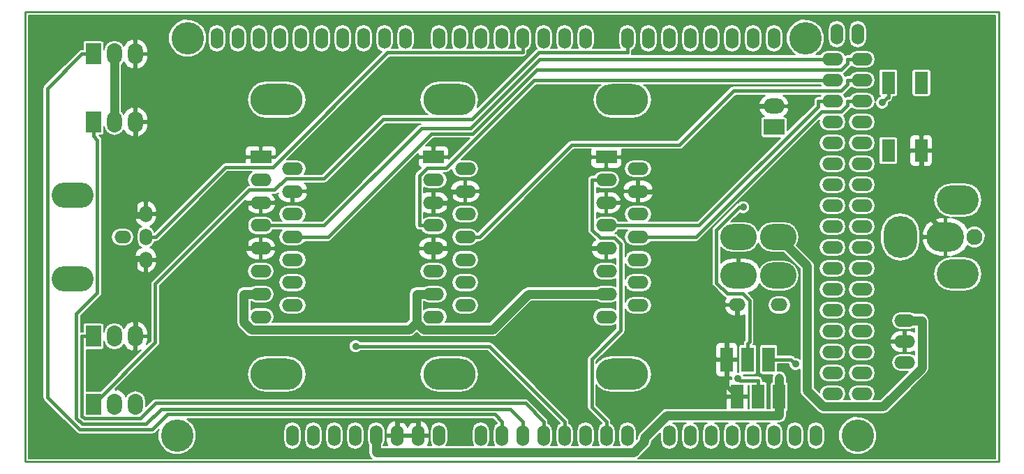
<source format=gtl>
G04 #@! TF.FileFunction,Copper,L1,Top,Signal*
%FSLAX46Y46*%
G04 Gerber Fmt 4.6, Leading zero omitted, Abs format (unit mm)*
G04 Created by KiCad (PCBNEW 0.201508100901+6080~28~ubuntu14.04.1-product) date Mon 10 Aug 2015 02:14:21 PM EDT*
%MOMM*%
G01*
G04 APERTURE LIST*
%ADD10C,0.100000*%
%ADD11C,0.228600*%
%ADD12O,1.854200X2.540000*%
%ADD13R,1.854200X2.540000*%
%ADD14R,1.590040X2.667000*%
%ADD15C,1.930400*%
%ADD16O,4.572000X3.556000*%
%ADD17O,4.064000X5.080000*%
%ADD18O,5.080000X3.556000*%
%ADD19O,2.540000X1.524000*%
%ADD20C,3.937000*%
%ADD21O,1.524000X2.540000*%
%ADD22O,6.350000X3.810000*%
%ADD23R,2.540000X1.524000*%
%ADD24R,1.498600X2.997200*%
%ADD25O,2.540000X1.854200*%
%ADD26R,2.540000X1.854200*%
%ADD27O,5.080000X3.048000*%
%ADD28O,2.032000X1.524000*%
%ADD29O,1.524000X2.032000*%
%ADD30O,4.445000X3.175000*%
%ADD31C,0.889000*%
%ADD32C,1.066800*%
%ADD33C,0.609600*%
%ADD34C,0.406400*%
%ADD35C,0.203200*%
G04 APERTURE END LIST*
D10*
D11*
X211455000Y-75565000D02*
X93345000Y-75565000D01*
X211455000Y-130175000D02*
X211455000Y-75565000D01*
X93345000Y-130175000D02*
X211455000Y-130175000D01*
X93345000Y-75565000D02*
X93345000Y-130175000D01*
D12*
X104140000Y-123190000D03*
X106680000Y-123190000D03*
D13*
X101600000Y-123190000D03*
D14*
X198026020Y-84137500D03*
X198026020Y-92392500D03*
X202023980Y-84137500D03*
X202023980Y-92392500D03*
D15*
X208457800Y-102870000D03*
D16*
X204952600Y-102870000D03*
D17*
X199466200Y-102870000D03*
D18*
X206451200Y-98374200D03*
X206451200Y-107365800D03*
D19*
X200025000Y-115570000D03*
X200025000Y-118110000D03*
X200025000Y-113030000D03*
D20*
X111760000Y-127000000D03*
X113030000Y-78740000D03*
X194310000Y-127000000D03*
X187960000Y-78740000D03*
D21*
X125730000Y-127000000D03*
X128270000Y-127000000D03*
X130810000Y-127000000D03*
X133350000Y-127000000D03*
X135890000Y-127000000D03*
X138430000Y-127000000D03*
X140970000Y-127000000D03*
X143510000Y-127000000D03*
X148590000Y-127000000D03*
X151130000Y-127000000D03*
X153670000Y-127000000D03*
X156210000Y-127000000D03*
X158750000Y-127000000D03*
X161290000Y-127000000D03*
X163830000Y-127000000D03*
X166370000Y-127000000D03*
X171450000Y-127000000D03*
X173990000Y-127000000D03*
X176530000Y-127000000D03*
X179070000Y-127000000D03*
X181610000Y-127000000D03*
X184150000Y-127000000D03*
X186690000Y-127000000D03*
X189230000Y-127000000D03*
X116586000Y-78740000D03*
X119126000Y-78740000D03*
X121666000Y-78740000D03*
X124206000Y-78740000D03*
X126746000Y-78740000D03*
X129286000Y-78740000D03*
X131826000Y-78740000D03*
X134366000Y-78740000D03*
X136906000Y-78740000D03*
X139446000Y-78740000D03*
X143510000Y-78740000D03*
X161290000Y-78740000D03*
X158750000Y-78740000D03*
X156210000Y-78740000D03*
X153670000Y-78740000D03*
X151130000Y-78740000D03*
X148590000Y-78740000D03*
X146050000Y-78740000D03*
X166370000Y-78740000D03*
X168910000Y-78740000D03*
X171450000Y-78740000D03*
X173990000Y-78740000D03*
X176530000Y-78740000D03*
X179070000Y-78740000D03*
X181610000Y-78740000D03*
X184150000Y-78740000D03*
X191770000Y-78232000D03*
X194310000Y-78232000D03*
D19*
X191262000Y-81280000D03*
X194818000Y-81280000D03*
X191262000Y-83820000D03*
X194818000Y-83820000D03*
X191262000Y-86360000D03*
X194818000Y-86360000D03*
X191262000Y-88900000D03*
X194818000Y-88900000D03*
X191262000Y-91440000D03*
X194818000Y-91440000D03*
X191262000Y-93980000D03*
X194818000Y-93980000D03*
X191262000Y-96520000D03*
X194818000Y-96520000D03*
X191262000Y-99060000D03*
X194818000Y-99060000D03*
X191262000Y-101600000D03*
X194818000Y-101600000D03*
X191262000Y-104140000D03*
X194818000Y-104140000D03*
X191262000Y-106680000D03*
X194818000Y-106680000D03*
X191262000Y-109220000D03*
X194818000Y-109220000D03*
X191262000Y-111760000D03*
X194818000Y-111760000D03*
X191262000Y-114300000D03*
X194818000Y-114300000D03*
X191262000Y-116840000D03*
X194818000Y-116840000D03*
X191262000Y-119380000D03*
X194818000Y-119380000D03*
X191262000Y-121920000D03*
X194818000Y-121920000D03*
D22*
X123825000Y-119532400D03*
X123825000Y-86207600D03*
D19*
X121897140Y-112572800D03*
X121897140Y-109804200D03*
X121897140Y-107035600D03*
X121897140Y-104267000D03*
X121897140Y-101473000D03*
X121897140Y-98704400D03*
X121897140Y-95935800D03*
D23*
X121897140Y-93167200D03*
D19*
X125752860Y-111175800D03*
X125752860Y-108407200D03*
X125752860Y-105638600D03*
X125752860Y-102870000D03*
X125752860Y-100101400D03*
X125752860Y-97332800D03*
X125752860Y-94564200D03*
D22*
X144780000Y-119532400D03*
X144780000Y-86207600D03*
D19*
X142852140Y-112572800D03*
X142852140Y-109804200D03*
X142852140Y-107035600D03*
X142852140Y-104267000D03*
X142852140Y-101473000D03*
X142852140Y-98704400D03*
X142852140Y-95935800D03*
D23*
X142852140Y-93167200D03*
D19*
X146707860Y-111175800D03*
X146707860Y-108407200D03*
X146707860Y-105638600D03*
X146707860Y-102870000D03*
X146707860Y-100101400D03*
X146707860Y-97332800D03*
X146707860Y-94564200D03*
D22*
X165735000Y-119532400D03*
X165735000Y-86207600D03*
D19*
X163807140Y-112572800D03*
X163807140Y-109804200D03*
X163807140Y-107035600D03*
X163807140Y-104267000D03*
X163807140Y-101473000D03*
X163807140Y-98704400D03*
X163807140Y-95935800D03*
D23*
X163807140Y-93167200D03*
D19*
X167662860Y-111175800D03*
X167662860Y-108407200D03*
X167662860Y-105638600D03*
X167662860Y-102870000D03*
X167662860Y-100101400D03*
X167662860Y-97332800D03*
X167662860Y-94564200D03*
D12*
X104140000Y-80645000D03*
X106680000Y-80645000D03*
D13*
X101600000Y-80645000D03*
D12*
X104140000Y-88900000D03*
X106680000Y-88900000D03*
D13*
X101600000Y-88900000D03*
D24*
X178435000Y-117754400D03*
X179705000Y-122275600D03*
X180975000Y-117754400D03*
X182245000Y-122275600D03*
X183515000Y-117754400D03*
X184785000Y-122275600D03*
D25*
X184150000Y-86995000D03*
D26*
X184150000Y-89535000D03*
D12*
X104140000Y-114935000D03*
X106680000Y-114935000D03*
D13*
X101600000Y-114935000D03*
D27*
X99060000Y-107950000D03*
X99060000Y-97790000D03*
D28*
X105156000Y-102870000D03*
D29*
X107950000Y-102870000D03*
X107950000Y-100076000D03*
X107950000Y-105664000D03*
D30*
X179844700Y-107569000D03*
X179844700Y-102870000D03*
X184645300Y-102870000D03*
X184645300Y-107569000D03*
D28*
X184785000Y-111125000D03*
X179705000Y-111125000D03*
D31*
X178252100Y-87372200D03*
X184785000Y-119989300D03*
X180420800Y-99269000D03*
X179763600Y-120062800D03*
X186758100Y-118298500D03*
X133409600Y-116143400D03*
X197249300Y-86558600D03*
D32*
X202082700Y-118787800D02*
X202082700Y-113030000D01*
X197388900Y-123481600D02*
X202082700Y-118787800D01*
X190100800Y-123481600D02*
X197388900Y-123481600D01*
X188150000Y-121530800D02*
X190100800Y-123481600D01*
X188150000Y-106374700D02*
X188150000Y-121530800D01*
X184645300Y-102870000D02*
X188150000Y-106374700D01*
X200025000Y-113030000D02*
X202082700Y-113030000D01*
X164315100Y-109804200D02*
X161749400Y-109804200D01*
X143360100Y-109804200D02*
X140794400Y-109804200D01*
X122405100Y-109804200D02*
X119839400Y-109804200D01*
X119839400Y-113226100D02*
X119839400Y-109804200D01*
X120740300Y-114127000D02*
X119839400Y-113226100D01*
X139925100Y-114127000D02*
X120740300Y-114127000D01*
X140794400Y-113257700D02*
X139925100Y-114127000D01*
X141659300Y-114122600D02*
X140794400Y-113257700D01*
X150026800Y-114122600D02*
X141659300Y-114122600D01*
X154345200Y-109804200D02*
X150026800Y-114122600D01*
X161749400Y-109804200D02*
X154345200Y-109804200D01*
X140794400Y-113257700D02*
X140794400Y-109804200D01*
D33*
X143360100Y-104267000D02*
X144681200Y-104267000D01*
X120068000Y-104267000D02*
X120068000Y-98704400D01*
X122405100Y-104267000D02*
X120068000Y-104267000D01*
X122405100Y-98704400D02*
X120068000Y-98704400D01*
X164315100Y-104267000D02*
X161978000Y-104267000D01*
X138430000Y-125170900D02*
X140970000Y-125170900D01*
X138430000Y-127000000D02*
X138430000Y-125170900D01*
X140970000Y-127000000D02*
X140970000Y-125170900D01*
X161978000Y-104267000D02*
X144681200Y-104267000D01*
X143360100Y-98704400D02*
X144681200Y-98704400D01*
X144681200Y-104267000D02*
X144681200Y-98704400D01*
X144878800Y-98506800D02*
X144681200Y-98704400D01*
X144878800Y-97332800D02*
X144878800Y-98506800D01*
X146199900Y-97332800D02*
X144878800Y-97332800D01*
X106628900Y-113054800D02*
X106680000Y-113105900D01*
X106628900Y-105410000D02*
X106628900Y-113054800D01*
X107950000Y-105410000D02*
X106628900Y-105410000D01*
X106680000Y-114935000D02*
X106680000Y-113105900D01*
X106628900Y-90780200D02*
X106680000Y-90729100D01*
X106628900Y-100330000D02*
X106628900Y-90780200D01*
X107950000Y-100330000D02*
X106628900Y-100330000D01*
X106680000Y-88900000D02*
X106680000Y-90729100D01*
X167154900Y-97332800D02*
X169492000Y-97332800D01*
X178252100Y-88572700D02*
X178252100Y-87372200D01*
X169492000Y-97332800D02*
X178252100Y-88572700D01*
X181943700Y-87372200D02*
X182320900Y-86995000D01*
X178252100Y-87372200D02*
X181943700Y-87372200D01*
X184150000Y-86995000D02*
X182320900Y-86995000D01*
X202024000Y-99433400D02*
X202024000Y-92392500D01*
X205460600Y-102870000D02*
X202024000Y-99433400D01*
X178435000Y-121005600D02*
X179705000Y-122275600D01*
X178435000Y-117754400D02*
X178435000Y-121005600D01*
X178435000Y-113716100D02*
X178435000Y-117754400D01*
X179705000Y-112446100D02*
X178435000Y-113716100D01*
X179705000Y-111125000D02*
X179705000Y-112446100D01*
D32*
X104140000Y-88900000D02*
X104140000Y-80645000D01*
X184785000Y-121132400D02*
X184785000Y-119989300D01*
X184785000Y-121132400D02*
X184785000Y-122275600D01*
X167116300Y-129057700D02*
X135890000Y-129057700D01*
X168452100Y-127721900D02*
X167116300Y-129057700D01*
X168452100Y-127276500D02*
X168452100Y-127721900D01*
X171166700Y-124561900D02*
X168452100Y-127276500D01*
X184785000Y-124561900D02*
X171166700Y-124561900D01*
X184785000Y-122275600D02*
X184785000Y-124561900D01*
X135890000Y-127000000D02*
X135890000Y-129057700D01*
D34*
X179901200Y-99269000D02*
X180420800Y-99269000D01*
X177164600Y-102005600D02*
X179901200Y-99269000D01*
X177164600Y-108427400D02*
X177164600Y-102005600D01*
X178496900Y-109759700D02*
X177164600Y-108427400D01*
X180347000Y-109759700D02*
X178496900Y-109759700D01*
X181184000Y-110596700D02*
X180347000Y-109759700D01*
X181184000Y-115589300D02*
X181184000Y-110596700D01*
X180975000Y-115798300D02*
X181184000Y-115589300D01*
X180975000Y-117754400D02*
X180975000Y-115798300D01*
X180020300Y-120319500D02*
X179763600Y-120062800D01*
X182245000Y-120319500D02*
X180020300Y-120319500D01*
X182245000Y-122275600D02*
X182245000Y-120319500D01*
X186214000Y-117754400D02*
X186758100Y-118298500D01*
X183515000Y-117754400D02*
X186214000Y-117754400D01*
X109106300Y-115683700D02*
X101600000Y-123190000D01*
X109106300Y-108566300D02*
X109106300Y-115683700D01*
X120517200Y-97155400D02*
X109106300Y-108566300D01*
X123582100Y-97155400D02*
X120517200Y-97155400D01*
X124953700Y-95783800D02*
X123582100Y-97155400D01*
X129573000Y-95783800D02*
X124953700Y-95783800D01*
X136786600Y-88570200D02*
X129573000Y-95783800D01*
X147522200Y-88570200D02*
X136786600Y-88570200D01*
X155624900Y-80467500D02*
X147522200Y-88570200D01*
X166370000Y-80467500D02*
X155624900Y-80467500D01*
X166370000Y-78740000D02*
X166370000Y-80467500D01*
X149620900Y-116143400D02*
X158750000Y-125272500D01*
X133409600Y-116143400D02*
X149620900Y-116143400D01*
X158750000Y-127000000D02*
X158750000Y-125272500D01*
X162052000Y-123494500D02*
X163830000Y-125272500D01*
X162052000Y-117714800D02*
X162052000Y-123494500D01*
X165534700Y-114232100D02*
X162052000Y-117714800D01*
X165534700Y-103721700D02*
X165534700Y-114232100D01*
X164787500Y-102974500D02*
X165534700Y-103721700D01*
X163047000Y-102974500D02*
X164787500Y-102974500D01*
X162079600Y-102007100D02*
X163047000Y-102974500D01*
X162079600Y-95935800D02*
X162079600Y-102007100D01*
X164315100Y-95935800D02*
X162079600Y-95935800D01*
X163830000Y-127000000D02*
X163830000Y-125272500D01*
X191770000Y-81280000D02*
X189534500Y-81280000D01*
X155746900Y-81280000D02*
X189534500Y-81280000D01*
X147355500Y-89671400D02*
X155746900Y-81280000D01*
X141379400Y-89671400D02*
X147355500Y-89671400D01*
X129577800Y-101473000D02*
X141379400Y-89671400D01*
X122405100Y-101473000D02*
X129577800Y-101473000D01*
X194310000Y-81280000D02*
X193090500Y-81280000D01*
X193090500Y-81785300D02*
X193090500Y-81280000D01*
X192325800Y-82550000D02*
X193090500Y-81785300D01*
X155411300Y-82550000D02*
X192325800Y-82550000D01*
X147629200Y-90332100D02*
X155411300Y-82550000D01*
X142587400Y-90332100D02*
X147629200Y-90332100D01*
X130049500Y-102870000D02*
X142587400Y-90332100D01*
X125244900Y-102870000D02*
X130049500Y-102870000D01*
X143360100Y-101473000D02*
X141124600Y-101473000D01*
X155075700Y-83820000D02*
X191770000Y-83820000D01*
X144401400Y-94494300D02*
X155075700Y-83820000D01*
X142052400Y-94494300D02*
X144401400Y-94494300D01*
X141124600Y-95422100D02*
X142052400Y-94494300D01*
X141124600Y-101473000D02*
X141124600Y-95422100D01*
X146199900Y-102870000D02*
X148435400Y-102870000D01*
X194310000Y-83820000D02*
X193090500Y-83820000D01*
X159617100Y-91688300D02*
X148435400Y-102870000D01*
X172660500Y-91688300D02*
X159617100Y-91688300D01*
X179258800Y-85090000D02*
X172660500Y-91688300D01*
X192325800Y-85090000D02*
X179258800Y-85090000D01*
X193090500Y-84325300D02*
X192325800Y-85090000D01*
X193090500Y-83820000D02*
X193090500Y-84325300D01*
X191770000Y-86360000D02*
X189534500Y-86360000D01*
X175060800Y-101473000D02*
X164315100Y-101473000D01*
X189534500Y-86999300D02*
X175060800Y-101473000D01*
X189534500Y-86360000D02*
X189534500Y-86999300D01*
X193090500Y-86865300D02*
X193090500Y-86360000D01*
X192325800Y-87630000D02*
X193090500Y-86865300D01*
X189886600Y-87630000D02*
X192325800Y-87630000D01*
X174646600Y-102870000D02*
X189886600Y-87630000D01*
X167154900Y-102870000D02*
X174646600Y-102870000D01*
X194310000Y-86360000D02*
X193090500Y-86360000D01*
X197879400Y-85928500D02*
X197249300Y-86558600D01*
X198026000Y-85928500D02*
X197879400Y-85928500D01*
X198026000Y-84137500D02*
X198026000Y-85928500D01*
X101600000Y-80645000D02*
X100215400Y-80645000D01*
X151130000Y-127000000D02*
X151130000Y-125272500D01*
X150266000Y-124408500D02*
X151130000Y-125272500D01*
X110577700Y-124408500D02*
X150266000Y-124408500D01*
X108735300Y-126250900D02*
X110577700Y-124408500D01*
X99947700Y-126250900D02*
X108735300Y-126250900D01*
X96036700Y-122339900D02*
X99947700Y-126250900D01*
X96036700Y-84823700D02*
X96036700Y-122339900D01*
X100215400Y-80645000D02*
X96036700Y-84823700D01*
X101600000Y-88900000D02*
X101600000Y-90627500D01*
X153670000Y-127000000D02*
X153670000Y-125272500D01*
X152145300Y-123747800D02*
X153670000Y-125272500D01*
X109850500Y-123747800D02*
X152145300Y-123747800D01*
X108008100Y-125590200D02*
X109850500Y-123747800D01*
X100221400Y-125590200D02*
X108008100Y-125590200D01*
X99533400Y-124902200D02*
X100221400Y-125590200D01*
X99533400Y-112220800D02*
X99533400Y-124902200D01*
X102075000Y-109679200D02*
X99533400Y-112220800D01*
X102075000Y-91102500D02*
X102075000Y-109679200D01*
X101600000Y-90627500D02*
X102075000Y-91102500D01*
X154000300Y-123062800D02*
X156210000Y-125272500D01*
X109164100Y-123062800D02*
X154000300Y-123062800D01*
X107297400Y-124929500D02*
X109164100Y-123062800D01*
X100495100Y-124929500D02*
X107297400Y-124929500D01*
X100215400Y-124649800D02*
X100495100Y-124929500D01*
X100215400Y-114935000D02*
X100215400Y-124649800D01*
X156210000Y-127000000D02*
X156210000Y-125272500D01*
X101600000Y-114935000D02*
X100215400Y-114935000D01*
X137277100Y-80467500D02*
X153670000Y-80467500D01*
X123357800Y-94386800D02*
X137277100Y-80467500D01*
X117652700Y-94386800D02*
X123357800Y-94386800D01*
X109169500Y-102870000D02*
X117652700Y-94386800D01*
X107950000Y-102870000D02*
X109169500Y-102870000D01*
X153670000Y-78740000D02*
X153670000Y-80467500D01*
D35*
G36*
X211035900Y-129755900D02*
X167640781Y-129755900D01*
X167744918Y-129686318D01*
X169080718Y-128350518D01*
X169273429Y-128062106D01*
X169341100Y-127721900D01*
X169341100Y-127644736D01*
X170332400Y-126653436D01*
X170332400Y-127539847D01*
X170417472Y-127967534D01*
X170659737Y-128330110D01*
X171022313Y-128572375D01*
X171450000Y-128657447D01*
X171877687Y-128572375D01*
X172240263Y-128330110D01*
X172482528Y-127967534D01*
X172567600Y-127539847D01*
X172567600Y-126460153D01*
X172482528Y-126032466D01*
X172240263Y-125669890D01*
X171912521Y-125450900D01*
X173527479Y-125450900D01*
X173199737Y-125669890D01*
X172957472Y-126032466D01*
X172872400Y-126460153D01*
X172872400Y-127539847D01*
X172957472Y-127967534D01*
X173199737Y-128330110D01*
X173562313Y-128572375D01*
X173990000Y-128657447D01*
X174417687Y-128572375D01*
X174780263Y-128330110D01*
X175022528Y-127967534D01*
X175107600Y-127539847D01*
X175107600Y-126460153D01*
X175022528Y-126032466D01*
X174780263Y-125669890D01*
X174452521Y-125450900D01*
X176067479Y-125450900D01*
X175739737Y-125669890D01*
X175497472Y-126032466D01*
X175412400Y-126460153D01*
X175412400Y-127539847D01*
X175497472Y-127967534D01*
X175739737Y-128330110D01*
X176102313Y-128572375D01*
X176530000Y-128657447D01*
X176957687Y-128572375D01*
X177320263Y-128330110D01*
X177562528Y-127967534D01*
X177647600Y-127539847D01*
X177647600Y-126460153D01*
X177562528Y-126032466D01*
X177320263Y-125669890D01*
X176992521Y-125450900D01*
X178607479Y-125450900D01*
X178279737Y-125669890D01*
X178037472Y-126032466D01*
X177952400Y-126460153D01*
X177952400Y-127539847D01*
X178037472Y-127967534D01*
X178279737Y-128330110D01*
X178642313Y-128572375D01*
X179070000Y-128657447D01*
X179497687Y-128572375D01*
X179860263Y-128330110D01*
X180102528Y-127967534D01*
X180187600Y-127539847D01*
X180187600Y-126460153D01*
X180102528Y-126032466D01*
X179860263Y-125669890D01*
X179532521Y-125450900D01*
X181147479Y-125450900D01*
X180819737Y-125669890D01*
X180577472Y-126032466D01*
X180492400Y-126460153D01*
X180492400Y-127539847D01*
X180577472Y-127967534D01*
X180819737Y-128330110D01*
X181182313Y-128572375D01*
X181610000Y-128657447D01*
X182037687Y-128572375D01*
X182400263Y-128330110D01*
X182642528Y-127967534D01*
X182727600Y-127539847D01*
X182727600Y-126460153D01*
X182642528Y-126032466D01*
X182400263Y-125669890D01*
X182072521Y-125450900D01*
X183687479Y-125450900D01*
X183359737Y-125669890D01*
X183117472Y-126032466D01*
X183032400Y-126460153D01*
X183032400Y-127539847D01*
X183117472Y-127967534D01*
X183359737Y-128330110D01*
X183722313Y-128572375D01*
X184150000Y-128657447D01*
X184577687Y-128572375D01*
X184940263Y-128330110D01*
X185182528Y-127967534D01*
X185267600Y-127539847D01*
X185267600Y-126460153D01*
X185572400Y-126460153D01*
X185572400Y-127539847D01*
X185657472Y-127967534D01*
X185899737Y-128330110D01*
X186262313Y-128572375D01*
X186690000Y-128657447D01*
X187117687Y-128572375D01*
X187480263Y-128330110D01*
X187722528Y-127967534D01*
X187807600Y-127539847D01*
X187807600Y-126460153D01*
X188112400Y-126460153D01*
X188112400Y-127539847D01*
X188197472Y-127967534D01*
X188439737Y-128330110D01*
X188802313Y-128572375D01*
X189230000Y-128657447D01*
X189657687Y-128572375D01*
X190020263Y-128330110D01*
X190262528Y-127967534D01*
X190347600Y-127539847D01*
X190347600Y-127460264D01*
X191985497Y-127460264D01*
X192338575Y-128314777D01*
X192991784Y-128969127D01*
X193845680Y-129323696D01*
X194770264Y-129324503D01*
X195624777Y-128971425D01*
X196279127Y-128318216D01*
X196633696Y-127464320D01*
X196634503Y-126539736D01*
X196281425Y-125685223D01*
X195628216Y-125030873D01*
X194774320Y-124676304D01*
X193849736Y-124675497D01*
X192995223Y-125028575D01*
X192340873Y-125681784D01*
X191986304Y-126535680D01*
X191985497Y-127460264D01*
X190347600Y-127460264D01*
X190347600Y-126460153D01*
X190262528Y-126032466D01*
X190020263Y-125669890D01*
X189657687Y-125427625D01*
X189230000Y-125342553D01*
X188802313Y-125427625D01*
X188439737Y-125669890D01*
X188197472Y-126032466D01*
X188112400Y-126460153D01*
X187807600Y-126460153D01*
X187722528Y-126032466D01*
X187480263Y-125669890D01*
X187117687Y-125427625D01*
X186690000Y-125342553D01*
X186262313Y-125427625D01*
X185899737Y-125669890D01*
X185657472Y-126032466D01*
X185572400Y-126460153D01*
X185267600Y-126460153D01*
X185182528Y-126032466D01*
X184940263Y-125669890D01*
X184612521Y-125450900D01*
X184785000Y-125450900D01*
X185125206Y-125383229D01*
X185413618Y-125190518D01*
X185606329Y-124902106D01*
X185674000Y-124561900D01*
X185674000Y-124106872D01*
X185787107Y-124034090D01*
X185868301Y-123915258D01*
X185896866Y-123774200D01*
X185896866Y-120777000D01*
X185872070Y-120645223D01*
X185794190Y-120524193D01*
X185675358Y-120442999D01*
X185674000Y-120442724D01*
X185674000Y-119989300D01*
X185606329Y-119649094D01*
X185413618Y-119360682D01*
X185125206Y-119167971D01*
X184785000Y-119100300D01*
X184626866Y-119131755D01*
X184626866Y-118313200D01*
X185957987Y-118313200D01*
X185957861Y-118456952D01*
X186079413Y-118751128D01*
X186304288Y-118976396D01*
X186598252Y-119098461D01*
X186916552Y-119098739D01*
X187210728Y-118977187D01*
X187261000Y-118927003D01*
X187261000Y-121530800D01*
X187328671Y-121871006D01*
X187493862Y-122118231D01*
X187521382Y-122159418D01*
X189472182Y-124110218D01*
X189760594Y-124302929D01*
X190100800Y-124370600D01*
X197388900Y-124370600D01*
X197729106Y-124302929D01*
X198017518Y-124110218D01*
X202711318Y-119416418D01*
X202904030Y-119128005D01*
X202971700Y-118787800D01*
X202971700Y-113030000D01*
X202904029Y-112689794D01*
X202711318Y-112401382D01*
X202422906Y-112208671D01*
X202082700Y-112141000D01*
X201207339Y-112141000D01*
X200992534Y-111997472D01*
X200564847Y-111912400D01*
X199485153Y-111912400D01*
X199057466Y-111997472D01*
X198694890Y-112239737D01*
X198452625Y-112602313D01*
X198367553Y-113030000D01*
X198452625Y-113457687D01*
X198694890Y-113820263D01*
X199057466Y-114062528D01*
X199485153Y-114147600D01*
X200564847Y-114147600D01*
X200992534Y-114062528D01*
X201193700Y-113928113D01*
X201193700Y-114359547D01*
X200685400Y-114198400D01*
X200177400Y-114198400D01*
X200177400Y-115417600D01*
X200197400Y-115417600D01*
X200197400Y-115722400D01*
X200177400Y-115722400D01*
X200177400Y-116941600D01*
X200685400Y-116941600D01*
X201193700Y-116780453D01*
X201193700Y-117211887D01*
X200992534Y-117077472D01*
X200564847Y-116992400D01*
X199485153Y-116992400D01*
X199057466Y-117077472D01*
X198694890Y-117319737D01*
X198452625Y-117682313D01*
X198367553Y-118110000D01*
X198452625Y-118537687D01*
X198694890Y-118900263D01*
X199057466Y-119142528D01*
X199485153Y-119227600D01*
X200385664Y-119227600D01*
X197020664Y-122592600D01*
X196226730Y-122592600D01*
X196390375Y-122347687D01*
X196475447Y-121920000D01*
X196390375Y-121492313D01*
X196148110Y-121129737D01*
X195785534Y-120887472D01*
X195357847Y-120802400D01*
X194278153Y-120802400D01*
X193850466Y-120887472D01*
X193487890Y-121129737D01*
X193245625Y-121492313D01*
X193160553Y-121920000D01*
X193245625Y-122347687D01*
X193409270Y-122592600D01*
X192670730Y-122592600D01*
X192834375Y-122347687D01*
X192919447Y-121920000D01*
X192834375Y-121492313D01*
X192592110Y-121129737D01*
X192229534Y-120887472D01*
X191801847Y-120802400D01*
X190722153Y-120802400D01*
X190294466Y-120887472D01*
X189931890Y-121129737D01*
X189689625Y-121492313D01*
X189636388Y-121759952D01*
X189039000Y-121162564D01*
X189039000Y-119380000D01*
X189604553Y-119380000D01*
X189689625Y-119807687D01*
X189931890Y-120170263D01*
X190294466Y-120412528D01*
X190722153Y-120497600D01*
X191801847Y-120497600D01*
X192229534Y-120412528D01*
X192592110Y-120170263D01*
X192834375Y-119807687D01*
X192919447Y-119380000D01*
X193160553Y-119380000D01*
X193245625Y-119807687D01*
X193487890Y-120170263D01*
X193850466Y-120412528D01*
X194278153Y-120497600D01*
X195357847Y-120497600D01*
X195785534Y-120412528D01*
X196148110Y-120170263D01*
X196390375Y-119807687D01*
X196475447Y-119380000D01*
X196390375Y-118952313D01*
X196148110Y-118589737D01*
X195785534Y-118347472D01*
X195357847Y-118262400D01*
X194278153Y-118262400D01*
X193850466Y-118347472D01*
X193487890Y-118589737D01*
X193245625Y-118952313D01*
X193160553Y-119380000D01*
X192919447Y-119380000D01*
X192834375Y-118952313D01*
X192592110Y-118589737D01*
X192229534Y-118347472D01*
X191801847Y-118262400D01*
X190722153Y-118262400D01*
X190294466Y-118347472D01*
X189931890Y-118589737D01*
X189689625Y-118952313D01*
X189604553Y-119380000D01*
X189039000Y-119380000D01*
X189039000Y-116840000D01*
X189604553Y-116840000D01*
X189689625Y-117267687D01*
X189931890Y-117630263D01*
X190294466Y-117872528D01*
X190722153Y-117957600D01*
X191801847Y-117957600D01*
X192229534Y-117872528D01*
X192592110Y-117630263D01*
X192834375Y-117267687D01*
X192919447Y-116840000D01*
X193160553Y-116840000D01*
X193245625Y-117267687D01*
X193487890Y-117630263D01*
X193850466Y-117872528D01*
X194278153Y-117957600D01*
X195357847Y-117957600D01*
X195785534Y-117872528D01*
X196148110Y-117630263D01*
X196390375Y-117267687D01*
X196475447Y-116840000D01*
X196390375Y-116412313D01*
X196148110Y-116049737D01*
X195974540Y-115933761D01*
X198194516Y-115933761D01*
X198439369Y-116432104D01*
X198851312Y-116778872D01*
X199364600Y-116941600D01*
X199872600Y-116941600D01*
X199872600Y-115722400D01*
X198307363Y-115722400D01*
X198194516Y-115933761D01*
X195974540Y-115933761D01*
X195785534Y-115807472D01*
X195357847Y-115722400D01*
X194278153Y-115722400D01*
X193850466Y-115807472D01*
X193487890Y-116049737D01*
X193245625Y-116412313D01*
X193160553Y-116840000D01*
X192919447Y-116840000D01*
X192834375Y-116412313D01*
X192592110Y-116049737D01*
X192229534Y-115807472D01*
X191801847Y-115722400D01*
X190722153Y-115722400D01*
X190294466Y-115807472D01*
X189931890Y-116049737D01*
X189689625Y-116412313D01*
X189604553Y-116840000D01*
X189039000Y-116840000D01*
X189039000Y-114300000D01*
X189604553Y-114300000D01*
X189689625Y-114727687D01*
X189931890Y-115090263D01*
X190294466Y-115332528D01*
X190722153Y-115417600D01*
X191801847Y-115417600D01*
X192229534Y-115332528D01*
X192592110Y-115090263D01*
X192834375Y-114727687D01*
X192919447Y-114300000D01*
X193160553Y-114300000D01*
X193245625Y-114727687D01*
X193487890Y-115090263D01*
X193850466Y-115332528D01*
X194278153Y-115417600D01*
X195357847Y-115417600D01*
X195785534Y-115332528D01*
X195974539Y-115206239D01*
X198194516Y-115206239D01*
X198307363Y-115417600D01*
X199872600Y-115417600D01*
X199872600Y-114198400D01*
X199364600Y-114198400D01*
X198851312Y-114361128D01*
X198439369Y-114707896D01*
X198194516Y-115206239D01*
X195974539Y-115206239D01*
X196148110Y-115090263D01*
X196390375Y-114727687D01*
X196475447Y-114300000D01*
X196390375Y-113872313D01*
X196148110Y-113509737D01*
X195785534Y-113267472D01*
X195357847Y-113182400D01*
X194278153Y-113182400D01*
X193850466Y-113267472D01*
X193487890Y-113509737D01*
X193245625Y-113872313D01*
X193160553Y-114300000D01*
X192919447Y-114300000D01*
X192834375Y-113872313D01*
X192592110Y-113509737D01*
X192229534Y-113267472D01*
X191801847Y-113182400D01*
X190722153Y-113182400D01*
X190294466Y-113267472D01*
X189931890Y-113509737D01*
X189689625Y-113872313D01*
X189604553Y-114300000D01*
X189039000Y-114300000D01*
X189039000Y-111760000D01*
X189604553Y-111760000D01*
X189689625Y-112187687D01*
X189931890Y-112550263D01*
X190294466Y-112792528D01*
X190722153Y-112877600D01*
X191801847Y-112877600D01*
X192229534Y-112792528D01*
X192592110Y-112550263D01*
X192834375Y-112187687D01*
X192919447Y-111760000D01*
X193160553Y-111760000D01*
X193245625Y-112187687D01*
X193487890Y-112550263D01*
X193850466Y-112792528D01*
X194278153Y-112877600D01*
X195357847Y-112877600D01*
X195785534Y-112792528D01*
X196148110Y-112550263D01*
X196390375Y-112187687D01*
X196475447Y-111760000D01*
X196390375Y-111332313D01*
X196148110Y-110969737D01*
X195785534Y-110727472D01*
X195357847Y-110642400D01*
X194278153Y-110642400D01*
X193850466Y-110727472D01*
X193487890Y-110969737D01*
X193245625Y-111332313D01*
X193160553Y-111760000D01*
X192919447Y-111760000D01*
X192834375Y-111332313D01*
X192592110Y-110969737D01*
X192229534Y-110727472D01*
X191801847Y-110642400D01*
X190722153Y-110642400D01*
X190294466Y-110727472D01*
X189931890Y-110969737D01*
X189689625Y-111332313D01*
X189604553Y-111760000D01*
X189039000Y-111760000D01*
X189039000Y-109220000D01*
X189604553Y-109220000D01*
X189689625Y-109647687D01*
X189931890Y-110010263D01*
X190294466Y-110252528D01*
X190722153Y-110337600D01*
X191801847Y-110337600D01*
X192229534Y-110252528D01*
X192592110Y-110010263D01*
X192834375Y-109647687D01*
X192919447Y-109220000D01*
X193160553Y-109220000D01*
X193245625Y-109647687D01*
X193487890Y-110010263D01*
X193850466Y-110252528D01*
X194278153Y-110337600D01*
X195357847Y-110337600D01*
X195785534Y-110252528D01*
X196148110Y-110010263D01*
X196390375Y-109647687D01*
X196475447Y-109220000D01*
X196390375Y-108792313D01*
X196148110Y-108429737D01*
X195785534Y-108187472D01*
X195357847Y-108102400D01*
X194278153Y-108102400D01*
X193850466Y-108187472D01*
X193487890Y-108429737D01*
X193245625Y-108792313D01*
X193160553Y-109220000D01*
X192919447Y-109220000D01*
X192834375Y-108792313D01*
X192592110Y-108429737D01*
X192229534Y-108187472D01*
X191801847Y-108102400D01*
X190722153Y-108102400D01*
X190294466Y-108187472D01*
X189931890Y-108429737D01*
X189689625Y-108792313D01*
X189604553Y-109220000D01*
X189039000Y-109220000D01*
X189039000Y-106680000D01*
X189604553Y-106680000D01*
X189689625Y-107107687D01*
X189931890Y-107470263D01*
X190294466Y-107712528D01*
X190722153Y-107797600D01*
X191801847Y-107797600D01*
X192229534Y-107712528D01*
X192592110Y-107470263D01*
X192834375Y-107107687D01*
X192919447Y-106680000D01*
X193160553Y-106680000D01*
X193245625Y-107107687D01*
X193487890Y-107470263D01*
X193850466Y-107712528D01*
X194278153Y-107797600D01*
X195357847Y-107797600D01*
X195785534Y-107712528D01*
X196148110Y-107470263D01*
X196390375Y-107107687D01*
X196475447Y-106680000D01*
X196390375Y-106252313D01*
X196148110Y-105889737D01*
X195785534Y-105647472D01*
X195357847Y-105562400D01*
X194278153Y-105562400D01*
X193850466Y-105647472D01*
X193487890Y-105889737D01*
X193245625Y-106252313D01*
X193160553Y-106680000D01*
X192919447Y-106680000D01*
X192834375Y-106252313D01*
X192592110Y-105889737D01*
X192229534Y-105647472D01*
X191801847Y-105562400D01*
X190722153Y-105562400D01*
X190294466Y-105647472D01*
X189931890Y-105889737D01*
X189689625Y-106252313D01*
X189604553Y-106680000D01*
X189039000Y-106680000D01*
X189039000Y-106374700D01*
X188971329Y-106034494D01*
X188778618Y-105746082D01*
X187172536Y-104140000D01*
X189604553Y-104140000D01*
X189689625Y-104567687D01*
X189931890Y-104930263D01*
X190294466Y-105172528D01*
X190722153Y-105257600D01*
X191801847Y-105257600D01*
X192229534Y-105172528D01*
X192592110Y-104930263D01*
X192834375Y-104567687D01*
X192919447Y-104140000D01*
X193160553Y-104140000D01*
X193245625Y-104567687D01*
X193487890Y-104930263D01*
X193850466Y-105172528D01*
X194278153Y-105257600D01*
X195357847Y-105257600D01*
X195785534Y-105172528D01*
X196148110Y-104930263D01*
X196390375Y-104567687D01*
X196475447Y-104140000D01*
X196390375Y-103712313D01*
X196148110Y-103349737D01*
X195785534Y-103107472D01*
X195357847Y-103022400D01*
X194278153Y-103022400D01*
X193850466Y-103107472D01*
X193487890Y-103349737D01*
X193245625Y-103712313D01*
X193160553Y-104140000D01*
X192919447Y-104140000D01*
X192834375Y-103712313D01*
X192592110Y-103349737D01*
X192229534Y-103107472D01*
X191801847Y-103022400D01*
X190722153Y-103022400D01*
X190294466Y-103107472D01*
X189931890Y-103349737D01*
X189689625Y-103712313D01*
X189604553Y-104140000D01*
X187172536Y-104140000D01*
X186897272Y-103864736D01*
X187078070Y-103594152D01*
X187222113Y-102870000D01*
X187078070Y-102145848D01*
X186713346Y-101600000D01*
X189604553Y-101600000D01*
X189689625Y-102027687D01*
X189931890Y-102390263D01*
X190294466Y-102632528D01*
X190722153Y-102717600D01*
X191801847Y-102717600D01*
X192229534Y-102632528D01*
X192592110Y-102390263D01*
X192834375Y-102027687D01*
X192919447Y-101600000D01*
X193160553Y-101600000D01*
X193245625Y-102027687D01*
X193487890Y-102390263D01*
X193850466Y-102632528D01*
X194278153Y-102717600D01*
X195357847Y-102717600D01*
X195785534Y-102632528D01*
X196148110Y-102390263D01*
X196204899Y-102305272D01*
X197078600Y-102305272D01*
X197078600Y-103434728D01*
X197260345Y-104348423D01*
X197777912Y-105123016D01*
X198552505Y-105640583D01*
X199466200Y-105822328D01*
X200379895Y-105640583D01*
X201154488Y-105123016D01*
X201672055Y-104348423D01*
X201853800Y-103434728D01*
X201853800Y-103393265D01*
X202115045Y-103393265D01*
X202180425Y-103642896D01*
X202648549Y-104450525D01*
X203390106Y-105017534D01*
X204292200Y-105257600D01*
X204800200Y-105257600D01*
X204800200Y-103022400D01*
X202214602Y-103022400D01*
X202115045Y-103393265D01*
X201853800Y-103393265D01*
X201853800Y-102346735D01*
X202115045Y-102346735D01*
X202214602Y-102717600D01*
X204800200Y-102717600D01*
X204800200Y-100482400D01*
X204292200Y-100482400D01*
X203390106Y-100722466D01*
X202648549Y-101289475D01*
X202180425Y-102097104D01*
X202115045Y-102346735D01*
X201853800Y-102346735D01*
X201853800Y-102305272D01*
X201672055Y-101391577D01*
X201154488Y-100616984D01*
X200379895Y-100099417D01*
X199466200Y-99917672D01*
X198552505Y-100099417D01*
X197777912Y-100616984D01*
X197260345Y-101391577D01*
X197078600Y-102305272D01*
X196204899Y-102305272D01*
X196390375Y-102027687D01*
X196475447Y-101600000D01*
X196390375Y-101172313D01*
X196148110Y-100809737D01*
X195785534Y-100567472D01*
X195357847Y-100482400D01*
X194278153Y-100482400D01*
X193850466Y-100567472D01*
X193487890Y-100809737D01*
X193245625Y-101172313D01*
X193160553Y-101600000D01*
X192919447Y-101600000D01*
X192834375Y-101172313D01*
X192592110Y-100809737D01*
X192229534Y-100567472D01*
X191801847Y-100482400D01*
X190722153Y-100482400D01*
X190294466Y-100567472D01*
X189931890Y-100809737D01*
X189689625Y-101172313D01*
X189604553Y-101600000D01*
X186713346Y-101600000D01*
X186667871Y-101531942D01*
X186053965Y-101121743D01*
X185329813Y-100977700D01*
X183960787Y-100977700D01*
X183236635Y-101121743D01*
X182622729Y-101531942D01*
X182245000Y-102097253D01*
X181867271Y-101531942D01*
X181253365Y-101121743D01*
X180529213Y-100977700D01*
X179160187Y-100977700D01*
X178938707Y-101021755D01*
X179999900Y-99960562D01*
X180260952Y-100068961D01*
X180579252Y-100069239D01*
X180873428Y-99947687D01*
X181098696Y-99722812D01*
X181220761Y-99428848D01*
X181221039Y-99110548D01*
X181200153Y-99060000D01*
X189604553Y-99060000D01*
X189689625Y-99487687D01*
X189931890Y-99850263D01*
X190294466Y-100092528D01*
X190722153Y-100177600D01*
X191801847Y-100177600D01*
X192229534Y-100092528D01*
X192592110Y-99850263D01*
X192834375Y-99487687D01*
X192919447Y-99060000D01*
X193160553Y-99060000D01*
X193245625Y-99487687D01*
X193487890Y-99850263D01*
X193850466Y-100092528D01*
X194278153Y-100177600D01*
X195357847Y-100177600D01*
X195785534Y-100092528D01*
X196148110Y-99850263D01*
X196390375Y-99487687D01*
X196475447Y-99060000D01*
X196390375Y-98632313D01*
X196217910Y-98374200D01*
X203498872Y-98374200D01*
X203661283Y-99190693D01*
X204123789Y-99882883D01*
X204815979Y-100345389D01*
X205504778Y-100482400D01*
X205105000Y-100482400D01*
X205105000Y-102717600D01*
X205125000Y-102717600D01*
X205125000Y-103022400D01*
X205105000Y-103022400D01*
X205105000Y-105257600D01*
X205504778Y-105257600D01*
X204815979Y-105394611D01*
X204123789Y-105857117D01*
X203661283Y-106549307D01*
X203498872Y-107365800D01*
X203661283Y-108182293D01*
X204123789Y-108874483D01*
X204815979Y-109336989D01*
X205632472Y-109499400D01*
X207269928Y-109499400D01*
X208086421Y-109336989D01*
X208778611Y-108874483D01*
X209241117Y-108182293D01*
X209403528Y-107365800D01*
X209241117Y-106549307D01*
X208778611Y-105857117D01*
X208086421Y-105394611D01*
X207269928Y-105232200D01*
X205708445Y-105232200D01*
X206515094Y-105017534D01*
X207256651Y-104450525D01*
X207591909Y-103872122D01*
X207708650Y-103989067D01*
X208193924Y-104190570D01*
X208719371Y-104191029D01*
X209204996Y-103990373D01*
X209576867Y-103619150D01*
X209778370Y-103133876D01*
X209778829Y-102608429D01*
X209578173Y-102122804D01*
X209206950Y-101750933D01*
X208721676Y-101549430D01*
X208196229Y-101548971D01*
X207710604Y-101749627D01*
X207591996Y-101868028D01*
X207256651Y-101289475D01*
X206515094Y-100722466D01*
X205708445Y-100507800D01*
X207269928Y-100507800D01*
X208086421Y-100345389D01*
X208778611Y-99882883D01*
X209241117Y-99190693D01*
X209403528Y-98374200D01*
X209241117Y-97557707D01*
X208778611Y-96865517D01*
X208086421Y-96403011D01*
X207269928Y-96240600D01*
X205632472Y-96240600D01*
X204815979Y-96403011D01*
X204123789Y-96865517D01*
X203661283Y-97557707D01*
X203498872Y-98374200D01*
X196217910Y-98374200D01*
X196148110Y-98269737D01*
X195785534Y-98027472D01*
X195357847Y-97942400D01*
X194278153Y-97942400D01*
X193850466Y-98027472D01*
X193487890Y-98269737D01*
X193245625Y-98632313D01*
X193160553Y-99060000D01*
X192919447Y-99060000D01*
X192834375Y-98632313D01*
X192592110Y-98269737D01*
X192229534Y-98027472D01*
X191801847Y-97942400D01*
X190722153Y-97942400D01*
X190294466Y-98027472D01*
X189931890Y-98269737D01*
X189689625Y-98632313D01*
X189604553Y-99060000D01*
X181200153Y-99060000D01*
X181099487Y-98816372D01*
X180874612Y-98591104D01*
X180580648Y-98469039D01*
X180262348Y-98468761D01*
X179968172Y-98590313D01*
X179834856Y-98723397D01*
X179687356Y-98752736D01*
X179506069Y-98873869D01*
X176769469Y-101610469D01*
X176648336Y-101791756D01*
X176605800Y-102005600D01*
X176605800Y-108427400D01*
X176648336Y-108641244D01*
X176735486Y-108771672D01*
X176769469Y-108822531D01*
X178101769Y-110154831D01*
X178283057Y-110275965D01*
X178363985Y-110292062D01*
X178135546Y-110704701D01*
X178128516Y-110761239D01*
X178241363Y-110972600D01*
X179552600Y-110972600D01*
X179552600Y-110952600D01*
X179857400Y-110952600D01*
X179857400Y-110972600D01*
X179877400Y-110972600D01*
X179877400Y-111277400D01*
X179857400Y-111277400D01*
X179857400Y-112349825D01*
X180074096Y-112501163D01*
X180591970Y-112352363D01*
X180625200Y-112325901D01*
X180625200Y-115357838D01*
X180579869Y-115403169D01*
X180458736Y-115584456D01*
X180416200Y-115798300D01*
X180416200Y-115893234D01*
X180225700Y-115893234D01*
X180093923Y-115918030D01*
X179972893Y-115995910D01*
X179891699Y-116114742D01*
X179863134Y-116255800D01*
X179863134Y-119253000D01*
X179864976Y-119262788D01*
X179793900Y-119262726D01*
X179793900Y-118059200D01*
X179641500Y-117906800D01*
X178587400Y-117906800D01*
X178587400Y-119710200D01*
X178739800Y-119862600D01*
X178980395Y-119862600D01*
X178963639Y-119902952D01*
X178963408Y-120167400D01*
X178834443Y-120167400D01*
X178610389Y-120260206D01*
X178438906Y-120431689D01*
X178346100Y-120655743D01*
X178346100Y-121970800D01*
X178498500Y-122123200D01*
X179552600Y-122123200D01*
X179552600Y-122103200D01*
X179857400Y-122103200D01*
X179857400Y-122123200D01*
X180911500Y-122123200D01*
X181063900Y-121970800D01*
X181063900Y-120878300D01*
X181133134Y-120878300D01*
X181133134Y-123672900D01*
X181063900Y-123672900D01*
X181063900Y-122580400D01*
X180911500Y-122428000D01*
X179857400Y-122428000D01*
X179857400Y-122448000D01*
X179552600Y-122448000D01*
X179552600Y-122428000D01*
X178498500Y-122428000D01*
X178346100Y-122580400D01*
X178346100Y-123672900D01*
X171166700Y-123672900D01*
X170826494Y-123740571D01*
X170603410Y-123889631D01*
X170538082Y-123933282D01*
X167823482Y-126647882D01*
X167630771Y-126936294D01*
X167563100Y-127276500D01*
X167563100Y-127353664D01*
X167487600Y-127429164D01*
X167487600Y-126460153D01*
X167402528Y-126032466D01*
X167160263Y-125669890D01*
X166797687Y-125427625D01*
X166370000Y-125342553D01*
X165942313Y-125427625D01*
X165579737Y-125669890D01*
X165337472Y-126032466D01*
X165252400Y-126460153D01*
X165252400Y-127539847D01*
X165337472Y-127967534D01*
X165471887Y-128168700D01*
X164728113Y-128168700D01*
X164862528Y-127967534D01*
X164947600Y-127539847D01*
X164947600Y-126460153D01*
X164862528Y-126032466D01*
X164620263Y-125669890D01*
X164388800Y-125515232D01*
X164388800Y-125272500D01*
X164372493Y-125190518D01*
X164346265Y-125058657D01*
X164225131Y-124877369D01*
X162610800Y-123263038D01*
X162610800Y-120851701D01*
X162797345Y-121130886D01*
X163530737Y-121620922D01*
X164395831Y-121793000D01*
X167074169Y-121793000D01*
X167939263Y-121620922D01*
X168672655Y-121130886D01*
X169162691Y-120397494D01*
X169334769Y-119532400D01*
X169162691Y-118667306D01*
X168756369Y-118059200D01*
X177076100Y-118059200D01*
X177076100Y-119374257D01*
X177168906Y-119598311D01*
X177340389Y-119769794D01*
X177564443Y-119862600D01*
X178130200Y-119862600D01*
X178282600Y-119710200D01*
X178282600Y-117906800D01*
X177228500Y-117906800D01*
X177076100Y-118059200D01*
X168756369Y-118059200D01*
X168672655Y-117933914D01*
X167939263Y-117443878D01*
X167074169Y-117271800D01*
X164395831Y-117271800D01*
X163530737Y-117443878D01*
X162797345Y-117933914D01*
X162610800Y-118213099D01*
X162610800Y-117946262D01*
X164422519Y-116134543D01*
X177076100Y-116134543D01*
X177076100Y-117449600D01*
X177228500Y-117602000D01*
X178282600Y-117602000D01*
X178282600Y-115798600D01*
X178587400Y-115798600D01*
X178587400Y-117602000D01*
X179641500Y-117602000D01*
X179793900Y-117449600D01*
X179793900Y-116134543D01*
X179701094Y-115910489D01*
X179529611Y-115739006D01*
X179305557Y-115646200D01*
X178739800Y-115646200D01*
X178587400Y-115798600D01*
X178282600Y-115798600D01*
X178130200Y-115646200D01*
X177564443Y-115646200D01*
X177340389Y-115739006D01*
X177168906Y-115910489D01*
X177076100Y-116134543D01*
X164422519Y-116134543D01*
X165929832Y-114627231D01*
X166050965Y-114445943D01*
X166093500Y-114232100D01*
X166093500Y-111607999D01*
X166332750Y-111966063D01*
X166695326Y-112208328D01*
X167123013Y-112293400D01*
X168202707Y-112293400D01*
X168630394Y-112208328D01*
X168992970Y-111966063D01*
X169235235Y-111603487D01*
X169258055Y-111488761D01*
X178128516Y-111488761D01*
X178135546Y-111545299D01*
X178396520Y-112016708D01*
X178818030Y-112352363D01*
X179335904Y-112501163D01*
X179552600Y-112349825D01*
X179552600Y-111277400D01*
X178241363Y-111277400D01*
X178128516Y-111488761D01*
X169258055Y-111488761D01*
X169320307Y-111175800D01*
X169235235Y-110748113D01*
X168992970Y-110385537D01*
X168630394Y-110143272D01*
X168202707Y-110058200D01*
X167123013Y-110058200D01*
X166695326Y-110143272D01*
X166332750Y-110385537D01*
X166093500Y-110743601D01*
X166093500Y-108839399D01*
X166332750Y-109197463D01*
X166695326Y-109439728D01*
X167123013Y-109524800D01*
X168202707Y-109524800D01*
X168630394Y-109439728D01*
X168992970Y-109197463D01*
X169235235Y-108834887D01*
X169320307Y-108407200D01*
X169235235Y-107979513D01*
X168992970Y-107616937D01*
X168630394Y-107374672D01*
X168202707Y-107289600D01*
X167123013Y-107289600D01*
X166695326Y-107374672D01*
X166332750Y-107616937D01*
X166093500Y-107975001D01*
X166093500Y-106070799D01*
X166332750Y-106428863D01*
X166695326Y-106671128D01*
X167123013Y-106756200D01*
X168202707Y-106756200D01*
X168630394Y-106671128D01*
X168992970Y-106428863D01*
X169235235Y-106066287D01*
X169320307Y-105638600D01*
X169235235Y-105210913D01*
X168992970Y-104848337D01*
X168630394Y-104606072D01*
X168202707Y-104521000D01*
X167123013Y-104521000D01*
X166695326Y-104606072D01*
X166332750Y-104848337D01*
X166093500Y-105206401D01*
X166093500Y-103721700D01*
X166050964Y-103507856D01*
X165969718Y-103386264D01*
X165929831Y-103326568D01*
X165182631Y-102579369D01*
X165160228Y-102564400D01*
X165001344Y-102458236D01*
X164881214Y-102434341D01*
X165137250Y-102263263D01*
X165291908Y-102031800D01*
X166404493Y-102031800D01*
X166332750Y-102079737D01*
X166090485Y-102442313D01*
X166005413Y-102870000D01*
X166090485Y-103297687D01*
X166332750Y-103660263D01*
X166695326Y-103902528D01*
X167123013Y-103987600D01*
X168202707Y-103987600D01*
X168630394Y-103902528D01*
X168992970Y-103660263D01*
X169147628Y-103428800D01*
X174646600Y-103428800D01*
X174860444Y-103386264D01*
X175041731Y-103265131D01*
X181786862Y-96520000D01*
X189604553Y-96520000D01*
X189689625Y-96947687D01*
X189931890Y-97310263D01*
X190294466Y-97552528D01*
X190722153Y-97637600D01*
X191801847Y-97637600D01*
X192229534Y-97552528D01*
X192592110Y-97310263D01*
X192834375Y-96947687D01*
X192919447Y-96520000D01*
X193160553Y-96520000D01*
X193245625Y-96947687D01*
X193487890Y-97310263D01*
X193850466Y-97552528D01*
X194278153Y-97637600D01*
X195357847Y-97637600D01*
X195785534Y-97552528D01*
X196148110Y-97310263D01*
X196390375Y-96947687D01*
X196475447Y-96520000D01*
X196390375Y-96092313D01*
X196148110Y-95729737D01*
X195785534Y-95487472D01*
X195357847Y-95402400D01*
X194278153Y-95402400D01*
X193850466Y-95487472D01*
X193487890Y-95729737D01*
X193245625Y-96092313D01*
X193160553Y-96520000D01*
X192919447Y-96520000D01*
X192834375Y-96092313D01*
X192592110Y-95729737D01*
X192229534Y-95487472D01*
X191801847Y-95402400D01*
X190722153Y-95402400D01*
X190294466Y-95487472D01*
X189931890Y-95729737D01*
X189689625Y-96092313D01*
X189604553Y-96520000D01*
X181786862Y-96520000D01*
X184326862Y-93980000D01*
X189604553Y-93980000D01*
X189689625Y-94407687D01*
X189931890Y-94770263D01*
X190294466Y-95012528D01*
X190722153Y-95097600D01*
X191801847Y-95097600D01*
X192229534Y-95012528D01*
X192592110Y-94770263D01*
X192834375Y-94407687D01*
X192919447Y-93980000D01*
X193160553Y-93980000D01*
X193245625Y-94407687D01*
X193487890Y-94770263D01*
X193850466Y-95012528D01*
X194278153Y-95097600D01*
X195357847Y-95097600D01*
X195785534Y-95012528D01*
X196148110Y-94770263D01*
X196390375Y-94407687D01*
X196475447Y-93980000D01*
X196390375Y-93552313D01*
X196148110Y-93189737D01*
X195785534Y-92947472D01*
X195357847Y-92862400D01*
X194278153Y-92862400D01*
X193850466Y-92947472D01*
X193487890Y-93189737D01*
X193245625Y-93552313D01*
X193160553Y-93980000D01*
X192919447Y-93980000D01*
X192834375Y-93552313D01*
X192592110Y-93189737D01*
X192229534Y-92947472D01*
X191801847Y-92862400D01*
X190722153Y-92862400D01*
X190294466Y-92947472D01*
X189931890Y-93189737D01*
X189689625Y-93552313D01*
X189604553Y-93980000D01*
X184326862Y-93980000D01*
X186866862Y-91440000D01*
X189604553Y-91440000D01*
X189689625Y-91867687D01*
X189931890Y-92230263D01*
X190294466Y-92472528D01*
X190722153Y-92557600D01*
X191801847Y-92557600D01*
X192229534Y-92472528D01*
X192592110Y-92230263D01*
X192834375Y-91867687D01*
X192919447Y-91440000D01*
X193160553Y-91440000D01*
X193245625Y-91867687D01*
X193487890Y-92230263D01*
X193850466Y-92472528D01*
X194278153Y-92557600D01*
X195357847Y-92557600D01*
X195785534Y-92472528D01*
X196148110Y-92230263D01*
X196390375Y-91867687D01*
X196475447Y-91440000D01*
X196399662Y-91059000D01*
X196868434Y-91059000D01*
X196868434Y-93726000D01*
X196893230Y-93857777D01*
X196971110Y-93978807D01*
X197089942Y-94060001D01*
X197231000Y-94088566D01*
X198821040Y-94088566D01*
X198952817Y-94063770D01*
X199073847Y-93985890D01*
X199155041Y-93867058D01*
X199183606Y-93726000D01*
X199183606Y-92697300D01*
X200619360Y-92697300D01*
X200619360Y-93847257D01*
X200712166Y-94071311D01*
X200883649Y-94242794D01*
X201107703Y-94335600D01*
X201719180Y-94335600D01*
X201871580Y-94183200D01*
X201871580Y-92544900D01*
X202176380Y-92544900D01*
X202176380Y-94183200D01*
X202328780Y-94335600D01*
X202940257Y-94335600D01*
X203164311Y-94242794D01*
X203335794Y-94071311D01*
X203428600Y-93847257D01*
X203428600Y-92697300D01*
X203276200Y-92544900D01*
X202176380Y-92544900D01*
X201871580Y-92544900D01*
X200771760Y-92544900D01*
X200619360Y-92697300D01*
X199183606Y-92697300D01*
X199183606Y-91059000D01*
X199160790Y-90937743D01*
X200619360Y-90937743D01*
X200619360Y-92087700D01*
X200771760Y-92240100D01*
X201871580Y-92240100D01*
X201871580Y-90601800D01*
X202176380Y-90601800D01*
X202176380Y-92240100D01*
X203276200Y-92240100D01*
X203428600Y-92087700D01*
X203428600Y-90937743D01*
X203335794Y-90713689D01*
X203164311Y-90542206D01*
X202940257Y-90449400D01*
X202328780Y-90449400D01*
X202176380Y-90601800D01*
X201871580Y-90601800D01*
X201719180Y-90449400D01*
X201107703Y-90449400D01*
X200883649Y-90542206D01*
X200712166Y-90713689D01*
X200619360Y-90937743D01*
X199160790Y-90937743D01*
X199158810Y-90927223D01*
X199080930Y-90806193D01*
X198962098Y-90724999D01*
X198821040Y-90696434D01*
X197231000Y-90696434D01*
X197099223Y-90721230D01*
X196978193Y-90799110D01*
X196896999Y-90917942D01*
X196868434Y-91059000D01*
X196399662Y-91059000D01*
X196390375Y-91012313D01*
X196148110Y-90649737D01*
X195785534Y-90407472D01*
X195357847Y-90322400D01*
X194278153Y-90322400D01*
X193850466Y-90407472D01*
X193487890Y-90649737D01*
X193245625Y-91012313D01*
X193160553Y-91440000D01*
X192919447Y-91440000D01*
X192834375Y-91012313D01*
X192592110Y-90649737D01*
X192229534Y-90407472D01*
X191801847Y-90322400D01*
X190722153Y-90322400D01*
X190294466Y-90407472D01*
X189931890Y-90649737D01*
X189689625Y-91012313D01*
X189604553Y-91440000D01*
X186866862Y-91440000D01*
X189653640Y-88653222D01*
X189604553Y-88900000D01*
X189689625Y-89327687D01*
X189931890Y-89690263D01*
X190294466Y-89932528D01*
X190722153Y-90017600D01*
X191801847Y-90017600D01*
X192229534Y-89932528D01*
X192592110Y-89690263D01*
X192834375Y-89327687D01*
X192919447Y-88900000D01*
X193160553Y-88900000D01*
X193245625Y-89327687D01*
X193487890Y-89690263D01*
X193850466Y-89932528D01*
X194278153Y-90017600D01*
X195357847Y-90017600D01*
X195785534Y-89932528D01*
X196148110Y-89690263D01*
X196390375Y-89327687D01*
X196475447Y-88900000D01*
X196390375Y-88472313D01*
X196148110Y-88109737D01*
X195785534Y-87867472D01*
X195357847Y-87782400D01*
X194278153Y-87782400D01*
X193850466Y-87867472D01*
X193487890Y-88109737D01*
X193245625Y-88472313D01*
X193160553Y-88900000D01*
X192919447Y-88900000D01*
X192834375Y-88472313D01*
X192592789Y-88110753D01*
X192720931Y-88025131D01*
X193485631Y-87260431D01*
X193537219Y-87183224D01*
X193850466Y-87392528D01*
X194278153Y-87477600D01*
X195357847Y-87477600D01*
X195785534Y-87392528D01*
X196148110Y-87150263D01*
X196390375Y-86787687D01*
X196449258Y-86491662D01*
X196449061Y-86717052D01*
X196570613Y-87011228D01*
X196795488Y-87236496D01*
X197089452Y-87358561D01*
X197407752Y-87358839D01*
X197701928Y-87237287D01*
X197927196Y-87012412D01*
X198049261Y-86718448D01*
X198049409Y-86548753D01*
X198131933Y-86466229D01*
X198239844Y-86444764D01*
X198421131Y-86323631D01*
X198542264Y-86142344D01*
X198584800Y-85928500D01*
X198584800Y-85833566D01*
X198821040Y-85833566D01*
X198952817Y-85808770D01*
X199073847Y-85730890D01*
X199155041Y-85612058D01*
X199183606Y-85471000D01*
X199183606Y-82804000D01*
X200866394Y-82804000D01*
X200866394Y-85471000D01*
X200891190Y-85602777D01*
X200969070Y-85723807D01*
X201087902Y-85805001D01*
X201228960Y-85833566D01*
X202819000Y-85833566D01*
X202950777Y-85808770D01*
X203071807Y-85730890D01*
X203153001Y-85612058D01*
X203181566Y-85471000D01*
X203181566Y-82804000D01*
X203156770Y-82672223D01*
X203078890Y-82551193D01*
X202960058Y-82469999D01*
X202819000Y-82441434D01*
X201228960Y-82441434D01*
X201097183Y-82466230D01*
X200976153Y-82544110D01*
X200894959Y-82662942D01*
X200866394Y-82804000D01*
X199183606Y-82804000D01*
X199158810Y-82672223D01*
X199080930Y-82551193D01*
X198962098Y-82469999D01*
X198821040Y-82441434D01*
X197231000Y-82441434D01*
X197099223Y-82466230D01*
X196978193Y-82544110D01*
X196896999Y-82662942D01*
X196868434Y-82804000D01*
X196868434Y-85471000D01*
X196893230Y-85602777D01*
X196971110Y-85723807D01*
X197047747Y-85776170D01*
X196796672Y-85879913D01*
X196571404Y-86104788D01*
X196472203Y-86343690D01*
X196390375Y-85932313D01*
X196148110Y-85569737D01*
X195785534Y-85327472D01*
X195357847Y-85242400D01*
X194278153Y-85242400D01*
X193850466Y-85327472D01*
X193487890Y-85569737D01*
X193333232Y-85801200D01*
X193090500Y-85801200D01*
X192876656Y-85843736D01*
X192806508Y-85890608D01*
X192592789Y-85570753D01*
X192720931Y-85485131D01*
X193485631Y-84720431D01*
X193537219Y-84643224D01*
X193850466Y-84852528D01*
X194278153Y-84937600D01*
X195357847Y-84937600D01*
X195785534Y-84852528D01*
X196148110Y-84610263D01*
X196390375Y-84247687D01*
X196475447Y-83820000D01*
X196390375Y-83392313D01*
X196148110Y-83029737D01*
X195785534Y-82787472D01*
X195357847Y-82702400D01*
X194278153Y-82702400D01*
X193850466Y-82787472D01*
X193487890Y-83029737D01*
X193333232Y-83261200D01*
X193090500Y-83261200D01*
X192876656Y-83303736D01*
X192806508Y-83350608D01*
X192592789Y-83030753D01*
X192720931Y-82945131D01*
X193485631Y-82180431D01*
X193537219Y-82103224D01*
X193850466Y-82312528D01*
X194278153Y-82397600D01*
X195357847Y-82397600D01*
X195785534Y-82312528D01*
X196148110Y-82070263D01*
X196390375Y-81707687D01*
X196475447Y-81280000D01*
X196390375Y-80852313D01*
X196148110Y-80489737D01*
X195785534Y-80247472D01*
X195357847Y-80162400D01*
X194278153Y-80162400D01*
X193850466Y-80247472D01*
X193487890Y-80489737D01*
X193333232Y-80721200D01*
X193090500Y-80721200D01*
X192876656Y-80763736D01*
X192806508Y-80810608D01*
X192592110Y-80489737D01*
X192229534Y-80247472D01*
X191801847Y-80162400D01*
X190722153Y-80162400D01*
X190294466Y-80247472D01*
X189931890Y-80489737D01*
X189777232Y-80721200D01*
X189251120Y-80721200D01*
X189274777Y-80711425D01*
X189929127Y-80058216D01*
X190283696Y-79204320D01*
X190284503Y-78279736D01*
X190041719Y-77692153D01*
X190652400Y-77692153D01*
X190652400Y-78771847D01*
X190737472Y-79199534D01*
X190979737Y-79562110D01*
X191342313Y-79804375D01*
X191770000Y-79889447D01*
X192197687Y-79804375D01*
X192560263Y-79562110D01*
X192802528Y-79199534D01*
X192887600Y-78771847D01*
X192887600Y-77692153D01*
X193192400Y-77692153D01*
X193192400Y-78771847D01*
X193277472Y-79199534D01*
X193519737Y-79562110D01*
X193882313Y-79804375D01*
X194310000Y-79889447D01*
X194737687Y-79804375D01*
X195100263Y-79562110D01*
X195342528Y-79199534D01*
X195427600Y-78771847D01*
X195427600Y-77692153D01*
X195342528Y-77264466D01*
X195100263Y-76901890D01*
X194737687Y-76659625D01*
X194310000Y-76574553D01*
X193882313Y-76659625D01*
X193519737Y-76901890D01*
X193277472Y-77264466D01*
X193192400Y-77692153D01*
X192887600Y-77692153D01*
X192802528Y-77264466D01*
X192560263Y-76901890D01*
X192197687Y-76659625D01*
X191770000Y-76574553D01*
X191342313Y-76659625D01*
X190979737Y-76901890D01*
X190737472Y-77264466D01*
X190652400Y-77692153D01*
X190041719Y-77692153D01*
X189931425Y-77425223D01*
X189278216Y-76770873D01*
X188424320Y-76416304D01*
X187499736Y-76415497D01*
X186645223Y-76768575D01*
X185990873Y-77421784D01*
X185636304Y-78275680D01*
X185635497Y-79200264D01*
X185988575Y-80054777D01*
X186641784Y-80709127D01*
X186670859Y-80721200D01*
X166859633Y-80721200D01*
X166886264Y-80681344D01*
X166928800Y-80467500D01*
X166928800Y-80224768D01*
X167160263Y-80070110D01*
X167402528Y-79707534D01*
X167487600Y-79279847D01*
X167487600Y-78200153D01*
X167792400Y-78200153D01*
X167792400Y-79279847D01*
X167877472Y-79707534D01*
X168119737Y-80070110D01*
X168482313Y-80312375D01*
X168910000Y-80397447D01*
X169337687Y-80312375D01*
X169700263Y-80070110D01*
X169942528Y-79707534D01*
X170027600Y-79279847D01*
X170027600Y-78200153D01*
X170332400Y-78200153D01*
X170332400Y-79279847D01*
X170417472Y-79707534D01*
X170659737Y-80070110D01*
X171022313Y-80312375D01*
X171450000Y-80397447D01*
X171877687Y-80312375D01*
X172240263Y-80070110D01*
X172482528Y-79707534D01*
X172567600Y-79279847D01*
X172567600Y-78200153D01*
X172872400Y-78200153D01*
X172872400Y-79279847D01*
X172957472Y-79707534D01*
X173199737Y-80070110D01*
X173562313Y-80312375D01*
X173990000Y-80397447D01*
X174417687Y-80312375D01*
X174780263Y-80070110D01*
X175022528Y-79707534D01*
X175107600Y-79279847D01*
X175107600Y-78200153D01*
X175412400Y-78200153D01*
X175412400Y-79279847D01*
X175497472Y-79707534D01*
X175739737Y-80070110D01*
X176102313Y-80312375D01*
X176530000Y-80397447D01*
X176957687Y-80312375D01*
X177320263Y-80070110D01*
X177562528Y-79707534D01*
X177647600Y-79279847D01*
X177647600Y-78200153D01*
X177952400Y-78200153D01*
X177952400Y-79279847D01*
X178037472Y-79707534D01*
X178279737Y-80070110D01*
X178642313Y-80312375D01*
X179070000Y-80397447D01*
X179497687Y-80312375D01*
X179860263Y-80070110D01*
X180102528Y-79707534D01*
X180187600Y-79279847D01*
X180187600Y-78200153D01*
X180492400Y-78200153D01*
X180492400Y-79279847D01*
X180577472Y-79707534D01*
X180819737Y-80070110D01*
X181182313Y-80312375D01*
X181610000Y-80397447D01*
X182037687Y-80312375D01*
X182400263Y-80070110D01*
X182642528Y-79707534D01*
X182727600Y-79279847D01*
X182727600Y-78200153D01*
X183032400Y-78200153D01*
X183032400Y-79279847D01*
X183117472Y-79707534D01*
X183359737Y-80070110D01*
X183722313Y-80312375D01*
X184150000Y-80397447D01*
X184577687Y-80312375D01*
X184940263Y-80070110D01*
X185182528Y-79707534D01*
X185267600Y-79279847D01*
X185267600Y-78200153D01*
X185182528Y-77772466D01*
X184940263Y-77409890D01*
X184577687Y-77167625D01*
X184150000Y-77082553D01*
X183722313Y-77167625D01*
X183359737Y-77409890D01*
X183117472Y-77772466D01*
X183032400Y-78200153D01*
X182727600Y-78200153D01*
X182642528Y-77772466D01*
X182400263Y-77409890D01*
X182037687Y-77167625D01*
X181610000Y-77082553D01*
X181182313Y-77167625D01*
X180819737Y-77409890D01*
X180577472Y-77772466D01*
X180492400Y-78200153D01*
X180187600Y-78200153D01*
X180102528Y-77772466D01*
X179860263Y-77409890D01*
X179497687Y-77167625D01*
X179070000Y-77082553D01*
X178642313Y-77167625D01*
X178279737Y-77409890D01*
X178037472Y-77772466D01*
X177952400Y-78200153D01*
X177647600Y-78200153D01*
X177562528Y-77772466D01*
X177320263Y-77409890D01*
X176957687Y-77167625D01*
X176530000Y-77082553D01*
X176102313Y-77167625D01*
X175739737Y-77409890D01*
X175497472Y-77772466D01*
X175412400Y-78200153D01*
X175107600Y-78200153D01*
X175022528Y-77772466D01*
X174780263Y-77409890D01*
X174417687Y-77167625D01*
X173990000Y-77082553D01*
X173562313Y-77167625D01*
X173199737Y-77409890D01*
X172957472Y-77772466D01*
X172872400Y-78200153D01*
X172567600Y-78200153D01*
X172482528Y-77772466D01*
X172240263Y-77409890D01*
X171877687Y-77167625D01*
X171450000Y-77082553D01*
X171022313Y-77167625D01*
X170659737Y-77409890D01*
X170417472Y-77772466D01*
X170332400Y-78200153D01*
X170027600Y-78200153D01*
X169942528Y-77772466D01*
X169700263Y-77409890D01*
X169337687Y-77167625D01*
X168910000Y-77082553D01*
X168482313Y-77167625D01*
X168119737Y-77409890D01*
X167877472Y-77772466D01*
X167792400Y-78200153D01*
X167487600Y-78200153D01*
X167402528Y-77772466D01*
X167160263Y-77409890D01*
X166797687Y-77167625D01*
X166370000Y-77082553D01*
X165942313Y-77167625D01*
X165579737Y-77409890D01*
X165337472Y-77772466D01*
X165252400Y-78200153D01*
X165252400Y-79279847D01*
X165337472Y-79707534D01*
X165471887Y-79908700D01*
X162188113Y-79908700D01*
X162322528Y-79707534D01*
X162407600Y-79279847D01*
X162407600Y-78200153D01*
X162322528Y-77772466D01*
X162080263Y-77409890D01*
X161717687Y-77167625D01*
X161290000Y-77082553D01*
X160862313Y-77167625D01*
X160499737Y-77409890D01*
X160257472Y-77772466D01*
X160172400Y-78200153D01*
X160172400Y-79279847D01*
X160257472Y-79707534D01*
X160391887Y-79908700D01*
X159648113Y-79908700D01*
X159782528Y-79707534D01*
X159867600Y-79279847D01*
X159867600Y-78200153D01*
X159782528Y-77772466D01*
X159540263Y-77409890D01*
X159177687Y-77167625D01*
X158750000Y-77082553D01*
X158322313Y-77167625D01*
X157959737Y-77409890D01*
X157717472Y-77772466D01*
X157632400Y-78200153D01*
X157632400Y-79279847D01*
X157717472Y-79707534D01*
X157851887Y-79908700D01*
X157108113Y-79908700D01*
X157242528Y-79707534D01*
X157327600Y-79279847D01*
X157327600Y-78200153D01*
X157242528Y-77772466D01*
X157000263Y-77409890D01*
X156637687Y-77167625D01*
X156210000Y-77082553D01*
X155782313Y-77167625D01*
X155419737Y-77409890D01*
X155177472Y-77772466D01*
X155092400Y-78200153D01*
X155092400Y-79279847D01*
X155177472Y-79707534D01*
X155362145Y-79983917D01*
X155313559Y-80016382D01*
X155229769Y-80072369D01*
X148163888Y-87138250D01*
X148207691Y-87072694D01*
X148379769Y-86207600D01*
X148207691Y-85342506D01*
X147717655Y-84609114D01*
X146984263Y-84119078D01*
X146119169Y-83947000D01*
X143440831Y-83947000D01*
X142575737Y-84119078D01*
X141842345Y-84609114D01*
X141352309Y-85342506D01*
X141180231Y-86207600D01*
X141352309Y-87072694D01*
X141842345Y-87806086D01*
X142149620Y-88011400D01*
X136786600Y-88011400D01*
X136572756Y-88053936D01*
X136391469Y-88175069D01*
X129341538Y-95225000D01*
X127169474Y-95225000D01*
X127325235Y-94991887D01*
X127410307Y-94564200D01*
X127325235Y-94136513D01*
X127082970Y-93773937D01*
X126720394Y-93531672D01*
X126292707Y-93446600D01*
X125213013Y-93446600D01*
X125057286Y-93477576D01*
X137508562Y-81026300D01*
X153670000Y-81026300D01*
X153883844Y-80983764D01*
X154065131Y-80862631D01*
X154186264Y-80681344D01*
X154228800Y-80467500D01*
X154228800Y-80224768D01*
X154460263Y-80070110D01*
X154702528Y-79707534D01*
X154787600Y-79279847D01*
X154787600Y-78200153D01*
X154702528Y-77772466D01*
X154460263Y-77409890D01*
X154097687Y-77167625D01*
X153670000Y-77082553D01*
X153242313Y-77167625D01*
X152879737Y-77409890D01*
X152637472Y-77772466D01*
X152552400Y-78200153D01*
X152552400Y-79279847D01*
X152637472Y-79707534D01*
X152771887Y-79908700D01*
X152028113Y-79908700D01*
X152162528Y-79707534D01*
X152247600Y-79279847D01*
X152247600Y-78200153D01*
X152162528Y-77772466D01*
X151920263Y-77409890D01*
X151557687Y-77167625D01*
X151130000Y-77082553D01*
X150702313Y-77167625D01*
X150339737Y-77409890D01*
X150097472Y-77772466D01*
X150012400Y-78200153D01*
X150012400Y-79279847D01*
X150097472Y-79707534D01*
X150231887Y-79908700D01*
X149488113Y-79908700D01*
X149622528Y-79707534D01*
X149707600Y-79279847D01*
X149707600Y-78200153D01*
X149622528Y-77772466D01*
X149380263Y-77409890D01*
X149017687Y-77167625D01*
X148590000Y-77082553D01*
X148162313Y-77167625D01*
X147799737Y-77409890D01*
X147557472Y-77772466D01*
X147472400Y-78200153D01*
X147472400Y-79279847D01*
X147557472Y-79707534D01*
X147691887Y-79908700D01*
X146948113Y-79908700D01*
X147082528Y-79707534D01*
X147167600Y-79279847D01*
X147167600Y-78200153D01*
X147082528Y-77772466D01*
X146840263Y-77409890D01*
X146477687Y-77167625D01*
X146050000Y-77082553D01*
X145622313Y-77167625D01*
X145259737Y-77409890D01*
X145017472Y-77772466D01*
X144932400Y-78200153D01*
X144932400Y-79279847D01*
X145017472Y-79707534D01*
X145151887Y-79908700D01*
X144408113Y-79908700D01*
X144542528Y-79707534D01*
X144627600Y-79279847D01*
X144627600Y-78200153D01*
X144542528Y-77772466D01*
X144300263Y-77409890D01*
X143937687Y-77167625D01*
X143510000Y-77082553D01*
X143082313Y-77167625D01*
X142719737Y-77409890D01*
X142477472Y-77772466D01*
X142392400Y-78200153D01*
X142392400Y-79279847D01*
X142477472Y-79707534D01*
X142611887Y-79908700D01*
X140344113Y-79908700D01*
X140478528Y-79707534D01*
X140563600Y-79279847D01*
X140563600Y-78200153D01*
X140478528Y-77772466D01*
X140236263Y-77409890D01*
X139873687Y-77167625D01*
X139446000Y-77082553D01*
X139018313Y-77167625D01*
X138655737Y-77409890D01*
X138413472Y-77772466D01*
X138328400Y-78200153D01*
X138328400Y-79279847D01*
X138413472Y-79707534D01*
X138547887Y-79908700D01*
X137804113Y-79908700D01*
X137938528Y-79707534D01*
X138023600Y-79279847D01*
X138023600Y-78200153D01*
X137938528Y-77772466D01*
X137696263Y-77409890D01*
X137333687Y-77167625D01*
X136906000Y-77082553D01*
X136478313Y-77167625D01*
X136115737Y-77409890D01*
X135873472Y-77772466D01*
X135788400Y-78200153D01*
X135788400Y-79279847D01*
X135873472Y-79707534D01*
X136115737Y-80070110D01*
X136478313Y-80312375D01*
X136614812Y-80339526D01*
X123629539Y-93324799D01*
X123624340Y-93319600D01*
X122049540Y-93319600D01*
X122049540Y-93339600D01*
X121744740Y-93339600D01*
X121744740Y-93319600D01*
X120169940Y-93319600D01*
X120017540Y-93472000D01*
X120017540Y-93828000D01*
X117652700Y-93828000D01*
X117438856Y-93870536D01*
X117257568Y-93991669D01*
X108999993Y-102249245D01*
X108982528Y-102161442D01*
X108740263Y-101798866D01*
X108447064Y-101602957D01*
X108841708Y-101384480D01*
X109177363Y-100962970D01*
X109326163Y-100445096D01*
X109174825Y-100228400D01*
X108102400Y-100228400D01*
X108102400Y-100248400D01*
X107797600Y-100248400D01*
X107797600Y-100228400D01*
X106725175Y-100228400D01*
X106573837Y-100445096D01*
X106722637Y-100962970D01*
X107058292Y-101384480D01*
X107452936Y-101602957D01*
X107159737Y-101798866D01*
X106917472Y-102161442D01*
X106832400Y-102589129D01*
X106832400Y-103150871D01*
X106917472Y-103578558D01*
X107159737Y-103941134D01*
X107452936Y-104137043D01*
X107058292Y-104355520D01*
X106722637Y-104777030D01*
X106573837Y-105294904D01*
X106725175Y-105511600D01*
X107797600Y-105511600D01*
X107797600Y-105491600D01*
X108102400Y-105491600D01*
X108102400Y-105511600D01*
X109174825Y-105511600D01*
X109326163Y-105294904D01*
X109177363Y-104777030D01*
X108841708Y-104355520D01*
X108447064Y-104137043D01*
X108740263Y-103941134D01*
X108982528Y-103578558D01*
X109012317Y-103428800D01*
X109169500Y-103428800D01*
X109383344Y-103386264D01*
X109564631Y-103265131D01*
X117884163Y-94945600D01*
X120866258Y-94945600D01*
X120567030Y-95145537D01*
X120324765Y-95508113D01*
X120239693Y-95935800D01*
X120324765Y-96363487D01*
X120484828Y-96603039D01*
X120303357Y-96639135D01*
X120122069Y-96760268D01*
X108711169Y-108171169D01*
X108590036Y-108352456D01*
X108547500Y-108566300D01*
X108547500Y-115452238D01*
X108062569Y-115937169D01*
X108216700Y-115430300D01*
X108216700Y-115087400D01*
X106832400Y-115087400D01*
X106832400Y-116653785D01*
X107069731Y-116764357D01*
X107127270Y-116755947D01*
X107377124Y-116622614D01*
X102442304Y-121557434D01*
X100774200Y-121557434D01*
X100774200Y-116567566D01*
X102527100Y-116567566D01*
X102658877Y-116542770D01*
X102779907Y-116464890D01*
X102861101Y-116346058D01*
X102889666Y-116205000D01*
X102889666Y-115472461D01*
X102954940Y-115800615D01*
X103232994Y-116216753D01*
X103649132Y-116494807D01*
X104140000Y-116592447D01*
X104630868Y-116494807D01*
X105047006Y-116216753D01*
X105277535Y-115871741D01*
X105318595Y-116006769D01*
X105701152Y-116472274D01*
X106232730Y-116755947D01*
X106290269Y-116764357D01*
X106527600Y-116653785D01*
X106527600Y-115087400D01*
X106507600Y-115087400D01*
X106507600Y-114782600D01*
X106527600Y-114782600D01*
X106527600Y-113216215D01*
X106832400Y-113216215D01*
X106832400Y-114782600D01*
X108216700Y-114782600D01*
X108216700Y-114439700D01*
X108041405Y-113863231D01*
X107658848Y-113397726D01*
X107127270Y-113114053D01*
X107069731Y-113105643D01*
X106832400Y-113216215D01*
X106527600Y-113216215D01*
X106290269Y-113105643D01*
X106232730Y-113114053D01*
X105701152Y-113397726D01*
X105318595Y-113863231D01*
X105277535Y-113998259D01*
X105047006Y-113653247D01*
X104630868Y-113375193D01*
X104140000Y-113277553D01*
X103649132Y-113375193D01*
X103232994Y-113653247D01*
X102954940Y-114069385D01*
X102889666Y-114397539D01*
X102889666Y-113665000D01*
X102864870Y-113533223D01*
X102786990Y-113412193D01*
X102668158Y-113330999D01*
X102527100Y-113302434D01*
X100672900Y-113302434D01*
X100541123Y-113327230D01*
X100420093Y-113405110D01*
X100338899Y-113523942D01*
X100310334Y-113665000D01*
X100310334Y-114376200D01*
X100215400Y-114376200D01*
X100092200Y-114400706D01*
X100092200Y-112452262D01*
X102470131Y-110074331D01*
X102480909Y-110058200D01*
X102591264Y-109893044D01*
X102633800Y-109679200D01*
X102633800Y-106033096D01*
X106573837Y-106033096D01*
X106722637Y-106550970D01*
X107058292Y-106972480D01*
X107529701Y-107233454D01*
X107586239Y-107240484D01*
X107797600Y-107127637D01*
X107797600Y-105816400D01*
X108102400Y-105816400D01*
X108102400Y-107127637D01*
X108313761Y-107240484D01*
X108370299Y-107233454D01*
X108841708Y-106972480D01*
X109177363Y-106550970D01*
X109326163Y-106033096D01*
X109174825Y-105816400D01*
X108102400Y-105816400D01*
X107797600Y-105816400D01*
X106725175Y-105816400D01*
X106573837Y-106033096D01*
X102633800Y-106033096D01*
X102633800Y-102870000D01*
X103757529Y-102870000D01*
X103842601Y-103297687D01*
X104084866Y-103660263D01*
X104447442Y-103902528D01*
X104875129Y-103987600D01*
X105436871Y-103987600D01*
X105864558Y-103902528D01*
X106227134Y-103660263D01*
X106469399Y-103297687D01*
X106554471Y-102870000D01*
X106469399Y-102442313D01*
X106227134Y-102079737D01*
X105864558Y-101837472D01*
X105436871Y-101752400D01*
X104875129Y-101752400D01*
X104447442Y-101837472D01*
X104084866Y-102079737D01*
X103842601Y-102442313D01*
X103757529Y-102870000D01*
X102633800Y-102870000D01*
X102633800Y-99706904D01*
X106573837Y-99706904D01*
X106725175Y-99923600D01*
X107797600Y-99923600D01*
X107797600Y-98612363D01*
X108102400Y-98612363D01*
X108102400Y-99923600D01*
X109174825Y-99923600D01*
X109326163Y-99706904D01*
X109177363Y-99189030D01*
X108841708Y-98767520D01*
X108370299Y-98506546D01*
X108313761Y-98499516D01*
X108102400Y-98612363D01*
X107797600Y-98612363D01*
X107586239Y-98499516D01*
X107529701Y-98506546D01*
X107058292Y-98767520D01*
X106722637Y-99189030D01*
X106573837Y-99706904D01*
X102633800Y-99706904D01*
X102633800Y-92283943D01*
X120017540Y-92283943D01*
X120017540Y-92862400D01*
X120169940Y-93014800D01*
X121744740Y-93014800D01*
X121744740Y-91948000D01*
X122049540Y-91948000D01*
X122049540Y-93014800D01*
X123624340Y-93014800D01*
X123776740Y-92862400D01*
X123776740Y-92283943D01*
X123683934Y-92059889D01*
X123512451Y-91888406D01*
X123288397Y-91795600D01*
X122201940Y-91795600D01*
X122049540Y-91948000D01*
X121744740Y-91948000D01*
X121592340Y-91795600D01*
X120505883Y-91795600D01*
X120281829Y-91888406D01*
X120110346Y-92059889D01*
X120017540Y-92283943D01*
X102633800Y-92283943D01*
X102633800Y-91102500D01*
X102591264Y-90888656D01*
X102531431Y-90799110D01*
X102470131Y-90707368D01*
X102295329Y-90532566D01*
X102527100Y-90532566D01*
X102658877Y-90507770D01*
X102779907Y-90429890D01*
X102861101Y-90311058D01*
X102889666Y-90170000D01*
X102889666Y-89437461D01*
X102954940Y-89765615D01*
X103232994Y-90181753D01*
X103649132Y-90459807D01*
X104140000Y-90557447D01*
X104630868Y-90459807D01*
X105047006Y-90181753D01*
X105277535Y-89836741D01*
X105318595Y-89971769D01*
X105701152Y-90437274D01*
X106232730Y-90720947D01*
X106290269Y-90729357D01*
X106527600Y-90618785D01*
X106527600Y-89052400D01*
X106832400Y-89052400D01*
X106832400Y-90618785D01*
X107069731Y-90729357D01*
X107127270Y-90720947D01*
X107658848Y-90437274D01*
X108041405Y-89971769D01*
X108216700Y-89395300D01*
X108216700Y-89052400D01*
X106832400Y-89052400D01*
X106527600Y-89052400D01*
X106507600Y-89052400D01*
X106507600Y-88747600D01*
X106527600Y-88747600D01*
X106527600Y-87181215D01*
X106832400Y-87181215D01*
X106832400Y-88747600D01*
X108216700Y-88747600D01*
X108216700Y-88404700D01*
X108041405Y-87828231D01*
X107658848Y-87362726D01*
X107127270Y-87079053D01*
X107069731Y-87070643D01*
X106832400Y-87181215D01*
X106527600Y-87181215D01*
X106290269Y-87070643D01*
X106232730Y-87079053D01*
X105701152Y-87362726D01*
X105318595Y-87828231D01*
X105277535Y-87963259D01*
X105047006Y-87618247D01*
X105029000Y-87606216D01*
X105029000Y-86207600D01*
X120225231Y-86207600D01*
X120397309Y-87072694D01*
X120887345Y-87806086D01*
X121620737Y-88296122D01*
X122485831Y-88468200D01*
X125164169Y-88468200D01*
X126029263Y-88296122D01*
X126762655Y-87806086D01*
X127252691Y-87072694D01*
X127424769Y-86207600D01*
X127252691Y-85342506D01*
X126762655Y-84609114D01*
X126029263Y-84119078D01*
X125164169Y-83947000D01*
X122485831Y-83947000D01*
X121620737Y-84119078D01*
X120887345Y-84609114D01*
X120397309Y-85342506D01*
X120225231Y-86207600D01*
X105029000Y-86207600D01*
X105029000Y-81938784D01*
X105047006Y-81926753D01*
X105277535Y-81581741D01*
X105318595Y-81716769D01*
X105701152Y-82182274D01*
X106232730Y-82465947D01*
X106290269Y-82474357D01*
X106527600Y-82363785D01*
X106527600Y-80797400D01*
X106832400Y-80797400D01*
X106832400Y-82363785D01*
X107069731Y-82474357D01*
X107127270Y-82465947D01*
X107658848Y-82182274D01*
X108041405Y-81716769D01*
X108216700Y-81140300D01*
X108216700Y-80797400D01*
X106832400Y-80797400D01*
X106527600Y-80797400D01*
X106507600Y-80797400D01*
X106507600Y-80492600D01*
X106527600Y-80492600D01*
X106527600Y-78926215D01*
X106832400Y-78926215D01*
X106832400Y-80492600D01*
X108216700Y-80492600D01*
X108216700Y-80149700D01*
X108041405Y-79573231D01*
X107734897Y-79200264D01*
X110705497Y-79200264D01*
X111058575Y-80054777D01*
X111711784Y-80709127D01*
X112565680Y-81063696D01*
X113490264Y-81064503D01*
X114344777Y-80711425D01*
X114999127Y-80058216D01*
X115353696Y-79204320D01*
X115354503Y-78279736D01*
X115321620Y-78200153D01*
X115468400Y-78200153D01*
X115468400Y-79279847D01*
X115553472Y-79707534D01*
X115795737Y-80070110D01*
X116158313Y-80312375D01*
X116586000Y-80397447D01*
X117013687Y-80312375D01*
X117376263Y-80070110D01*
X117618528Y-79707534D01*
X117703600Y-79279847D01*
X117703600Y-78200153D01*
X118008400Y-78200153D01*
X118008400Y-79279847D01*
X118093472Y-79707534D01*
X118335737Y-80070110D01*
X118698313Y-80312375D01*
X119126000Y-80397447D01*
X119553687Y-80312375D01*
X119916263Y-80070110D01*
X120158528Y-79707534D01*
X120243600Y-79279847D01*
X120243600Y-78200153D01*
X120548400Y-78200153D01*
X120548400Y-79279847D01*
X120633472Y-79707534D01*
X120875737Y-80070110D01*
X121238313Y-80312375D01*
X121666000Y-80397447D01*
X122093687Y-80312375D01*
X122456263Y-80070110D01*
X122698528Y-79707534D01*
X122783600Y-79279847D01*
X122783600Y-78200153D01*
X123088400Y-78200153D01*
X123088400Y-79279847D01*
X123173472Y-79707534D01*
X123415737Y-80070110D01*
X123778313Y-80312375D01*
X124206000Y-80397447D01*
X124633687Y-80312375D01*
X124996263Y-80070110D01*
X125238528Y-79707534D01*
X125323600Y-79279847D01*
X125323600Y-78200153D01*
X125628400Y-78200153D01*
X125628400Y-79279847D01*
X125713472Y-79707534D01*
X125955737Y-80070110D01*
X126318313Y-80312375D01*
X126746000Y-80397447D01*
X127173687Y-80312375D01*
X127536263Y-80070110D01*
X127778528Y-79707534D01*
X127863600Y-79279847D01*
X127863600Y-78200153D01*
X128168400Y-78200153D01*
X128168400Y-79279847D01*
X128253472Y-79707534D01*
X128495737Y-80070110D01*
X128858313Y-80312375D01*
X129286000Y-80397447D01*
X129713687Y-80312375D01*
X130076263Y-80070110D01*
X130318528Y-79707534D01*
X130403600Y-79279847D01*
X130403600Y-78200153D01*
X130708400Y-78200153D01*
X130708400Y-79279847D01*
X130793472Y-79707534D01*
X131035737Y-80070110D01*
X131398313Y-80312375D01*
X131826000Y-80397447D01*
X132253687Y-80312375D01*
X132616263Y-80070110D01*
X132858528Y-79707534D01*
X132943600Y-79279847D01*
X132943600Y-78200153D01*
X133248400Y-78200153D01*
X133248400Y-79279847D01*
X133333472Y-79707534D01*
X133575737Y-80070110D01*
X133938313Y-80312375D01*
X134366000Y-80397447D01*
X134793687Y-80312375D01*
X135156263Y-80070110D01*
X135398528Y-79707534D01*
X135483600Y-79279847D01*
X135483600Y-78200153D01*
X135398528Y-77772466D01*
X135156263Y-77409890D01*
X134793687Y-77167625D01*
X134366000Y-77082553D01*
X133938313Y-77167625D01*
X133575737Y-77409890D01*
X133333472Y-77772466D01*
X133248400Y-78200153D01*
X132943600Y-78200153D01*
X132858528Y-77772466D01*
X132616263Y-77409890D01*
X132253687Y-77167625D01*
X131826000Y-77082553D01*
X131398313Y-77167625D01*
X131035737Y-77409890D01*
X130793472Y-77772466D01*
X130708400Y-78200153D01*
X130403600Y-78200153D01*
X130318528Y-77772466D01*
X130076263Y-77409890D01*
X129713687Y-77167625D01*
X129286000Y-77082553D01*
X128858313Y-77167625D01*
X128495737Y-77409890D01*
X128253472Y-77772466D01*
X128168400Y-78200153D01*
X127863600Y-78200153D01*
X127778528Y-77772466D01*
X127536263Y-77409890D01*
X127173687Y-77167625D01*
X126746000Y-77082553D01*
X126318313Y-77167625D01*
X125955737Y-77409890D01*
X125713472Y-77772466D01*
X125628400Y-78200153D01*
X125323600Y-78200153D01*
X125238528Y-77772466D01*
X124996263Y-77409890D01*
X124633687Y-77167625D01*
X124206000Y-77082553D01*
X123778313Y-77167625D01*
X123415737Y-77409890D01*
X123173472Y-77772466D01*
X123088400Y-78200153D01*
X122783600Y-78200153D01*
X122698528Y-77772466D01*
X122456263Y-77409890D01*
X122093687Y-77167625D01*
X121666000Y-77082553D01*
X121238313Y-77167625D01*
X120875737Y-77409890D01*
X120633472Y-77772466D01*
X120548400Y-78200153D01*
X120243600Y-78200153D01*
X120158528Y-77772466D01*
X119916263Y-77409890D01*
X119553687Y-77167625D01*
X119126000Y-77082553D01*
X118698313Y-77167625D01*
X118335737Y-77409890D01*
X118093472Y-77772466D01*
X118008400Y-78200153D01*
X117703600Y-78200153D01*
X117618528Y-77772466D01*
X117376263Y-77409890D01*
X117013687Y-77167625D01*
X116586000Y-77082553D01*
X116158313Y-77167625D01*
X115795737Y-77409890D01*
X115553472Y-77772466D01*
X115468400Y-78200153D01*
X115321620Y-78200153D01*
X115001425Y-77425223D01*
X114348216Y-76770873D01*
X113494320Y-76416304D01*
X112569736Y-76415497D01*
X111715223Y-76768575D01*
X111060873Y-77421784D01*
X110706304Y-78275680D01*
X110705497Y-79200264D01*
X107734897Y-79200264D01*
X107658848Y-79107726D01*
X107127270Y-78824053D01*
X107069731Y-78815643D01*
X106832400Y-78926215D01*
X106527600Y-78926215D01*
X106290269Y-78815643D01*
X106232730Y-78824053D01*
X105701152Y-79107726D01*
X105318595Y-79573231D01*
X105277535Y-79708259D01*
X105047006Y-79363247D01*
X104630868Y-79085193D01*
X104140000Y-78987553D01*
X103649132Y-79085193D01*
X103232994Y-79363247D01*
X102954940Y-79779385D01*
X102889666Y-80107539D01*
X102889666Y-79375000D01*
X102864870Y-79243223D01*
X102786990Y-79122193D01*
X102668158Y-79040999D01*
X102527100Y-79012434D01*
X100672900Y-79012434D01*
X100541123Y-79037230D01*
X100420093Y-79115110D01*
X100338899Y-79233942D01*
X100310334Y-79375000D01*
X100310334Y-80086200D01*
X100215400Y-80086200D01*
X100001556Y-80128736D01*
X99951175Y-80162400D01*
X99820269Y-80249869D01*
X95641569Y-84428569D01*
X95520436Y-84609856D01*
X95477900Y-84823700D01*
X95477900Y-122339900D01*
X95520436Y-122553744D01*
X95641569Y-122735031D01*
X99552569Y-126646031D01*
X99733856Y-126767164D01*
X99947700Y-126809700D01*
X108735300Y-126809700D01*
X108949144Y-126767164D01*
X109130431Y-126646031D01*
X109575143Y-126201319D01*
X109436304Y-126535680D01*
X109435497Y-127460264D01*
X109788575Y-128314777D01*
X110441784Y-128969127D01*
X111295680Y-129323696D01*
X112220264Y-129324503D01*
X113074777Y-128971425D01*
X113729127Y-128318216D01*
X114083696Y-127464320D01*
X114084503Y-126539736D01*
X114051620Y-126460153D01*
X124612400Y-126460153D01*
X124612400Y-127539847D01*
X124697472Y-127967534D01*
X124939737Y-128330110D01*
X125302313Y-128572375D01*
X125730000Y-128657447D01*
X126157687Y-128572375D01*
X126520263Y-128330110D01*
X126762528Y-127967534D01*
X126847600Y-127539847D01*
X126847600Y-126460153D01*
X127152400Y-126460153D01*
X127152400Y-127539847D01*
X127237472Y-127967534D01*
X127479737Y-128330110D01*
X127842313Y-128572375D01*
X128270000Y-128657447D01*
X128697687Y-128572375D01*
X129060263Y-128330110D01*
X129302528Y-127967534D01*
X129387600Y-127539847D01*
X129387600Y-126460153D01*
X129692400Y-126460153D01*
X129692400Y-127539847D01*
X129777472Y-127967534D01*
X130019737Y-128330110D01*
X130382313Y-128572375D01*
X130810000Y-128657447D01*
X131237687Y-128572375D01*
X131600263Y-128330110D01*
X131842528Y-127967534D01*
X131927600Y-127539847D01*
X131927600Y-126460153D01*
X132232400Y-126460153D01*
X132232400Y-127539847D01*
X132317472Y-127967534D01*
X132559737Y-128330110D01*
X132922313Y-128572375D01*
X133350000Y-128657447D01*
X133777687Y-128572375D01*
X134140263Y-128330110D01*
X134382528Y-127967534D01*
X134467600Y-127539847D01*
X134467600Y-126460153D01*
X134382528Y-126032466D01*
X134140263Y-125669890D01*
X133777687Y-125427625D01*
X133350000Y-125342553D01*
X132922313Y-125427625D01*
X132559737Y-125669890D01*
X132317472Y-126032466D01*
X132232400Y-126460153D01*
X131927600Y-126460153D01*
X131842528Y-126032466D01*
X131600263Y-125669890D01*
X131237687Y-125427625D01*
X130810000Y-125342553D01*
X130382313Y-125427625D01*
X130019737Y-125669890D01*
X129777472Y-126032466D01*
X129692400Y-126460153D01*
X129387600Y-126460153D01*
X129302528Y-126032466D01*
X129060263Y-125669890D01*
X128697687Y-125427625D01*
X128270000Y-125342553D01*
X127842313Y-125427625D01*
X127479737Y-125669890D01*
X127237472Y-126032466D01*
X127152400Y-126460153D01*
X126847600Y-126460153D01*
X126762528Y-126032466D01*
X126520263Y-125669890D01*
X126157687Y-125427625D01*
X125730000Y-125342553D01*
X125302313Y-125427625D01*
X124939737Y-125669890D01*
X124697472Y-126032466D01*
X124612400Y-126460153D01*
X114051620Y-126460153D01*
X113731425Y-125685223D01*
X113078216Y-125030873D01*
X112925115Y-124967300D01*
X150034538Y-124967300D01*
X150571200Y-125503963D01*
X150571200Y-125515232D01*
X150339737Y-125669890D01*
X150097472Y-126032466D01*
X150012400Y-126460153D01*
X150012400Y-127539847D01*
X150097472Y-127967534D01*
X150231887Y-128168700D01*
X149488113Y-128168700D01*
X149622528Y-127967534D01*
X149707600Y-127539847D01*
X149707600Y-126460153D01*
X149622528Y-126032466D01*
X149380263Y-125669890D01*
X149017687Y-125427625D01*
X148590000Y-125342553D01*
X148162313Y-125427625D01*
X147799737Y-125669890D01*
X147557472Y-126032466D01*
X147472400Y-126460153D01*
X147472400Y-127539847D01*
X147557472Y-127967534D01*
X147691887Y-128168700D01*
X144408113Y-128168700D01*
X144542528Y-127967534D01*
X144627600Y-127539847D01*
X144627600Y-126460153D01*
X144542528Y-126032466D01*
X144300263Y-125669890D01*
X143937687Y-125427625D01*
X143510000Y-125342553D01*
X143082313Y-125427625D01*
X142719737Y-125669890D01*
X142477472Y-126032466D01*
X142392400Y-126460153D01*
X142392400Y-127539847D01*
X142477472Y-127967534D01*
X142611887Y-128168700D01*
X142180453Y-128168700D01*
X142341600Y-127660400D01*
X142341600Y-127152400D01*
X141122400Y-127152400D01*
X141122400Y-127172400D01*
X140817600Y-127172400D01*
X140817600Y-127152400D01*
X138582400Y-127152400D01*
X138582400Y-127172400D01*
X138277600Y-127172400D01*
X138277600Y-127152400D01*
X137058400Y-127152400D01*
X137058400Y-127660400D01*
X137219547Y-128168700D01*
X136788113Y-128168700D01*
X136922528Y-127967534D01*
X137007600Y-127539847D01*
X137007600Y-126460153D01*
X136983621Y-126339600D01*
X137058400Y-126339600D01*
X137058400Y-126847600D01*
X138277600Y-126847600D01*
X138277600Y-125282363D01*
X138582400Y-125282363D01*
X138582400Y-126847600D01*
X140817600Y-126847600D01*
X140817600Y-125282363D01*
X141122400Y-125282363D01*
X141122400Y-126847600D01*
X142341600Y-126847600D01*
X142341600Y-126339600D01*
X142178872Y-125826312D01*
X141832104Y-125414369D01*
X141333761Y-125169516D01*
X141122400Y-125282363D01*
X140817600Y-125282363D01*
X140606239Y-125169516D01*
X140107896Y-125414369D01*
X139761128Y-125826312D01*
X139700000Y-126019126D01*
X139638872Y-125826312D01*
X139292104Y-125414369D01*
X138793761Y-125169516D01*
X138582400Y-125282363D01*
X138277600Y-125282363D01*
X138066239Y-125169516D01*
X137567896Y-125414369D01*
X137221128Y-125826312D01*
X137058400Y-126339600D01*
X136983621Y-126339600D01*
X136922528Y-126032466D01*
X136680263Y-125669890D01*
X136317687Y-125427625D01*
X135890000Y-125342553D01*
X135462313Y-125427625D01*
X135099737Y-125669890D01*
X134857472Y-126032466D01*
X134772400Y-126460153D01*
X134772400Y-127539847D01*
X134857472Y-127967534D01*
X135001000Y-128182339D01*
X135001000Y-129057700D01*
X135068671Y-129397906D01*
X135261382Y-129686318D01*
X135365519Y-129755900D01*
X93764100Y-129755900D01*
X93764100Y-75984100D01*
X211035900Y-75984100D01*
X211035900Y-129755900D01*
X211035900Y-129755900D01*
G37*
X211035900Y-129755900D02*
X167640781Y-129755900D01*
X167744918Y-129686318D01*
X169080718Y-128350518D01*
X169273429Y-128062106D01*
X169341100Y-127721900D01*
X169341100Y-127644736D01*
X170332400Y-126653436D01*
X170332400Y-127539847D01*
X170417472Y-127967534D01*
X170659737Y-128330110D01*
X171022313Y-128572375D01*
X171450000Y-128657447D01*
X171877687Y-128572375D01*
X172240263Y-128330110D01*
X172482528Y-127967534D01*
X172567600Y-127539847D01*
X172567600Y-126460153D01*
X172482528Y-126032466D01*
X172240263Y-125669890D01*
X171912521Y-125450900D01*
X173527479Y-125450900D01*
X173199737Y-125669890D01*
X172957472Y-126032466D01*
X172872400Y-126460153D01*
X172872400Y-127539847D01*
X172957472Y-127967534D01*
X173199737Y-128330110D01*
X173562313Y-128572375D01*
X173990000Y-128657447D01*
X174417687Y-128572375D01*
X174780263Y-128330110D01*
X175022528Y-127967534D01*
X175107600Y-127539847D01*
X175107600Y-126460153D01*
X175022528Y-126032466D01*
X174780263Y-125669890D01*
X174452521Y-125450900D01*
X176067479Y-125450900D01*
X175739737Y-125669890D01*
X175497472Y-126032466D01*
X175412400Y-126460153D01*
X175412400Y-127539847D01*
X175497472Y-127967534D01*
X175739737Y-128330110D01*
X176102313Y-128572375D01*
X176530000Y-128657447D01*
X176957687Y-128572375D01*
X177320263Y-128330110D01*
X177562528Y-127967534D01*
X177647600Y-127539847D01*
X177647600Y-126460153D01*
X177562528Y-126032466D01*
X177320263Y-125669890D01*
X176992521Y-125450900D01*
X178607479Y-125450900D01*
X178279737Y-125669890D01*
X178037472Y-126032466D01*
X177952400Y-126460153D01*
X177952400Y-127539847D01*
X178037472Y-127967534D01*
X178279737Y-128330110D01*
X178642313Y-128572375D01*
X179070000Y-128657447D01*
X179497687Y-128572375D01*
X179860263Y-128330110D01*
X180102528Y-127967534D01*
X180187600Y-127539847D01*
X180187600Y-126460153D01*
X180102528Y-126032466D01*
X179860263Y-125669890D01*
X179532521Y-125450900D01*
X181147479Y-125450900D01*
X180819737Y-125669890D01*
X180577472Y-126032466D01*
X180492400Y-126460153D01*
X180492400Y-127539847D01*
X180577472Y-127967534D01*
X180819737Y-128330110D01*
X181182313Y-128572375D01*
X181610000Y-128657447D01*
X182037687Y-128572375D01*
X182400263Y-128330110D01*
X182642528Y-127967534D01*
X182727600Y-127539847D01*
X182727600Y-126460153D01*
X182642528Y-126032466D01*
X182400263Y-125669890D01*
X182072521Y-125450900D01*
X183687479Y-125450900D01*
X183359737Y-125669890D01*
X183117472Y-126032466D01*
X183032400Y-126460153D01*
X183032400Y-127539847D01*
X183117472Y-127967534D01*
X183359737Y-128330110D01*
X183722313Y-128572375D01*
X184150000Y-128657447D01*
X184577687Y-128572375D01*
X184940263Y-128330110D01*
X185182528Y-127967534D01*
X185267600Y-127539847D01*
X185267600Y-126460153D01*
X185572400Y-126460153D01*
X185572400Y-127539847D01*
X185657472Y-127967534D01*
X185899737Y-128330110D01*
X186262313Y-128572375D01*
X186690000Y-128657447D01*
X187117687Y-128572375D01*
X187480263Y-128330110D01*
X187722528Y-127967534D01*
X187807600Y-127539847D01*
X187807600Y-126460153D01*
X188112400Y-126460153D01*
X188112400Y-127539847D01*
X188197472Y-127967534D01*
X188439737Y-128330110D01*
X188802313Y-128572375D01*
X189230000Y-128657447D01*
X189657687Y-128572375D01*
X190020263Y-128330110D01*
X190262528Y-127967534D01*
X190347600Y-127539847D01*
X190347600Y-127460264D01*
X191985497Y-127460264D01*
X192338575Y-128314777D01*
X192991784Y-128969127D01*
X193845680Y-129323696D01*
X194770264Y-129324503D01*
X195624777Y-128971425D01*
X196279127Y-128318216D01*
X196633696Y-127464320D01*
X196634503Y-126539736D01*
X196281425Y-125685223D01*
X195628216Y-125030873D01*
X194774320Y-124676304D01*
X193849736Y-124675497D01*
X192995223Y-125028575D01*
X192340873Y-125681784D01*
X191986304Y-126535680D01*
X191985497Y-127460264D01*
X190347600Y-127460264D01*
X190347600Y-126460153D01*
X190262528Y-126032466D01*
X190020263Y-125669890D01*
X189657687Y-125427625D01*
X189230000Y-125342553D01*
X188802313Y-125427625D01*
X188439737Y-125669890D01*
X188197472Y-126032466D01*
X188112400Y-126460153D01*
X187807600Y-126460153D01*
X187722528Y-126032466D01*
X187480263Y-125669890D01*
X187117687Y-125427625D01*
X186690000Y-125342553D01*
X186262313Y-125427625D01*
X185899737Y-125669890D01*
X185657472Y-126032466D01*
X185572400Y-126460153D01*
X185267600Y-126460153D01*
X185182528Y-126032466D01*
X184940263Y-125669890D01*
X184612521Y-125450900D01*
X184785000Y-125450900D01*
X185125206Y-125383229D01*
X185413618Y-125190518D01*
X185606329Y-124902106D01*
X185674000Y-124561900D01*
X185674000Y-124106872D01*
X185787107Y-124034090D01*
X185868301Y-123915258D01*
X185896866Y-123774200D01*
X185896866Y-120777000D01*
X185872070Y-120645223D01*
X185794190Y-120524193D01*
X185675358Y-120442999D01*
X185674000Y-120442724D01*
X185674000Y-119989300D01*
X185606329Y-119649094D01*
X185413618Y-119360682D01*
X185125206Y-119167971D01*
X184785000Y-119100300D01*
X184626866Y-119131755D01*
X184626866Y-118313200D01*
X185957987Y-118313200D01*
X185957861Y-118456952D01*
X186079413Y-118751128D01*
X186304288Y-118976396D01*
X186598252Y-119098461D01*
X186916552Y-119098739D01*
X187210728Y-118977187D01*
X187261000Y-118927003D01*
X187261000Y-121530800D01*
X187328671Y-121871006D01*
X187493862Y-122118231D01*
X187521382Y-122159418D01*
X189472182Y-124110218D01*
X189760594Y-124302929D01*
X190100800Y-124370600D01*
X197388900Y-124370600D01*
X197729106Y-124302929D01*
X198017518Y-124110218D01*
X202711318Y-119416418D01*
X202904030Y-119128005D01*
X202971700Y-118787800D01*
X202971700Y-113030000D01*
X202904029Y-112689794D01*
X202711318Y-112401382D01*
X202422906Y-112208671D01*
X202082700Y-112141000D01*
X201207339Y-112141000D01*
X200992534Y-111997472D01*
X200564847Y-111912400D01*
X199485153Y-111912400D01*
X199057466Y-111997472D01*
X198694890Y-112239737D01*
X198452625Y-112602313D01*
X198367553Y-113030000D01*
X198452625Y-113457687D01*
X198694890Y-113820263D01*
X199057466Y-114062528D01*
X199485153Y-114147600D01*
X200564847Y-114147600D01*
X200992534Y-114062528D01*
X201193700Y-113928113D01*
X201193700Y-114359547D01*
X200685400Y-114198400D01*
X200177400Y-114198400D01*
X200177400Y-115417600D01*
X200197400Y-115417600D01*
X200197400Y-115722400D01*
X200177400Y-115722400D01*
X200177400Y-116941600D01*
X200685400Y-116941600D01*
X201193700Y-116780453D01*
X201193700Y-117211887D01*
X200992534Y-117077472D01*
X200564847Y-116992400D01*
X199485153Y-116992400D01*
X199057466Y-117077472D01*
X198694890Y-117319737D01*
X198452625Y-117682313D01*
X198367553Y-118110000D01*
X198452625Y-118537687D01*
X198694890Y-118900263D01*
X199057466Y-119142528D01*
X199485153Y-119227600D01*
X200385664Y-119227600D01*
X197020664Y-122592600D01*
X196226730Y-122592600D01*
X196390375Y-122347687D01*
X196475447Y-121920000D01*
X196390375Y-121492313D01*
X196148110Y-121129737D01*
X195785534Y-120887472D01*
X195357847Y-120802400D01*
X194278153Y-120802400D01*
X193850466Y-120887472D01*
X193487890Y-121129737D01*
X193245625Y-121492313D01*
X193160553Y-121920000D01*
X193245625Y-122347687D01*
X193409270Y-122592600D01*
X192670730Y-122592600D01*
X192834375Y-122347687D01*
X192919447Y-121920000D01*
X192834375Y-121492313D01*
X192592110Y-121129737D01*
X192229534Y-120887472D01*
X191801847Y-120802400D01*
X190722153Y-120802400D01*
X190294466Y-120887472D01*
X189931890Y-121129737D01*
X189689625Y-121492313D01*
X189636388Y-121759952D01*
X189039000Y-121162564D01*
X189039000Y-119380000D01*
X189604553Y-119380000D01*
X189689625Y-119807687D01*
X189931890Y-120170263D01*
X190294466Y-120412528D01*
X190722153Y-120497600D01*
X191801847Y-120497600D01*
X192229534Y-120412528D01*
X192592110Y-120170263D01*
X192834375Y-119807687D01*
X192919447Y-119380000D01*
X193160553Y-119380000D01*
X193245625Y-119807687D01*
X193487890Y-120170263D01*
X193850466Y-120412528D01*
X194278153Y-120497600D01*
X195357847Y-120497600D01*
X195785534Y-120412528D01*
X196148110Y-120170263D01*
X196390375Y-119807687D01*
X196475447Y-119380000D01*
X196390375Y-118952313D01*
X196148110Y-118589737D01*
X195785534Y-118347472D01*
X195357847Y-118262400D01*
X194278153Y-118262400D01*
X193850466Y-118347472D01*
X193487890Y-118589737D01*
X193245625Y-118952313D01*
X193160553Y-119380000D01*
X192919447Y-119380000D01*
X192834375Y-118952313D01*
X192592110Y-118589737D01*
X192229534Y-118347472D01*
X191801847Y-118262400D01*
X190722153Y-118262400D01*
X190294466Y-118347472D01*
X189931890Y-118589737D01*
X189689625Y-118952313D01*
X189604553Y-119380000D01*
X189039000Y-119380000D01*
X189039000Y-116840000D01*
X189604553Y-116840000D01*
X189689625Y-117267687D01*
X189931890Y-117630263D01*
X190294466Y-117872528D01*
X190722153Y-117957600D01*
X191801847Y-117957600D01*
X192229534Y-117872528D01*
X192592110Y-117630263D01*
X192834375Y-117267687D01*
X192919447Y-116840000D01*
X193160553Y-116840000D01*
X193245625Y-117267687D01*
X193487890Y-117630263D01*
X193850466Y-117872528D01*
X194278153Y-117957600D01*
X195357847Y-117957600D01*
X195785534Y-117872528D01*
X196148110Y-117630263D01*
X196390375Y-117267687D01*
X196475447Y-116840000D01*
X196390375Y-116412313D01*
X196148110Y-116049737D01*
X195974540Y-115933761D01*
X198194516Y-115933761D01*
X198439369Y-116432104D01*
X198851312Y-116778872D01*
X199364600Y-116941600D01*
X199872600Y-116941600D01*
X199872600Y-115722400D01*
X198307363Y-115722400D01*
X198194516Y-115933761D01*
X195974540Y-115933761D01*
X195785534Y-115807472D01*
X195357847Y-115722400D01*
X194278153Y-115722400D01*
X193850466Y-115807472D01*
X193487890Y-116049737D01*
X193245625Y-116412313D01*
X193160553Y-116840000D01*
X192919447Y-116840000D01*
X192834375Y-116412313D01*
X192592110Y-116049737D01*
X192229534Y-115807472D01*
X191801847Y-115722400D01*
X190722153Y-115722400D01*
X190294466Y-115807472D01*
X189931890Y-116049737D01*
X189689625Y-116412313D01*
X189604553Y-116840000D01*
X189039000Y-116840000D01*
X189039000Y-114300000D01*
X189604553Y-114300000D01*
X189689625Y-114727687D01*
X189931890Y-115090263D01*
X190294466Y-115332528D01*
X190722153Y-115417600D01*
X191801847Y-115417600D01*
X192229534Y-115332528D01*
X192592110Y-115090263D01*
X192834375Y-114727687D01*
X192919447Y-114300000D01*
X193160553Y-114300000D01*
X193245625Y-114727687D01*
X193487890Y-115090263D01*
X193850466Y-115332528D01*
X194278153Y-115417600D01*
X195357847Y-115417600D01*
X195785534Y-115332528D01*
X195974539Y-115206239D01*
X198194516Y-115206239D01*
X198307363Y-115417600D01*
X199872600Y-115417600D01*
X199872600Y-114198400D01*
X199364600Y-114198400D01*
X198851312Y-114361128D01*
X198439369Y-114707896D01*
X198194516Y-115206239D01*
X195974539Y-115206239D01*
X196148110Y-115090263D01*
X196390375Y-114727687D01*
X196475447Y-114300000D01*
X196390375Y-113872313D01*
X196148110Y-113509737D01*
X195785534Y-113267472D01*
X195357847Y-113182400D01*
X194278153Y-113182400D01*
X193850466Y-113267472D01*
X193487890Y-113509737D01*
X193245625Y-113872313D01*
X193160553Y-114300000D01*
X192919447Y-114300000D01*
X192834375Y-113872313D01*
X192592110Y-113509737D01*
X192229534Y-113267472D01*
X191801847Y-113182400D01*
X190722153Y-113182400D01*
X190294466Y-113267472D01*
X189931890Y-113509737D01*
X189689625Y-113872313D01*
X189604553Y-114300000D01*
X189039000Y-114300000D01*
X189039000Y-111760000D01*
X189604553Y-111760000D01*
X189689625Y-112187687D01*
X189931890Y-112550263D01*
X190294466Y-112792528D01*
X190722153Y-112877600D01*
X191801847Y-112877600D01*
X192229534Y-112792528D01*
X192592110Y-112550263D01*
X192834375Y-112187687D01*
X192919447Y-111760000D01*
X193160553Y-111760000D01*
X193245625Y-112187687D01*
X193487890Y-112550263D01*
X193850466Y-112792528D01*
X194278153Y-112877600D01*
X195357847Y-112877600D01*
X195785534Y-112792528D01*
X196148110Y-112550263D01*
X196390375Y-112187687D01*
X196475447Y-111760000D01*
X196390375Y-111332313D01*
X196148110Y-110969737D01*
X195785534Y-110727472D01*
X195357847Y-110642400D01*
X194278153Y-110642400D01*
X193850466Y-110727472D01*
X193487890Y-110969737D01*
X193245625Y-111332313D01*
X193160553Y-111760000D01*
X192919447Y-111760000D01*
X192834375Y-111332313D01*
X192592110Y-110969737D01*
X192229534Y-110727472D01*
X191801847Y-110642400D01*
X190722153Y-110642400D01*
X190294466Y-110727472D01*
X189931890Y-110969737D01*
X189689625Y-111332313D01*
X189604553Y-111760000D01*
X189039000Y-111760000D01*
X189039000Y-109220000D01*
X189604553Y-109220000D01*
X189689625Y-109647687D01*
X189931890Y-110010263D01*
X190294466Y-110252528D01*
X190722153Y-110337600D01*
X191801847Y-110337600D01*
X192229534Y-110252528D01*
X192592110Y-110010263D01*
X192834375Y-109647687D01*
X192919447Y-109220000D01*
X193160553Y-109220000D01*
X193245625Y-109647687D01*
X193487890Y-110010263D01*
X193850466Y-110252528D01*
X194278153Y-110337600D01*
X195357847Y-110337600D01*
X195785534Y-110252528D01*
X196148110Y-110010263D01*
X196390375Y-109647687D01*
X196475447Y-109220000D01*
X196390375Y-108792313D01*
X196148110Y-108429737D01*
X195785534Y-108187472D01*
X195357847Y-108102400D01*
X194278153Y-108102400D01*
X193850466Y-108187472D01*
X193487890Y-108429737D01*
X193245625Y-108792313D01*
X193160553Y-109220000D01*
X192919447Y-109220000D01*
X192834375Y-108792313D01*
X192592110Y-108429737D01*
X192229534Y-108187472D01*
X191801847Y-108102400D01*
X190722153Y-108102400D01*
X190294466Y-108187472D01*
X189931890Y-108429737D01*
X189689625Y-108792313D01*
X189604553Y-109220000D01*
X189039000Y-109220000D01*
X189039000Y-106680000D01*
X189604553Y-106680000D01*
X189689625Y-107107687D01*
X189931890Y-107470263D01*
X190294466Y-107712528D01*
X190722153Y-107797600D01*
X191801847Y-107797600D01*
X192229534Y-107712528D01*
X192592110Y-107470263D01*
X192834375Y-107107687D01*
X192919447Y-106680000D01*
X193160553Y-106680000D01*
X193245625Y-107107687D01*
X193487890Y-107470263D01*
X193850466Y-107712528D01*
X194278153Y-107797600D01*
X195357847Y-107797600D01*
X195785534Y-107712528D01*
X196148110Y-107470263D01*
X196390375Y-107107687D01*
X196475447Y-106680000D01*
X196390375Y-106252313D01*
X196148110Y-105889737D01*
X195785534Y-105647472D01*
X195357847Y-105562400D01*
X194278153Y-105562400D01*
X193850466Y-105647472D01*
X193487890Y-105889737D01*
X193245625Y-106252313D01*
X193160553Y-106680000D01*
X192919447Y-106680000D01*
X192834375Y-106252313D01*
X192592110Y-105889737D01*
X192229534Y-105647472D01*
X191801847Y-105562400D01*
X190722153Y-105562400D01*
X190294466Y-105647472D01*
X189931890Y-105889737D01*
X189689625Y-106252313D01*
X189604553Y-106680000D01*
X189039000Y-106680000D01*
X189039000Y-106374700D01*
X188971329Y-106034494D01*
X188778618Y-105746082D01*
X187172536Y-104140000D01*
X189604553Y-104140000D01*
X189689625Y-104567687D01*
X189931890Y-104930263D01*
X190294466Y-105172528D01*
X190722153Y-105257600D01*
X191801847Y-105257600D01*
X192229534Y-105172528D01*
X192592110Y-104930263D01*
X192834375Y-104567687D01*
X192919447Y-104140000D01*
X193160553Y-104140000D01*
X193245625Y-104567687D01*
X193487890Y-104930263D01*
X193850466Y-105172528D01*
X194278153Y-105257600D01*
X195357847Y-105257600D01*
X195785534Y-105172528D01*
X196148110Y-104930263D01*
X196390375Y-104567687D01*
X196475447Y-104140000D01*
X196390375Y-103712313D01*
X196148110Y-103349737D01*
X195785534Y-103107472D01*
X195357847Y-103022400D01*
X194278153Y-103022400D01*
X193850466Y-103107472D01*
X193487890Y-103349737D01*
X193245625Y-103712313D01*
X193160553Y-104140000D01*
X192919447Y-104140000D01*
X192834375Y-103712313D01*
X192592110Y-103349737D01*
X192229534Y-103107472D01*
X191801847Y-103022400D01*
X190722153Y-103022400D01*
X190294466Y-103107472D01*
X189931890Y-103349737D01*
X189689625Y-103712313D01*
X189604553Y-104140000D01*
X187172536Y-104140000D01*
X186897272Y-103864736D01*
X187078070Y-103594152D01*
X187222113Y-102870000D01*
X187078070Y-102145848D01*
X186713346Y-101600000D01*
X189604553Y-101600000D01*
X189689625Y-102027687D01*
X189931890Y-102390263D01*
X190294466Y-102632528D01*
X190722153Y-102717600D01*
X191801847Y-102717600D01*
X192229534Y-102632528D01*
X192592110Y-102390263D01*
X192834375Y-102027687D01*
X192919447Y-101600000D01*
X193160553Y-101600000D01*
X193245625Y-102027687D01*
X193487890Y-102390263D01*
X193850466Y-102632528D01*
X194278153Y-102717600D01*
X195357847Y-102717600D01*
X195785534Y-102632528D01*
X196148110Y-102390263D01*
X196204899Y-102305272D01*
X197078600Y-102305272D01*
X197078600Y-103434728D01*
X197260345Y-104348423D01*
X197777912Y-105123016D01*
X198552505Y-105640583D01*
X199466200Y-105822328D01*
X200379895Y-105640583D01*
X201154488Y-105123016D01*
X201672055Y-104348423D01*
X201853800Y-103434728D01*
X201853800Y-103393265D01*
X202115045Y-103393265D01*
X202180425Y-103642896D01*
X202648549Y-104450525D01*
X203390106Y-105017534D01*
X204292200Y-105257600D01*
X204800200Y-105257600D01*
X204800200Y-103022400D01*
X202214602Y-103022400D01*
X202115045Y-103393265D01*
X201853800Y-103393265D01*
X201853800Y-102346735D01*
X202115045Y-102346735D01*
X202214602Y-102717600D01*
X204800200Y-102717600D01*
X204800200Y-100482400D01*
X204292200Y-100482400D01*
X203390106Y-100722466D01*
X202648549Y-101289475D01*
X202180425Y-102097104D01*
X202115045Y-102346735D01*
X201853800Y-102346735D01*
X201853800Y-102305272D01*
X201672055Y-101391577D01*
X201154488Y-100616984D01*
X200379895Y-100099417D01*
X199466200Y-99917672D01*
X198552505Y-100099417D01*
X197777912Y-100616984D01*
X197260345Y-101391577D01*
X197078600Y-102305272D01*
X196204899Y-102305272D01*
X196390375Y-102027687D01*
X196475447Y-101600000D01*
X196390375Y-101172313D01*
X196148110Y-100809737D01*
X195785534Y-100567472D01*
X195357847Y-100482400D01*
X194278153Y-100482400D01*
X193850466Y-100567472D01*
X193487890Y-100809737D01*
X193245625Y-101172313D01*
X193160553Y-101600000D01*
X192919447Y-101600000D01*
X192834375Y-101172313D01*
X192592110Y-100809737D01*
X192229534Y-100567472D01*
X191801847Y-100482400D01*
X190722153Y-100482400D01*
X190294466Y-100567472D01*
X189931890Y-100809737D01*
X189689625Y-101172313D01*
X189604553Y-101600000D01*
X186713346Y-101600000D01*
X186667871Y-101531942D01*
X186053965Y-101121743D01*
X185329813Y-100977700D01*
X183960787Y-100977700D01*
X183236635Y-101121743D01*
X182622729Y-101531942D01*
X182245000Y-102097253D01*
X181867271Y-101531942D01*
X181253365Y-101121743D01*
X180529213Y-100977700D01*
X179160187Y-100977700D01*
X178938707Y-101021755D01*
X179999900Y-99960562D01*
X180260952Y-100068961D01*
X180579252Y-100069239D01*
X180873428Y-99947687D01*
X181098696Y-99722812D01*
X181220761Y-99428848D01*
X181221039Y-99110548D01*
X181200153Y-99060000D01*
X189604553Y-99060000D01*
X189689625Y-99487687D01*
X189931890Y-99850263D01*
X190294466Y-100092528D01*
X190722153Y-100177600D01*
X191801847Y-100177600D01*
X192229534Y-100092528D01*
X192592110Y-99850263D01*
X192834375Y-99487687D01*
X192919447Y-99060000D01*
X193160553Y-99060000D01*
X193245625Y-99487687D01*
X193487890Y-99850263D01*
X193850466Y-100092528D01*
X194278153Y-100177600D01*
X195357847Y-100177600D01*
X195785534Y-100092528D01*
X196148110Y-99850263D01*
X196390375Y-99487687D01*
X196475447Y-99060000D01*
X196390375Y-98632313D01*
X196217910Y-98374200D01*
X203498872Y-98374200D01*
X203661283Y-99190693D01*
X204123789Y-99882883D01*
X204815979Y-100345389D01*
X205504778Y-100482400D01*
X205105000Y-100482400D01*
X205105000Y-102717600D01*
X205125000Y-102717600D01*
X205125000Y-103022400D01*
X205105000Y-103022400D01*
X205105000Y-105257600D01*
X205504778Y-105257600D01*
X204815979Y-105394611D01*
X204123789Y-105857117D01*
X203661283Y-106549307D01*
X203498872Y-107365800D01*
X203661283Y-108182293D01*
X204123789Y-108874483D01*
X204815979Y-109336989D01*
X205632472Y-109499400D01*
X207269928Y-109499400D01*
X208086421Y-109336989D01*
X208778611Y-108874483D01*
X209241117Y-108182293D01*
X209403528Y-107365800D01*
X209241117Y-106549307D01*
X208778611Y-105857117D01*
X208086421Y-105394611D01*
X207269928Y-105232200D01*
X205708445Y-105232200D01*
X206515094Y-105017534D01*
X207256651Y-104450525D01*
X207591909Y-103872122D01*
X207708650Y-103989067D01*
X208193924Y-104190570D01*
X208719371Y-104191029D01*
X209204996Y-103990373D01*
X209576867Y-103619150D01*
X209778370Y-103133876D01*
X209778829Y-102608429D01*
X209578173Y-102122804D01*
X209206950Y-101750933D01*
X208721676Y-101549430D01*
X208196229Y-101548971D01*
X207710604Y-101749627D01*
X207591996Y-101868028D01*
X207256651Y-101289475D01*
X206515094Y-100722466D01*
X205708445Y-100507800D01*
X207269928Y-100507800D01*
X208086421Y-100345389D01*
X208778611Y-99882883D01*
X209241117Y-99190693D01*
X209403528Y-98374200D01*
X209241117Y-97557707D01*
X208778611Y-96865517D01*
X208086421Y-96403011D01*
X207269928Y-96240600D01*
X205632472Y-96240600D01*
X204815979Y-96403011D01*
X204123789Y-96865517D01*
X203661283Y-97557707D01*
X203498872Y-98374200D01*
X196217910Y-98374200D01*
X196148110Y-98269737D01*
X195785534Y-98027472D01*
X195357847Y-97942400D01*
X194278153Y-97942400D01*
X193850466Y-98027472D01*
X193487890Y-98269737D01*
X193245625Y-98632313D01*
X193160553Y-99060000D01*
X192919447Y-99060000D01*
X192834375Y-98632313D01*
X192592110Y-98269737D01*
X192229534Y-98027472D01*
X191801847Y-97942400D01*
X190722153Y-97942400D01*
X190294466Y-98027472D01*
X189931890Y-98269737D01*
X189689625Y-98632313D01*
X189604553Y-99060000D01*
X181200153Y-99060000D01*
X181099487Y-98816372D01*
X180874612Y-98591104D01*
X180580648Y-98469039D01*
X180262348Y-98468761D01*
X179968172Y-98590313D01*
X179834856Y-98723397D01*
X179687356Y-98752736D01*
X179506069Y-98873869D01*
X176769469Y-101610469D01*
X176648336Y-101791756D01*
X176605800Y-102005600D01*
X176605800Y-108427400D01*
X176648336Y-108641244D01*
X176735486Y-108771672D01*
X176769469Y-108822531D01*
X178101769Y-110154831D01*
X178283057Y-110275965D01*
X178363985Y-110292062D01*
X178135546Y-110704701D01*
X178128516Y-110761239D01*
X178241363Y-110972600D01*
X179552600Y-110972600D01*
X179552600Y-110952600D01*
X179857400Y-110952600D01*
X179857400Y-110972600D01*
X179877400Y-110972600D01*
X179877400Y-111277400D01*
X179857400Y-111277400D01*
X179857400Y-112349825D01*
X180074096Y-112501163D01*
X180591970Y-112352363D01*
X180625200Y-112325901D01*
X180625200Y-115357838D01*
X180579869Y-115403169D01*
X180458736Y-115584456D01*
X180416200Y-115798300D01*
X180416200Y-115893234D01*
X180225700Y-115893234D01*
X180093923Y-115918030D01*
X179972893Y-115995910D01*
X179891699Y-116114742D01*
X179863134Y-116255800D01*
X179863134Y-119253000D01*
X179864976Y-119262788D01*
X179793900Y-119262726D01*
X179793900Y-118059200D01*
X179641500Y-117906800D01*
X178587400Y-117906800D01*
X178587400Y-119710200D01*
X178739800Y-119862600D01*
X178980395Y-119862600D01*
X178963639Y-119902952D01*
X178963408Y-120167400D01*
X178834443Y-120167400D01*
X178610389Y-120260206D01*
X178438906Y-120431689D01*
X178346100Y-120655743D01*
X178346100Y-121970800D01*
X178498500Y-122123200D01*
X179552600Y-122123200D01*
X179552600Y-122103200D01*
X179857400Y-122103200D01*
X179857400Y-122123200D01*
X180911500Y-122123200D01*
X181063900Y-121970800D01*
X181063900Y-120878300D01*
X181133134Y-120878300D01*
X181133134Y-123672900D01*
X181063900Y-123672900D01*
X181063900Y-122580400D01*
X180911500Y-122428000D01*
X179857400Y-122428000D01*
X179857400Y-122448000D01*
X179552600Y-122448000D01*
X179552600Y-122428000D01*
X178498500Y-122428000D01*
X178346100Y-122580400D01*
X178346100Y-123672900D01*
X171166700Y-123672900D01*
X170826494Y-123740571D01*
X170603410Y-123889631D01*
X170538082Y-123933282D01*
X167823482Y-126647882D01*
X167630771Y-126936294D01*
X167563100Y-127276500D01*
X167563100Y-127353664D01*
X167487600Y-127429164D01*
X167487600Y-126460153D01*
X167402528Y-126032466D01*
X167160263Y-125669890D01*
X166797687Y-125427625D01*
X166370000Y-125342553D01*
X165942313Y-125427625D01*
X165579737Y-125669890D01*
X165337472Y-126032466D01*
X165252400Y-126460153D01*
X165252400Y-127539847D01*
X165337472Y-127967534D01*
X165471887Y-128168700D01*
X164728113Y-128168700D01*
X164862528Y-127967534D01*
X164947600Y-127539847D01*
X164947600Y-126460153D01*
X164862528Y-126032466D01*
X164620263Y-125669890D01*
X164388800Y-125515232D01*
X164388800Y-125272500D01*
X164372493Y-125190518D01*
X164346265Y-125058657D01*
X164225131Y-124877369D01*
X162610800Y-123263038D01*
X162610800Y-120851701D01*
X162797345Y-121130886D01*
X163530737Y-121620922D01*
X164395831Y-121793000D01*
X167074169Y-121793000D01*
X167939263Y-121620922D01*
X168672655Y-121130886D01*
X169162691Y-120397494D01*
X169334769Y-119532400D01*
X169162691Y-118667306D01*
X168756369Y-118059200D01*
X177076100Y-118059200D01*
X177076100Y-119374257D01*
X177168906Y-119598311D01*
X177340389Y-119769794D01*
X177564443Y-119862600D01*
X178130200Y-119862600D01*
X178282600Y-119710200D01*
X178282600Y-117906800D01*
X177228500Y-117906800D01*
X177076100Y-118059200D01*
X168756369Y-118059200D01*
X168672655Y-117933914D01*
X167939263Y-117443878D01*
X167074169Y-117271800D01*
X164395831Y-117271800D01*
X163530737Y-117443878D01*
X162797345Y-117933914D01*
X162610800Y-118213099D01*
X162610800Y-117946262D01*
X164422519Y-116134543D01*
X177076100Y-116134543D01*
X177076100Y-117449600D01*
X177228500Y-117602000D01*
X178282600Y-117602000D01*
X178282600Y-115798600D01*
X178587400Y-115798600D01*
X178587400Y-117602000D01*
X179641500Y-117602000D01*
X179793900Y-117449600D01*
X179793900Y-116134543D01*
X179701094Y-115910489D01*
X179529611Y-115739006D01*
X179305557Y-115646200D01*
X178739800Y-115646200D01*
X178587400Y-115798600D01*
X178282600Y-115798600D01*
X178130200Y-115646200D01*
X177564443Y-115646200D01*
X177340389Y-115739006D01*
X177168906Y-115910489D01*
X177076100Y-116134543D01*
X164422519Y-116134543D01*
X165929832Y-114627231D01*
X166050965Y-114445943D01*
X166093500Y-114232100D01*
X166093500Y-111607999D01*
X166332750Y-111966063D01*
X166695326Y-112208328D01*
X167123013Y-112293400D01*
X168202707Y-112293400D01*
X168630394Y-112208328D01*
X168992970Y-111966063D01*
X169235235Y-111603487D01*
X169258055Y-111488761D01*
X178128516Y-111488761D01*
X178135546Y-111545299D01*
X178396520Y-112016708D01*
X178818030Y-112352363D01*
X179335904Y-112501163D01*
X179552600Y-112349825D01*
X179552600Y-111277400D01*
X178241363Y-111277400D01*
X178128516Y-111488761D01*
X169258055Y-111488761D01*
X169320307Y-111175800D01*
X169235235Y-110748113D01*
X168992970Y-110385537D01*
X168630394Y-110143272D01*
X168202707Y-110058200D01*
X167123013Y-110058200D01*
X166695326Y-110143272D01*
X166332750Y-110385537D01*
X166093500Y-110743601D01*
X166093500Y-108839399D01*
X166332750Y-109197463D01*
X166695326Y-109439728D01*
X167123013Y-109524800D01*
X168202707Y-109524800D01*
X168630394Y-109439728D01*
X168992970Y-109197463D01*
X169235235Y-108834887D01*
X169320307Y-108407200D01*
X169235235Y-107979513D01*
X168992970Y-107616937D01*
X168630394Y-107374672D01*
X168202707Y-107289600D01*
X167123013Y-107289600D01*
X166695326Y-107374672D01*
X166332750Y-107616937D01*
X166093500Y-107975001D01*
X166093500Y-106070799D01*
X166332750Y-106428863D01*
X166695326Y-106671128D01*
X167123013Y-106756200D01*
X168202707Y-106756200D01*
X168630394Y-106671128D01*
X168992970Y-106428863D01*
X169235235Y-106066287D01*
X169320307Y-105638600D01*
X169235235Y-105210913D01*
X168992970Y-104848337D01*
X168630394Y-104606072D01*
X168202707Y-104521000D01*
X167123013Y-104521000D01*
X166695326Y-104606072D01*
X166332750Y-104848337D01*
X166093500Y-105206401D01*
X166093500Y-103721700D01*
X166050964Y-103507856D01*
X165969718Y-103386264D01*
X165929831Y-103326568D01*
X165182631Y-102579369D01*
X165160228Y-102564400D01*
X165001344Y-102458236D01*
X164881214Y-102434341D01*
X165137250Y-102263263D01*
X165291908Y-102031800D01*
X166404493Y-102031800D01*
X166332750Y-102079737D01*
X166090485Y-102442313D01*
X166005413Y-102870000D01*
X166090485Y-103297687D01*
X166332750Y-103660263D01*
X166695326Y-103902528D01*
X167123013Y-103987600D01*
X168202707Y-103987600D01*
X168630394Y-103902528D01*
X168992970Y-103660263D01*
X169147628Y-103428800D01*
X174646600Y-103428800D01*
X174860444Y-103386264D01*
X175041731Y-103265131D01*
X181786862Y-96520000D01*
X189604553Y-96520000D01*
X189689625Y-96947687D01*
X189931890Y-97310263D01*
X190294466Y-97552528D01*
X190722153Y-97637600D01*
X191801847Y-97637600D01*
X192229534Y-97552528D01*
X192592110Y-97310263D01*
X192834375Y-96947687D01*
X192919447Y-96520000D01*
X193160553Y-96520000D01*
X193245625Y-96947687D01*
X193487890Y-97310263D01*
X193850466Y-97552528D01*
X194278153Y-97637600D01*
X195357847Y-97637600D01*
X195785534Y-97552528D01*
X196148110Y-97310263D01*
X196390375Y-96947687D01*
X196475447Y-96520000D01*
X196390375Y-96092313D01*
X196148110Y-95729737D01*
X195785534Y-95487472D01*
X195357847Y-95402400D01*
X194278153Y-95402400D01*
X193850466Y-95487472D01*
X193487890Y-95729737D01*
X193245625Y-96092313D01*
X193160553Y-96520000D01*
X192919447Y-96520000D01*
X192834375Y-96092313D01*
X192592110Y-95729737D01*
X192229534Y-95487472D01*
X191801847Y-95402400D01*
X190722153Y-95402400D01*
X190294466Y-95487472D01*
X189931890Y-95729737D01*
X189689625Y-96092313D01*
X189604553Y-96520000D01*
X181786862Y-96520000D01*
X184326862Y-93980000D01*
X189604553Y-93980000D01*
X189689625Y-94407687D01*
X189931890Y-94770263D01*
X190294466Y-95012528D01*
X190722153Y-95097600D01*
X191801847Y-95097600D01*
X192229534Y-95012528D01*
X192592110Y-94770263D01*
X192834375Y-94407687D01*
X192919447Y-93980000D01*
X193160553Y-93980000D01*
X193245625Y-94407687D01*
X193487890Y-94770263D01*
X193850466Y-95012528D01*
X194278153Y-95097600D01*
X195357847Y-95097600D01*
X195785534Y-95012528D01*
X196148110Y-94770263D01*
X196390375Y-94407687D01*
X196475447Y-93980000D01*
X196390375Y-93552313D01*
X196148110Y-93189737D01*
X195785534Y-92947472D01*
X195357847Y-92862400D01*
X194278153Y-92862400D01*
X193850466Y-92947472D01*
X193487890Y-93189737D01*
X193245625Y-93552313D01*
X193160553Y-93980000D01*
X192919447Y-93980000D01*
X192834375Y-93552313D01*
X192592110Y-93189737D01*
X192229534Y-92947472D01*
X191801847Y-92862400D01*
X190722153Y-92862400D01*
X190294466Y-92947472D01*
X189931890Y-93189737D01*
X189689625Y-93552313D01*
X189604553Y-93980000D01*
X184326862Y-93980000D01*
X186866862Y-91440000D01*
X189604553Y-91440000D01*
X189689625Y-91867687D01*
X189931890Y-92230263D01*
X190294466Y-92472528D01*
X190722153Y-92557600D01*
X191801847Y-92557600D01*
X192229534Y-92472528D01*
X192592110Y-92230263D01*
X192834375Y-91867687D01*
X192919447Y-91440000D01*
X193160553Y-91440000D01*
X193245625Y-91867687D01*
X193487890Y-92230263D01*
X193850466Y-92472528D01*
X194278153Y-92557600D01*
X195357847Y-92557600D01*
X195785534Y-92472528D01*
X196148110Y-92230263D01*
X196390375Y-91867687D01*
X196475447Y-91440000D01*
X196399662Y-91059000D01*
X196868434Y-91059000D01*
X196868434Y-93726000D01*
X196893230Y-93857777D01*
X196971110Y-93978807D01*
X197089942Y-94060001D01*
X197231000Y-94088566D01*
X198821040Y-94088566D01*
X198952817Y-94063770D01*
X199073847Y-93985890D01*
X199155041Y-93867058D01*
X199183606Y-93726000D01*
X199183606Y-92697300D01*
X200619360Y-92697300D01*
X200619360Y-93847257D01*
X200712166Y-94071311D01*
X200883649Y-94242794D01*
X201107703Y-94335600D01*
X201719180Y-94335600D01*
X201871580Y-94183200D01*
X201871580Y-92544900D01*
X202176380Y-92544900D01*
X202176380Y-94183200D01*
X202328780Y-94335600D01*
X202940257Y-94335600D01*
X203164311Y-94242794D01*
X203335794Y-94071311D01*
X203428600Y-93847257D01*
X203428600Y-92697300D01*
X203276200Y-92544900D01*
X202176380Y-92544900D01*
X201871580Y-92544900D01*
X200771760Y-92544900D01*
X200619360Y-92697300D01*
X199183606Y-92697300D01*
X199183606Y-91059000D01*
X199160790Y-90937743D01*
X200619360Y-90937743D01*
X200619360Y-92087700D01*
X200771760Y-92240100D01*
X201871580Y-92240100D01*
X201871580Y-90601800D01*
X202176380Y-90601800D01*
X202176380Y-92240100D01*
X203276200Y-92240100D01*
X203428600Y-92087700D01*
X203428600Y-90937743D01*
X203335794Y-90713689D01*
X203164311Y-90542206D01*
X202940257Y-90449400D01*
X202328780Y-90449400D01*
X202176380Y-90601800D01*
X201871580Y-90601800D01*
X201719180Y-90449400D01*
X201107703Y-90449400D01*
X200883649Y-90542206D01*
X200712166Y-90713689D01*
X200619360Y-90937743D01*
X199160790Y-90937743D01*
X199158810Y-90927223D01*
X199080930Y-90806193D01*
X198962098Y-90724999D01*
X198821040Y-90696434D01*
X197231000Y-90696434D01*
X197099223Y-90721230D01*
X196978193Y-90799110D01*
X196896999Y-90917942D01*
X196868434Y-91059000D01*
X196399662Y-91059000D01*
X196390375Y-91012313D01*
X196148110Y-90649737D01*
X195785534Y-90407472D01*
X195357847Y-90322400D01*
X194278153Y-90322400D01*
X193850466Y-90407472D01*
X193487890Y-90649737D01*
X193245625Y-91012313D01*
X193160553Y-91440000D01*
X192919447Y-91440000D01*
X192834375Y-91012313D01*
X192592110Y-90649737D01*
X192229534Y-90407472D01*
X191801847Y-90322400D01*
X190722153Y-90322400D01*
X190294466Y-90407472D01*
X189931890Y-90649737D01*
X189689625Y-91012313D01*
X189604553Y-91440000D01*
X186866862Y-91440000D01*
X189653640Y-88653222D01*
X189604553Y-88900000D01*
X189689625Y-89327687D01*
X189931890Y-89690263D01*
X190294466Y-89932528D01*
X190722153Y-90017600D01*
X191801847Y-90017600D01*
X192229534Y-89932528D01*
X192592110Y-89690263D01*
X192834375Y-89327687D01*
X192919447Y-88900000D01*
X193160553Y-88900000D01*
X193245625Y-89327687D01*
X193487890Y-89690263D01*
X193850466Y-89932528D01*
X194278153Y-90017600D01*
X195357847Y-90017600D01*
X195785534Y-89932528D01*
X196148110Y-89690263D01*
X196390375Y-89327687D01*
X196475447Y-88900000D01*
X196390375Y-88472313D01*
X196148110Y-88109737D01*
X195785534Y-87867472D01*
X195357847Y-87782400D01*
X194278153Y-87782400D01*
X193850466Y-87867472D01*
X193487890Y-88109737D01*
X193245625Y-88472313D01*
X193160553Y-88900000D01*
X192919447Y-88900000D01*
X192834375Y-88472313D01*
X192592789Y-88110753D01*
X192720931Y-88025131D01*
X193485631Y-87260431D01*
X193537219Y-87183224D01*
X193850466Y-87392528D01*
X194278153Y-87477600D01*
X195357847Y-87477600D01*
X195785534Y-87392528D01*
X196148110Y-87150263D01*
X196390375Y-86787687D01*
X196449258Y-86491662D01*
X196449061Y-86717052D01*
X196570613Y-87011228D01*
X196795488Y-87236496D01*
X197089452Y-87358561D01*
X197407752Y-87358839D01*
X197701928Y-87237287D01*
X197927196Y-87012412D01*
X198049261Y-86718448D01*
X198049409Y-86548753D01*
X198131933Y-86466229D01*
X198239844Y-86444764D01*
X198421131Y-86323631D01*
X198542264Y-86142344D01*
X198584800Y-85928500D01*
X198584800Y-85833566D01*
X198821040Y-85833566D01*
X198952817Y-85808770D01*
X199073847Y-85730890D01*
X199155041Y-85612058D01*
X199183606Y-85471000D01*
X199183606Y-82804000D01*
X200866394Y-82804000D01*
X200866394Y-85471000D01*
X200891190Y-85602777D01*
X200969070Y-85723807D01*
X201087902Y-85805001D01*
X201228960Y-85833566D01*
X202819000Y-85833566D01*
X202950777Y-85808770D01*
X203071807Y-85730890D01*
X203153001Y-85612058D01*
X203181566Y-85471000D01*
X203181566Y-82804000D01*
X203156770Y-82672223D01*
X203078890Y-82551193D01*
X202960058Y-82469999D01*
X202819000Y-82441434D01*
X201228960Y-82441434D01*
X201097183Y-82466230D01*
X200976153Y-82544110D01*
X200894959Y-82662942D01*
X200866394Y-82804000D01*
X199183606Y-82804000D01*
X199158810Y-82672223D01*
X199080930Y-82551193D01*
X198962098Y-82469999D01*
X198821040Y-82441434D01*
X197231000Y-82441434D01*
X197099223Y-82466230D01*
X196978193Y-82544110D01*
X196896999Y-82662942D01*
X196868434Y-82804000D01*
X196868434Y-85471000D01*
X196893230Y-85602777D01*
X196971110Y-85723807D01*
X197047747Y-85776170D01*
X196796672Y-85879913D01*
X196571404Y-86104788D01*
X196472203Y-86343690D01*
X196390375Y-85932313D01*
X196148110Y-85569737D01*
X195785534Y-85327472D01*
X195357847Y-85242400D01*
X194278153Y-85242400D01*
X193850466Y-85327472D01*
X193487890Y-85569737D01*
X193333232Y-85801200D01*
X193090500Y-85801200D01*
X192876656Y-85843736D01*
X192806508Y-85890608D01*
X192592789Y-85570753D01*
X192720931Y-85485131D01*
X193485631Y-84720431D01*
X193537219Y-84643224D01*
X193850466Y-84852528D01*
X194278153Y-84937600D01*
X195357847Y-84937600D01*
X195785534Y-84852528D01*
X196148110Y-84610263D01*
X196390375Y-84247687D01*
X196475447Y-83820000D01*
X196390375Y-83392313D01*
X196148110Y-83029737D01*
X195785534Y-82787472D01*
X195357847Y-82702400D01*
X194278153Y-82702400D01*
X193850466Y-82787472D01*
X193487890Y-83029737D01*
X193333232Y-83261200D01*
X193090500Y-83261200D01*
X192876656Y-83303736D01*
X192806508Y-83350608D01*
X192592789Y-83030753D01*
X192720931Y-82945131D01*
X193485631Y-82180431D01*
X193537219Y-82103224D01*
X193850466Y-82312528D01*
X194278153Y-82397600D01*
X195357847Y-82397600D01*
X195785534Y-82312528D01*
X196148110Y-82070263D01*
X196390375Y-81707687D01*
X196475447Y-81280000D01*
X196390375Y-80852313D01*
X196148110Y-80489737D01*
X195785534Y-80247472D01*
X195357847Y-80162400D01*
X194278153Y-80162400D01*
X193850466Y-80247472D01*
X193487890Y-80489737D01*
X193333232Y-80721200D01*
X193090500Y-80721200D01*
X192876656Y-80763736D01*
X192806508Y-80810608D01*
X192592110Y-80489737D01*
X192229534Y-80247472D01*
X191801847Y-80162400D01*
X190722153Y-80162400D01*
X190294466Y-80247472D01*
X189931890Y-80489737D01*
X189777232Y-80721200D01*
X189251120Y-80721200D01*
X189274777Y-80711425D01*
X189929127Y-80058216D01*
X190283696Y-79204320D01*
X190284503Y-78279736D01*
X190041719Y-77692153D01*
X190652400Y-77692153D01*
X190652400Y-78771847D01*
X190737472Y-79199534D01*
X190979737Y-79562110D01*
X191342313Y-79804375D01*
X191770000Y-79889447D01*
X192197687Y-79804375D01*
X192560263Y-79562110D01*
X192802528Y-79199534D01*
X192887600Y-78771847D01*
X192887600Y-77692153D01*
X193192400Y-77692153D01*
X193192400Y-78771847D01*
X193277472Y-79199534D01*
X193519737Y-79562110D01*
X193882313Y-79804375D01*
X194310000Y-79889447D01*
X194737687Y-79804375D01*
X195100263Y-79562110D01*
X195342528Y-79199534D01*
X195427600Y-78771847D01*
X195427600Y-77692153D01*
X195342528Y-77264466D01*
X195100263Y-76901890D01*
X194737687Y-76659625D01*
X194310000Y-76574553D01*
X193882313Y-76659625D01*
X193519737Y-76901890D01*
X193277472Y-77264466D01*
X193192400Y-77692153D01*
X192887600Y-77692153D01*
X192802528Y-77264466D01*
X192560263Y-76901890D01*
X192197687Y-76659625D01*
X191770000Y-76574553D01*
X191342313Y-76659625D01*
X190979737Y-76901890D01*
X190737472Y-77264466D01*
X190652400Y-77692153D01*
X190041719Y-77692153D01*
X189931425Y-77425223D01*
X189278216Y-76770873D01*
X188424320Y-76416304D01*
X187499736Y-76415497D01*
X186645223Y-76768575D01*
X185990873Y-77421784D01*
X185636304Y-78275680D01*
X185635497Y-79200264D01*
X185988575Y-80054777D01*
X186641784Y-80709127D01*
X186670859Y-80721200D01*
X166859633Y-80721200D01*
X166886264Y-80681344D01*
X166928800Y-80467500D01*
X166928800Y-80224768D01*
X167160263Y-80070110D01*
X167402528Y-79707534D01*
X167487600Y-79279847D01*
X167487600Y-78200153D01*
X167792400Y-78200153D01*
X167792400Y-79279847D01*
X167877472Y-79707534D01*
X168119737Y-80070110D01*
X168482313Y-80312375D01*
X168910000Y-80397447D01*
X169337687Y-80312375D01*
X169700263Y-80070110D01*
X169942528Y-79707534D01*
X170027600Y-79279847D01*
X170027600Y-78200153D01*
X170332400Y-78200153D01*
X170332400Y-79279847D01*
X170417472Y-79707534D01*
X170659737Y-80070110D01*
X171022313Y-80312375D01*
X171450000Y-80397447D01*
X171877687Y-80312375D01*
X172240263Y-80070110D01*
X172482528Y-79707534D01*
X172567600Y-79279847D01*
X172567600Y-78200153D01*
X172872400Y-78200153D01*
X172872400Y-79279847D01*
X172957472Y-79707534D01*
X173199737Y-80070110D01*
X173562313Y-80312375D01*
X173990000Y-80397447D01*
X174417687Y-80312375D01*
X174780263Y-80070110D01*
X175022528Y-79707534D01*
X175107600Y-79279847D01*
X175107600Y-78200153D01*
X175412400Y-78200153D01*
X175412400Y-79279847D01*
X175497472Y-79707534D01*
X175739737Y-80070110D01*
X176102313Y-80312375D01*
X176530000Y-80397447D01*
X176957687Y-80312375D01*
X177320263Y-80070110D01*
X177562528Y-79707534D01*
X177647600Y-79279847D01*
X177647600Y-78200153D01*
X177952400Y-78200153D01*
X177952400Y-79279847D01*
X178037472Y-79707534D01*
X178279737Y-80070110D01*
X178642313Y-80312375D01*
X179070000Y-80397447D01*
X179497687Y-80312375D01*
X179860263Y-80070110D01*
X180102528Y-79707534D01*
X180187600Y-79279847D01*
X180187600Y-78200153D01*
X180492400Y-78200153D01*
X180492400Y-79279847D01*
X180577472Y-79707534D01*
X180819737Y-80070110D01*
X181182313Y-80312375D01*
X181610000Y-80397447D01*
X182037687Y-80312375D01*
X182400263Y-80070110D01*
X182642528Y-79707534D01*
X182727600Y-79279847D01*
X182727600Y-78200153D01*
X183032400Y-78200153D01*
X183032400Y-79279847D01*
X183117472Y-79707534D01*
X183359737Y-80070110D01*
X183722313Y-80312375D01*
X184150000Y-80397447D01*
X184577687Y-80312375D01*
X184940263Y-80070110D01*
X185182528Y-79707534D01*
X185267600Y-79279847D01*
X185267600Y-78200153D01*
X185182528Y-77772466D01*
X184940263Y-77409890D01*
X184577687Y-77167625D01*
X184150000Y-77082553D01*
X183722313Y-77167625D01*
X183359737Y-77409890D01*
X183117472Y-77772466D01*
X183032400Y-78200153D01*
X182727600Y-78200153D01*
X182642528Y-77772466D01*
X182400263Y-77409890D01*
X182037687Y-77167625D01*
X181610000Y-77082553D01*
X181182313Y-77167625D01*
X180819737Y-77409890D01*
X180577472Y-77772466D01*
X180492400Y-78200153D01*
X180187600Y-78200153D01*
X180102528Y-77772466D01*
X179860263Y-77409890D01*
X179497687Y-77167625D01*
X179070000Y-77082553D01*
X178642313Y-77167625D01*
X178279737Y-77409890D01*
X178037472Y-77772466D01*
X177952400Y-78200153D01*
X177647600Y-78200153D01*
X177562528Y-77772466D01*
X177320263Y-77409890D01*
X176957687Y-77167625D01*
X176530000Y-77082553D01*
X176102313Y-77167625D01*
X175739737Y-77409890D01*
X175497472Y-77772466D01*
X175412400Y-78200153D01*
X175107600Y-78200153D01*
X175022528Y-77772466D01*
X174780263Y-77409890D01*
X174417687Y-77167625D01*
X173990000Y-77082553D01*
X173562313Y-77167625D01*
X173199737Y-77409890D01*
X172957472Y-77772466D01*
X172872400Y-78200153D01*
X172567600Y-78200153D01*
X172482528Y-77772466D01*
X172240263Y-77409890D01*
X171877687Y-77167625D01*
X171450000Y-77082553D01*
X171022313Y-77167625D01*
X170659737Y-77409890D01*
X170417472Y-77772466D01*
X170332400Y-78200153D01*
X170027600Y-78200153D01*
X169942528Y-77772466D01*
X169700263Y-77409890D01*
X169337687Y-77167625D01*
X168910000Y-77082553D01*
X168482313Y-77167625D01*
X168119737Y-77409890D01*
X167877472Y-77772466D01*
X167792400Y-78200153D01*
X167487600Y-78200153D01*
X167402528Y-77772466D01*
X167160263Y-77409890D01*
X166797687Y-77167625D01*
X166370000Y-77082553D01*
X165942313Y-77167625D01*
X165579737Y-77409890D01*
X165337472Y-77772466D01*
X165252400Y-78200153D01*
X165252400Y-79279847D01*
X165337472Y-79707534D01*
X165471887Y-79908700D01*
X162188113Y-79908700D01*
X162322528Y-79707534D01*
X162407600Y-79279847D01*
X162407600Y-78200153D01*
X162322528Y-77772466D01*
X162080263Y-77409890D01*
X161717687Y-77167625D01*
X161290000Y-77082553D01*
X160862313Y-77167625D01*
X160499737Y-77409890D01*
X160257472Y-77772466D01*
X160172400Y-78200153D01*
X160172400Y-79279847D01*
X160257472Y-79707534D01*
X160391887Y-79908700D01*
X159648113Y-79908700D01*
X159782528Y-79707534D01*
X159867600Y-79279847D01*
X159867600Y-78200153D01*
X159782528Y-77772466D01*
X159540263Y-77409890D01*
X159177687Y-77167625D01*
X158750000Y-77082553D01*
X158322313Y-77167625D01*
X157959737Y-77409890D01*
X157717472Y-77772466D01*
X157632400Y-78200153D01*
X157632400Y-79279847D01*
X157717472Y-79707534D01*
X157851887Y-79908700D01*
X157108113Y-79908700D01*
X157242528Y-79707534D01*
X157327600Y-79279847D01*
X157327600Y-78200153D01*
X157242528Y-77772466D01*
X157000263Y-77409890D01*
X156637687Y-77167625D01*
X156210000Y-77082553D01*
X155782313Y-77167625D01*
X155419737Y-77409890D01*
X155177472Y-77772466D01*
X155092400Y-78200153D01*
X155092400Y-79279847D01*
X155177472Y-79707534D01*
X155362145Y-79983917D01*
X155313559Y-80016382D01*
X155229769Y-80072369D01*
X148163888Y-87138250D01*
X148207691Y-87072694D01*
X148379769Y-86207600D01*
X148207691Y-85342506D01*
X147717655Y-84609114D01*
X146984263Y-84119078D01*
X146119169Y-83947000D01*
X143440831Y-83947000D01*
X142575737Y-84119078D01*
X141842345Y-84609114D01*
X141352309Y-85342506D01*
X141180231Y-86207600D01*
X141352309Y-87072694D01*
X141842345Y-87806086D01*
X142149620Y-88011400D01*
X136786600Y-88011400D01*
X136572756Y-88053936D01*
X136391469Y-88175069D01*
X129341538Y-95225000D01*
X127169474Y-95225000D01*
X127325235Y-94991887D01*
X127410307Y-94564200D01*
X127325235Y-94136513D01*
X127082970Y-93773937D01*
X126720394Y-93531672D01*
X126292707Y-93446600D01*
X125213013Y-93446600D01*
X125057286Y-93477576D01*
X137508562Y-81026300D01*
X153670000Y-81026300D01*
X153883844Y-80983764D01*
X154065131Y-80862631D01*
X154186264Y-80681344D01*
X154228800Y-80467500D01*
X154228800Y-80224768D01*
X154460263Y-80070110D01*
X154702528Y-79707534D01*
X154787600Y-79279847D01*
X154787600Y-78200153D01*
X154702528Y-77772466D01*
X154460263Y-77409890D01*
X154097687Y-77167625D01*
X153670000Y-77082553D01*
X153242313Y-77167625D01*
X152879737Y-77409890D01*
X152637472Y-77772466D01*
X152552400Y-78200153D01*
X152552400Y-79279847D01*
X152637472Y-79707534D01*
X152771887Y-79908700D01*
X152028113Y-79908700D01*
X152162528Y-79707534D01*
X152247600Y-79279847D01*
X152247600Y-78200153D01*
X152162528Y-77772466D01*
X151920263Y-77409890D01*
X151557687Y-77167625D01*
X151130000Y-77082553D01*
X150702313Y-77167625D01*
X150339737Y-77409890D01*
X150097472Y-77772466D01*
X150012400Y-78200153D01*
X150012400Y-79279847D01*
X150097472Y-79707534D01*
X150231887Y-79908700D01*
X149488113Y-79908700D01*
X149622528Y-79707534D01*
X149707600Y-79279847D01*
X149707600Y-78200153D01*
X149622528Y-77772466D01*
X149380263Y-77409890D01*
X149017687Y-77167625D01*
X148590000Y-77082553D01*
X148162313Y-77167625D01*
X147799737Y-77409890D01*
X147557472Y-77772466D01*
X147472400Y-78200153D01*
X147472400Y-79279847D01*
X147557472Y-79707534D01*
X147691887Y-79908700D01*
X146948113Y-79908700D01*
X147082528Y-79707534D01*
X147167600Y-79279847D01*
X147167600Y-78200153D01*
X147082528Y-77772466D01*
X146840263Y-77409890D01*
X146477687Y-77167625D01*
X146050000Y-77082553D01*
X145622313Y-77167625D01*
X145259737Y-77409890D01*
X145017472Y-77772466D01*
X144932400Y-78200153D01*
X144932400Y-79279847D01*
X145017472Y-79707534D01*
X145151887Y-79908700D01*
X144408113Y-79908700D01*
X144542528Y-79707534D01*
X144627600Y-79279847D01*
X144627600Y-78200153D01*
X144542528Y-77772466D01*
X144300263Y-77409890D01*
X143937687Y-77167625D01*
X143510000Y-77082553D01*
X143082313Y-77167625D01*
X142719737Y-77409890D01*
X142477472Y-77772466D01*
X142392400Y-78200153D01*
X142392400Y-79279847D01*
X142477472Y-79707534D01*
X142611887Y-79908700D01*
X140344113Y-79908700D01*
X140478528Y-79707534D01*
X140563600Y-79279847D01*
X140563600Y-78200153D01*
X140478528Y-77772466D01*
X140236263Y-77409890D01*
X139873687Y-77167625D01*
X139446000Y-77082553D01*
X139018313Y-77167625D01*
X138655737Y-77409890D01*
X138413472Y-77772466D01*
X138328400Y-78200153D01*
X138328400Y-79279847D01*
X138413472Y-79707534D01*
X138547887Y-79908700D01*
X137804113Y-79908700D01*
X137938528Y-79707534D01*
X138023600Y-79279847D01*
X138023600Y-78200153D01*
X137938528Y-77772466D01*
X137696263Y-77409890D01*
X137333687Y-77167625D01*
X136906000Y-77082553D01*
X136478313Y-77167625D01*
X136115737Y-77409890D01*
X135873472Y-77772466D01*
X135788400Y-78200153D01*
X135788400Y-79279847D01*
X135873472Y-79707534D01*
X136115737Y-80070110D01*
X136478313Y-80312375D01*
X136614812Y-80339526D01*
X123629539Y-93324799D01*
X123624340Y-93319600D01*
X122049540Y-93319600D01*
X122049540Y-93339600D01*
X121744740Y-93339600D01*
X121744740Y-93319600D01*
X120169940Y-93319600D01*
X120017540Y-93472000D01*
X120017540Y-93828000D01*
X117652700Y-93828000D01*
X117438856Y-93870536D01*
X117257568Y-93991669D01*
X108999993Y-102249245D01*
X108982528Y-102161442D01*
X108740263Y-101798866D01*
X108447064Y-101602957D01*
X108841708Y-101384480D01*
X109177363Y-100962970D01*
X109326163Y-100445096D01*
X109174825Y-100228400D01*
X108102400Y-100228400D01*
X108102400Y-100248400D01*
X107797600Y-100248400D01*
X107797600Y-100228400D01*
X106725175Y-100228400D01*
X106573837Y-100445096D01*
X106722637Y-100962970D01*
X107058292Y-101384480D01*
X107452936Y-101602957D01*
X107159737Y-101798866D01*
X106917472Y-102161442D01*
X106832400Y-102589129D01*
X106832400Y-103150871D01*
X106917472Y-103578558D01*
X107159737Y-103941134D01*
X107452936Y-104137043D01*
X107058292Y-104355520D01*
X106722637Y-104777030D01*
X106573837Y-105294904D01*
X106725175Y-105511600D01*
X107797600Y-105511600D01*
X107797600Y-105491600D01*
X108102400Y-105491600D01*
X108102400Y-105511600D01*
X109174825Y-105511600D01*
X109326163Y-105294904D01*
X109177363Y-104777030D01*
X108841708Y-104355520D01*
X108447064Y-104137043D01*
X108740263Y-103941134D01*
X108982528Y-103578558D01*
X109012317Y-103428800D01*
X109169500Y-103428800D01*
X109383344Y-103386264D01*
X109564631Y-103265131D01*
X117884163Y-94945600D01*
X120866258Y-94945600D01*
X120567030Y-95145537D01*
X120324765Y-95508113D01*
X120239693Y-95935800D01*
X120324765Y-96363487D01*
X120484828Y-96603039D01*
X120303357Y-96639135D01*
X120122069Y-96760268D01*
X108711169Y-108171169D01*
X108590036Y-108352456D01*
X108547500Y-108566300D01*
X108547500Y-115452238D01*
X108062569Y-115937169D01*
X108216700Y-115430300D01*
X108216700Y-115087400D01*
X106832400Y-115087400D01*
X106832400Y-116653785D01*
X107069731Y-116764357D01*
X107127270Y-116755947D01*
X107377124Y-116622614D01*
X102442304Y-121557434D01*
X100774200Y-121557434D01*
X100774200Y-116567566D01*
X102527100Y-116567566D01*
X102658877Y-116542770D01*
X102779907Y-116464890D01*
X102861101Y-116346058D01*
X102889666Y-116205000D01*
X102889666Y-115472461D01*
X102954940Y-115800615D01*
X103232994Y-116216753D01*
X103649132Y-116494807D01*
X104140000Y-116592447D01*
X104630868Y-116494807D01*
X105047006Y-116216753D01*
X105277535Y-115871741D01*
X105318595Y-116006769D01*
X105701152Y-116472274D01*
X106232730Y-116755947D01*
X106290269Y-116764357D01*
X106527600Y-116653785D01*
X106527600Y-115087400D01*
X106507600Y-115087400D01*
X106507600Y-114782600D01*
X106527600Y-114782600D01*
X106527600Y-113216215D01*
X106832400Y-113216215D01*
X106832400Y-114782600D01*
X108216700Y-114782600D01*
X108216700Y-114439700D01*
X108041405Y-113863231D01*
X107658848Y-113397726D01*
X107127270Y-113114053D01*
X107069731Y-113105643D01*
X106832400Y-113216215D01*
X106527600Y-113216215D01*
X106290269Y-113105643D01*
X106232730Y-113114053D01*
X105701152Y-113397726D01*
X105318595Y-113863231D01*
X105277535Y-113998259D01*
X105047006Y-113653247D01*
X104630868Y-113375193D01*
X104140000Y-113277553D01*
X103649132Y-113375193D01*
X103232994Y-113653247D01*
X102954940Y-114069385D01*
X102889666Y-114397539D01*
X102889666Y-113665000D01*
X102864870Y-113533223D01*
X102786990Y-113412193D01*
X102668158Y-113330999D01*
X102527100Y-113302434D01*
X100672900Y-113302434D01*
X100541123Y-113327230D01*
X100420093Y-113405110D01*
X100338899Y-113523942D01*
X100310334Y-113665000D01*
X100310334Y-114376200D01*
X100215400Y-114376200D01*
X100092200Y-114400706D01*
X100092200Y-112452262D01*
X102470131Y-110074331D01*
X102480909Y-110058200D01*
X102591264Y-109893044D01*
X102633800Y-109679200D01*
X102633800Y-106033096D01*
X106573837Y-106033096D01*
X106722637Y-106550970D01*
X107058292Y-106972480D01*
X107529701Y-107233454D01*
X107586239Y-107240484D01*
X107797600Y-107127637D01*
X107797600Y-105816400D01*
X108102400Y-105816400D01*
X108102400Y-107127637D01*
X108313761Y-107240484D01*
X108370299Y-107233454D01*
X108841708Y-106972480D01*
X109177363Y-106550970D01*
X109326163Y-106033096D01*
X109174825Y-105816400D01*
X108102400Y-105816400D01*
X107797600Y-105816400D01*
X106725175Y-105816400D01*
X106573837Y-106033096D01*
X102633800Y-106033096D01*
X102633800Y-102870000D01*
X103757529Y-102870000D01*
X103842601Y-103297687D01*
X104084866Y-103660263D01*
X104447442Y-103902528D01*
X104875129Y-103987600D01*
X105436871Y-103987600D01*
X105864558Y-103902528D01*
X106227134Y-103660263D01*
X106469399Y-103297687D01*
X106554471Y-102870000D01*
X106469399Y-102442313D01*
X106227134Y-102079737D01*
X105864558Y-101837472D01*
X105436871Y-101752400D01*
X104875129Y-101752400D01*
X104447442Y-101837472D01*
X104084866Y-102079737D01*
X103842601Y-102442313D01*
X103757529Y-102870000D01*
X102633800Y-102870000D01*
X102633800Y-99706904D01*
X106573837Y-99706904D01*
X106725175Y-99923600D01*
X107797600Y-99923600D01*
X107797600Y-98612363D01*
X108102400Y-98612363D01*
X108102400Y-99923600D01*
X109174825Y-99923600D01*
X109326163Y-99706904D01*
X109177363Y-99189030D01*
X108841708Y-98767520D01*
X108370299Y-98506546D01*
X108313761Y-98499516D01*
X108102400Y-98612363D01*
X107797600Y-98612363D01*
X107586239Y-98499516D01*
X107529701Y-98506546D01*
X107058292Y-98767520D01*
X106722637Y-99189030D01*
X106573837Y-99706904D01*
X102633800Y-99706904D01*
X102633800Y-92283943D01*
X120017540Y-92283943D01*
X120017540Y-92862400D01*
X120169940Y-93014800D01*
X121744740Y-93014800D01*
X121744740Y-91948000D01*
X122049540Y-91948000D01*
X122049540Y-93014800D01*
X123624340Y-93014800D01*
X123776740Y-92862400D01*
X123776740Y-92283943D01*
X123683934Y-92059889D01*
X123512451Y-91888406D01*
X123288397Y-91795600D01*
X122201940Y-91795600D01*
X122049540Y-91948000D01*
X121744740Y-91948000D01*
X121592340Y-91795600D01*
X120505883Y-91795600D01*
X120281829Y-91888406D01*
X120110346Y-92059889D01*
X120017540Y-92283943D01*
X102633800Y-92283943D01*
X102633800Y-91102500D01*
X102591264Y-90888656D01*
X102531431Y-90799110D01*
X102470131Y-90707368D01*
X102295329Y-90532566D01*
X102527100Y-90532566D01*
X102658877Y-90507770D01*
X102779907Y-90429890D01*
X102861101Y-90311058D01*
X102889666Y-90170000D01*
X102889666Y-89437461D01*
X102954940Y-89765615D01*
X103232994Y-90181753D01*
X103649132Y-90459807D01*
X104140000Y-90557447D01*
X104630868Y-90459807D01*
X105047006Y-90181753D01*
X105277535Y-89836741D01*
X105318595Y-89971769D01*
X105701152Y-90437274D01*
X106232730Y-90720947D01*
X106290269Y-90729357D01*
X106527600Y-90618785D01*
X106527600Y-89052400D01*
X106832400Y-89052400D01*
X106832400Y-90618785D01*
X107069731Y-90729357D01*
X107127270Y-90720947D01*
X107658848Y-90437274D01*
X108041405Y-89971769D01*
X108216700Y-89395300D01*
X108216700Y-89052400D01*
X106832400Y-89052400D01*
X106527600Y-89052400D01*
X106507600Y-89052400D01*
X106507600Y-88747600D01*
X106527600Y-88747600D01*
X106527600Y-87181215D01*
X106832400Y-87181215D01*
X106832400Y-88747600D01*
X108216700Y-88747600D01*
X108216700Y-88404700D01*
X108041405Y-87828231D01*
X107658848Y-87362726D01*
X107127270Y-87079053D01*
X107069731Y-87070643D01*
X106832400Y-87181215D01*
X106527600Y-87181215D01*
X106290269Y-87070643D01*
X106232730Y-87079053D01*
X105701152Y-87362726D01*
X105318595Y-87828231D01*
X105277535Y-87963259D01*
X105047006Y-87618247D01*
X105029000Y-87606216D01*
X105029000Y-86207600D01*
X120225231Y-86207600D01*
X120397309Y-87072694D01*
X120887345Y-87806086D01*
X121620737Y-88296122D01*
X122485831Y-88468200D01*
X125164169Y-88468200D01*
X126029263Y-88296122D01*
X126762655Y-87806086D01*
X127252691Y-87072694D01*
X127424769Y-86207600D01*
X127252691Y-85342506D01*
X126762655Y-84609114D01*
X126029263Y-84119078D01*
X125164169Y-83947000D01*
X122485831Y-83947000D01*
X121620737Y-84119078D01*
X120887345Y-84609114D01*
X120397309Y-85342506D01*
X120225231Y-86207600D01*
X105029000Y-86207600D01*
X105029000Y-81938784D01*
X105047006Y-81926753D01*
X105277535Y-81581741D01*
X105318595Y-81716769D01*
X105701152Y-82182274D01*
X106232730Y-82465947D01*
X106290269Y-82474357D01*
X106527600Y-82363785D01*
X106527600Y-80797400D01*
X106832400Y-80797400D01*
X106832400Y-82363785D01*
X107069731Y-82474357D01*
X107127270Y-82465947D01*
X107658848Y-82182274D01*
X108041405Y-81716769D01*
X108216700Y-81140300D01*
X108216700Y-80797400D01*
X106832400Y-80797400D01*
X106527600Y-80797400D01*
X106507600Y-80797400D01*
X106507600Y-80492600D01*
X106527600Y-80492600D01*
X106527600Y-78926215D01*
X106832400Y-78926215D01*
X106832400Y-80492600D01*
X108216700Y-80492600D01*
X108216700Y-80149700D01*
X108041405Y-79573231D01*
X107734897Y-79200264D01*
X110705497Y-79200264D01*
X111058575Y-80054777D01*
X111711784Y-80709127D01*
X112565680Y-81063696D01*
X113490264Y-81064503D01*
X114344777Y-80711425D01*
X114999127Y-80058216D01*
X115353696Y-79204320D01*
X115354503Y-78279736D01*
X115321620Y-78200153D01*
X115468400Y-78200153D01*
X115468400Y-79279847D01*
X115553472Y-79707534D01*
X115795737Y-80070110D01*
X116158313Y-80312375D01*
X116586000Y-80397447D01*
X117013687Y-80312375D01*
X117376263Y-80070110D01*
X117618528Y-79707534D01*
X117703600Y-79279847D01*
X117703600Y-78200153D01*
X118008400Y-78200153D01*
X118008400Y-79279847D01*
X118093472Y-79707534D01*
X118335737Y-80070110D01*
X118698313Y-80312375D01*
X119126000Y-80397447D01*
X119553687Y-80312375D01*
X119916263Y-80070110D01*
X120158528Y-79707534D01*
X120243600Y-79279847D01*
X120243600Y-78200153D01*
X120548400Y-78200153D01*
X120548400Y-79279847D01*
X120633472Y-79707534D01*
X120875737Y-80070110D01*
X121238313Y-80312375D01*
X121666000Y-80397447D01*
X122093687Y-80312375D01*
X122456263Y-80070110D01*
X122698528Y-79707534D01*
X122783600Y-79279847D01*
X122783600Y-78200153D01*
X123088400Y-78200153D01*
X123088400Y-79279847D01*
X123173472Y-79707534D01*
X123415737Y-80070110D01*
X123778313Y-80312375D01*
X124206000Y-80397447D01*
X124633687Y-80312375D01*
X124996263Y-80070110D01*
X125238528Y-79707534D01*
X125323600Y-79279847D01*
X125323600Y-78200153D01*
X125628400Y-78200153D01*
X125628400Y-79279847D01*
X125713472Y-79707534D01*
X125955737Y-80070110D01*
X126318313Y-80312375D01*
X126746000Y-80397447D01*
X127173687Y-80312375D01*
X127536263Y-80070110D01*
X127778528Y-79707534D01*
X127863600Y-79279847D01*
X127863600Y-78200153D01*
X128168400Y-78200153D01*
X128168400Y-79279847D01*
X128253472Y-79707534D01*
X128495737Y-80070110D01*
X128858313Y-80312375D01*
X129286000Y-80397447D01*
X129713687Y-80312375D01*
X130076263Y-80070110D01*
X130318528Y-79707534D01*
X130403600Y-79279847D01*
X130403600Y-78200153D01*
X130708400Y-78200153D01*
X130708400Y-79279847D01*
X130793472Y-79707534D01*
X131035737Y-80070110D01*
X131398313Y-80312375D01*
X131826000Y-80397447D01*
X132253687Y-80312375D01*
X132616263Y-80070110D01*
X132858528Y-79707534D01*
X132943600Y-79279847D01*
X132943600Y-78200153D01*
X133248400Y-78200153D01*
X133248400Y-79279847D01*
X133333472Y-79707534D01*
X133575737Y-80070110D01*
X133938313Y-80312375D01*
X134366000Y-80397447D01*
X134793687Y-80312375D01*
X135156263Y-80070110D01*
X135398528Y-79707534D01*
X135483600Y-79279847D01*
X135483600Y-78200153D01*
X135398528Y-77772466D01*
X135156263Y-77409890D01*
X134793687Y-77167625D01*
X134366000Y-77082553D01*
X133938313Y-77167625D01*
X133575737Y-77409890D01*
X133333472Y-77772466D01*
X133248400Y-78200153D01*
X132943600Y-78200153D01*
X132858528Y-77772466D01*
X132616263Y-77409890D01*
X132253687Y-77167625D01*
X131826000Y-77082553D01*
X131398313Y-77167625D01*
X131035737Y-77409890D01*
X130793472Y-77772466D01*
X130708400Y-78200153D01*
X130403600Y-78200153D01*
X130318528Y-77772466D01*
X130076263Y-77409890D01*
X129713687Y-77167625D01*
X129286000Y-77082553D01*
X128858313Y-77167625D01*
X128495737Y-77409890D01*
X128253472Y-77772466D01*
X128168400Y-78200153D01*
X127863600Y-78200153D01*
X127778528Y-77772466D01*
X127536263Y-77409890D01*
X127173687Y-77167625D01*
X126746000Y-77082553D01*
X126318313Y-77167625D01*
X125955737Y-77409890D01*
X125713472Y-77772466D01*
X125628400Y-78200153D01*
X125323600Y-78200153D01*
X125238528Y-77772466D01*
X124996263Y-77409890D01*
X124633687Y-77167625D01*
X124206000Y-77082553D01*
X123778313Y-77167625D01*
X123415737Y-77409890D01*
X123173472Y-77772466D01*
X123088400Y-78200153D01*
X122783600Y-78200153D01*
X122698528Y-77772466D01*
X122456263Y-77409890D01*
X122093687Y-77167625D01*
X121666000Y-77082553D01*
X121238313Y-77167625D01*
X120875737Y-77409890D01*
X120633472Y-77772466D01*
X120548400Y-78200153D01*
X120243600Y-78200153D01*
X120158528Y-77772466D01*
X119916263Y-77409890D01*
X119553687Y-77167625D01*
X119126000Y-77082553D01*
X118698313Y-77167625D01*
X118335737Y-77409890D01*
X118093472Y-77772466D01*
X118008400Y-78200153D01*
X117703600Y-78200153D01*
X117618528Y-77772466D01*
X117376263Y-77409890D01*
X117013687Y-77167625D01*
X116586000Y-77082553D01*
X116158313Y-77167625D01*
X115795737Y-77409890D01*
X115553472Y-77772466D01*
X115468400Y-78200153D01*
X115321620Y-78200153D01*
X115001425Y-77425223D01*
X114348216Y-76770873D01*
X113494320Y-76416304D01*
X112569736Y-76415497D01*
X111715223Y-76768575D01*
X111060873Y-77421784D01*
X110706304Y-78275680D01*
X110705497Y-79200264D01*
X107734897Y-79200264D01*
X107658848Y-79107726D01*
X107127270Y-78824053D01*
X107069731Y-78815643D01*
X106832400Y-78926215D01*
X106527600Y-78926215D01*
X106290269Y-78815643D01*
X106232730Y-78824053D01*
X105701152Y-79107726D01*
X105318595Y-79573231D01*
X105277535Y-79708259D01*
X105047006Y-79363247D01*
X104630868Y-79085193D01*
X104140000Y-78987553D01*
X103649132Y-79085193D01*
X103232994Y-79363247D01*
X102954940Y-79779385D01*
X102889666Y-80107539D01*
X102889666Y-79375000D01*
X102864870Y-79243223D01*
X102786990Y-79122193D01*
X102668158Y-79040999D01*
X102527100Y-79012434D01*
X100672900Y-79012434D01*
X100541123Y-79037230D01*
X100420093Y-79115110D01*
X100338899Y-79233942D01*
X100310334Y-79375000D01*
X100310334Y-80086200D01*
X100215400Y-80086200D01*
X100001556Y-80128736D01*
X99951175Y-80162400D01*
X99820269Y-80249869D01*
X95641569Y-84428569D01*
X95520436Y-84609856D01*
X95477900Y-84823700D01*
X95477900Y-122339900D01*
X95520436Y-122553744D01*
X95641569Y-122735031D01*
X99552569Y-126646031D01*
X99733856Y-126767164D01*
X99947700Y-126809700D01*
X108735300Y-126809700D01*
X108949144Y-126767164D01*
X109130431Y-126646031D01*
X109575143Y-126201319D01*
X109436304Y-126535680D01*
X109435497Y-127460264D01*
X109788575Y-128314777D01*
X110441784Y-128969127D01*
X111295680Y-129323696D01*
X112220264Y-129324503D01*
X113074777Y-128971425D01*
X113729127Y-128318216D01*
X114083696Y-127464320D01*
X114084503Y-126539736D01*
X114051620Y-126460153D01*
X124612400Y-126460153D01*
X124612400Y-127539847D01*
X124697472Y-127967534D01*
X124939737Y-128330110D01*
X125302313Y-128572375D01*
X125730000Y-128657447D01*
X126157687Y-128572375D01*
X126520263Y-128330110D01*
X126762528Y-127967534D01*
X126847600Y-127539847D01*
X126847600Y-126460153D01*
X127152400Y-126460153D01*
X127152400Y-127539847D01*
X127237472Y-127967534D01*
X127479737Y-128330110D01*
X127842313Y-128572375D01*
X128270000Y-128657447D01*
X128697687Y-128572375D01*
X129060263Y-128330110D01*
X129302528Y-127967534D01*
X129387600Y-127539847D01*
X129387600Y-126460153D01*
X129692400Y-126460153D01*
X129692400Y-127539847D01*
X129777472Y-127967534D01*
X130019737Y-128330110D01*
X130382313Y-128572375D01*
X130810000Y-128657447D01*
X131237687Y-128572375D01*
X131600263Y-128330110D01*
X131842528Y-127967534D01*
X131927600Y-127539847D01*
X131927600Y-126460153D01*
X132232400Y-126460153D01*
X132232400Y-127539847D01*
X132317472Y-127967534D01*
X132559737Y-128330110D01*
X132922313Y-128572375D01*
X133350000Y-128657447D01*
X133777687Y-128572375D01*
X134140263Y-128330110D01*
X134382528Y-127967534D01*
X134467600Y-127539847D01*
X134467600Y-126460153D01*
X134382528Y-126032466D01*
X134140263Y-125669890D01*
X133777687Y-125427625D01*
X133350000Y-125342553D01*
X132922313Y-125427625D01*
X132559737Y-125669890D01*
X132317472Y-126032466D01*
X132232400Y-126460153D01*
X131927600Y-126460153D01*
X131842528Y-126032466D01*
X131600263Y-125669890D01*
X131237687Y-125427625D01*
X130810000Y-125342553D01*
X130382313Y-125427625D01*
X130019737Y-125669890D01*
X129777472Y-126032466D01*
X129692400Y-126460153D01*
X129387600Y-126460153D01*
X129302528Y-126032466D01*
X129060263Y-125669890D01*
X128697687Y-125427625D01*
X128270000Y-125342553D01*
X127842313Y-125427625D01*
X127479737Y-125669890D01*
X127237472Y-126032466D01*
X127152400Y-126460153D01*
X126847600Y-126460153D01*
X126762528Y-126032466D01*
X126520263Y-125669890D01*
X126157687Y-125427625D01*
X125730000Y-125342553D01*
X125302313Y-125427625D01*
X124939737Y-125669890D01*
X124697472Y-126032466D01*
X124612400Y-126460153D01*
X114051620Y-126460153D01*
X113731425Y-125685223D01*
X113078216Y-125030873D01*
X112925115Y-124967300D01*
X150034538Y-124967300D01*
X150571200Y-125503963D01*
X150571200Y-125515232D01*
X150339737Y-125669890D01*
X150097472Y-126032466D01*
X150012400Y-126460153D01*
X150012400Y-127539847D01*
X150097472Y-127967534D01*
X150231887Y-128168700D01*
X149488113Y-128168700D01*
X149622528Y-127967534D01*
X149707600Y-127539847D01*
X149707600Y-126460153D01*
X149622528Y-126032466D01*
X149380263Y-125669890D01*
X149017687Y-125427625D01*
X148590000Y-125342553D01*
X148162313Y-125427625D01*
X147799737Y-125669890D01*
X147557472Y-126032466D01*
X147472400Y-126460153D01*
X147472400Y-127539847D01*
X147557472Y-127967534D01*
X147691887Y-128168700D01*
X144408113Y-128168700D01*
X144542528Y-127967534D01*
X144627600Y-127539847D01*
X144627600Y-126460153D01*
X144542528Y-126032466D01*
X144300263Y-125669890D01*
X143937687Y-125427625D01*
X143510000Y-125342553D01*
X143082313Y-125427625D01*
X142719737Y-125669890D01*
X142477472Y-126032466D01*
X142392400Y-126460153D01*
X142392400Y-127539847D01*
X142477472Y-127967534D01*
X142611887Y-128168700D01*
X142180453Y-128168700D01*
X142341600Y-127660400D01*
X142341600Y-127152400D01*
X141122400Y-127152400D01*
X141122400Y-127172400D01*
X140817600Y-127172400D01*
X140817600Y-127152400D01*
X138582400Y-127152400D01*
X138582400Y-127172400D01*
X138277600Y-127172400D01*
X138277600Y-127152400D01*
X137058400Y-127152400D01*
X137058400Y-127660400D01*
X137219547Y-128168700D01*
X136788113Y-128168700D01*
X136922528Y-127967534D01*
X137007600Y-127539847D01*
X137007600Y-126460153D01*
X136983621Y-126339600D01*
X137058400Y-126339600D01*
X137058400Y-126847600D01*
X138277600Y-126847600D01*
X138277600Y-125282363D01*
X138582400Y-125282363D01*
X138582400Y-126847600D01*
X140817600Y-126847600D01*
X140817600Y-125282363D01*
X141122400Y-125282363D01*
X141122400Y-126847600D01*
X142341600Y-126847600D01*
X142341600Y-126339600D01*
X142178872Y-125826312D01*
X141832104Y-125414369D01*
X141333761Y-125169516D01*
X141122400Y-125282363D01*
X140817600Y-125282363D01*
X140606239Y-125169516D01*
X140107896Y-125414369D01*
X139761128Y-125826312D01*
X139700000Y-126019126D01*
X139638872Y-125826312D01*
X139292104Y-125414369D01*
X138793761Y-125169516D01*
X138582400Y-125282363D01*
X138277600Y-125282363D01*
X138066239Y-125169516D01*
X137567896Y-125414369D01*
X137221128Y-125826312D01*
X137058400Y-126339600D01*
X136983621Y-126339600D01*
X136922528Y-126032466D01*
X136680263Y-125669890D01*
X136317687Y-125427625D01*
X135890000Y-125342553D01*
X135462313Y-125427625D01*
X135099737Y-125669890D01*
X134857472Y-126032466D01*
X134772400Y-126460153D01*
X134772400Y-127539847D01*
X134857472Y-127967534D01*
X135001000Y-128182339D01*
X135001000Y-129057700D01*
X135068671Y-129397906D01*
X135261382Y-129686318D01*
X135365519Y-129755900D01*
X93764100Y-129755900D01*
X93764100Y-75984100D01*
X211035900Y-75984100D01*
X211035900Y-129755900D01*
G36*
X162797345Y-84609114D02*
X162307309Y-85342506D01*
X162135231Y-86207600D01*
X162307309Y-87072694D01*
X162797345Y-87806086D01*
X163530737Y-88296122D01*
X164395831Y-88468200D01*
X167074169Y-88468200D01*
X167939263Y-88296122D01*
X168672655Y-87806086D01*
X169162691Y-87072694D01*
X169334769Y-86207600D01*
X169162691Y-85342506D01*
X168672655Y-84609114D01*
X168327965Y-84378800D01*
X189777232Y-84378800D01*
X189879062Y-84531200D01*
X179258800Y-84531200D01*
X179044956Y-84573736D01*
X178990899Y-84609856D01*
X178863668Y-84694869D01*
X172429038Y-91129500D01*
X159617100Y-91129500D01*
X159403256Y-91172036D01*
X159381909Y-91186300D01*
X159221969Y-91293169D01*
X148203938Y-102311200D01*
X148192628Y-102311200D01*
X148037970Y-102079737D01*
X147675394Y-101837472D01*
X147247707Y-101752400D01*
X146168013Y-101752400D01*
X145740326Y-101837472D01*
X145377750Y-102079737D01*
X145135485Y-102442313D01*
X145050413Y-102870000D01*
X145135485Y-103297687D01*
X145377750Y-103660263D01*
X145740326Y-103902528D01*
X146168013Y-103987600D01*
X147247707Y-103987600D01*
X147675394Y-103902528D01*
X148037970Y-103660263D01*
X148192628Y-103428800D01*
X148435400Y-103428800D01*
X148649244Y-103386264D01*
X148830531Y-103265131D01*
X157531462Y-94564200D01*
X166005413Y-94564200D01*
X166090485Y-94991887D01*
X166332750Y-95354463D01*
X166695326Y-95596728D01*
X167123013Y-95681800D01*
X168202707Y-95681800D01*
X168630394Y-95596728D01*
X168992970Y-95354463D01*
X169235235Y-94991887D01*
X169320307Y-94564200D01*
X169235235Y-94136513D01*
X168992970Y-93773937D01*
X168630394Y-93531672D01*
X168202707Y-93446600D01*
X167123013Y-93446600D01*
X166695326Y-93531672D01*
X166332750Y-93773937D01*
X166090485Y-94136513D01*
X166005413Y-94564200D01*
X157531462Y-94564200D01*
X158623662Y-93472000D01*
X161927540Y-93472000D01*
X161927540Y-94050457D01*
X162020346Y-94274511D01*
X162191829Y-94445994D01*
X162415883Y-94538800D01*
X163502340Y-94538800D01*
X163654740Y-94386400D01*
X163654740Y-93319600D01*
X163959540Y-93319600D01*
X163959540Y-94386400D01*
X164111940Y-94538800D01*
X165198397Y-94538800D01*
X165422451Y-94445994D01*
X165593934Y-94274511D01*
X165686740Y-94050457D01*
X165686740Y-93472000D01*
X165534340Y-93319600D01*
X163959540Y-93319600D01*
X163654740Y-93319600D01*
X162079940Y-93319600D01*
X161927540Y-93472000D01*
X158623662Y-93472000D01*
X159848562Y-92247100D01*
X161942801Y-92247100D01*
X161927540Y-92283943D01*
X161927540Y-92862400D01*
X162079940Y-93014800D01*
X163654740Y-93014800D01*
X163654740Y-92994800D01*
X163959540Y-92994800D01*
X163959540Y-93014800D01*
X165534340Y-93014800D01*
X165686740Y-92862400D01*
X165686740Y-92283943D01*
X165671479Y-92247100D01*
X172660500Y-92247100D01*
X172874344Y-92204564D01*
X173055631Y-92083431D01*
X179490263Y-85648800D01*
X183059729Y-85648800D01*
X182612726Y-86016152D01*
X182329053Y-86547730D01*
X182320643Y-86605269D01*
X182431215Y-86842600D01*
X183997600Y-86842600D01*
X183997600Y-86822600D01*
X184302400Y-86822600D01*
X184302400Y-86842600D01*
X185868785Y-86842600D01*
X185979357Y-86605269D01*
X185970947Y-86547730D01*
X185687274Y-86016152D01*
X185240271Y-85648800D01*
X189879062Y-85648800D01*
X189777232Y-85801200D01*
X189534500Y-85801200D01*
X189320656Y-85843736D01*
X189139369Y-85964869D01*
X189018236Y-86146156D01*
X188975700Y-86360000D01*
X188975700Y-86767838D01*
X185782566Y-89960972D01*
X185782566Y-88607900D01*
X185757770Y-88476123D01*
X185679890Y-88355093D01*
X185561058Y-88273899D01*
X185420000Y-88245334D01*
X185356923Y-88245334D01*
X185687274Y-87973848D01*
X185970947Y-87442270D01*
X185979357Y-87384731D01*
X185868785Y-87147400D01*
X184302400Y-87147400D01*
X184302400Y-87167400D01*
X183997600Y-87167400D01*
X183997600Y-87147400D01*
X182431215Y-87147400D01*
X182320643Y-87384731D01*
X182329053Y-87442270D01*
X182612726Y-87973848D01*
X182943077Y-88245334D01*
X182880000Y-88245334D01*
X182748223Y-88270130D01*
X182627193Y-88348010D01*
X182545999Y-88466842D01*
X182517434Y-88607900D01*
X182517434Y-90462100D01*
X182542230Y-90593877D01*
X182620110Y-90714907D01*
X182738942Y-90796101D01*
X182880000Y-90824666D01*
X184918872Y-90824666D01*
X174829338Y-100914200D01*
X168959241Y-100914200D01*
X168992970Y-100891663D01*
X169235235Y-100529087D01*
X169320307Y-100101400D01*
X169235235Y-99673713D01*
X168992970Y-99311137D01*
X168630394Y-99068872D01*
X168202707Y-98983800D01*
X167123013Y-98983800D01*
X166695326Y-99068872D01*
X166332750Y-99311137D01*
X166090485Y-99673713D01*
X166005413Y-100101400D01*
X166090485Y-100529087D01*
X166332750Y-100891663D01*
X166366479Y-100914200D01*
X165291908Y-100914200D01*
X165137250Y-100682737D01*
X164774674Y-100440472D01*
X164346987Y-100355400D01*
X163267293Y-100355400D01*
X162839606Y-100440472D01*
X162638400Y-100574913D01*
X162638400Y-99914841D01*
X163146740Y-100076000D01*
X163654740Y-100076000D01*
X163654740Y-98856800D01*
X163959540Y-98856800D01*
X163959540Y-100076000D01*
X164467540Y-100076000D01*
X164980828Y-99913272D01*
X165392771Y-99566504D01*
X165637624Y-99068161D01*
X165524777Y-98856800D01*
X163959540Y-98856800D01*
X163654740Y-98856800D01*
X163634740Y-98856800D01*
X163634740Y-98552000D01*
X163654740Y-98552000D01*
X163654740Y-97332800D01*
X163959540Y-97332800D01*
X163959540Y-98552000D01*
X165524777Y-98552000D01*
X165637624Y-98340639D01*
X165392771Y-97842296D01*
X165219646Y-97696561D01*
X165832376Y-97696561D01*
X166077229Y-98194904D01*
X166489172Y-98541672D01*
X167002460Y-98704400D01*
X167510460Y-98704400D01*
X167510460Y-97485200D01*
X167815260Y-97485200D01*
X167815260Y-98704400D01*
X168323260Y-98704400D01*
X168836548Y-98541672D01*
X169248491Y-98194904D01*
X169493344Y-97696561D01*
X169380497Y-97485200D01*
X167815260Y-97485200D01*
X167510460Y-97485200D01*
X165945223Y-97485200D01*
X165832376Y-97696561D01*
X165219646Y-97696561D01*
X164980828Y-97495528D01*
X164467540Y-97332800D01*
X163959540Y-97332800D01*
X163654740Y-97332800D01*
X163146740Y-97332800D01*
X162638400Y-97493959D01*
X162638400Y-96833887D01*
X162839606Y-96968328D01*
X163267293Y-97053400D01*
X164346987Y-97053400D01*
X164771099Y-96969039D01*
X165832376Y-96969039D01*
X165945223Y-97180400D01*
X167510460Y-97180400D01*
X167510460Y-95961200D01*
X167815260Y-95961200D01*
X167815260Y-97180400D01*
X169380497Y-97180400D01*
X169493344Y-96969039D01*
X169248491Y-96470696D01*
X168836548Y-96123928D01*
X168323260Y-95961200D01*
X167815260Y-95961200D01*
X167510460Y-95961200D01*
X167002460Y-95961200D01*
X166489172Y-96123928D01*
X166077229Y-96470696D01*
X165832376Y-96969039D01*
X164771099Y-96969039D01*
X164774674Y-96968328D01*
X165137250Y-96726063D01*
X165379515Y-96363487D01*
X165464587Y-95935800D01*
X165379515Y-95508113D01*
X165137250Y-95145537D01*
X164774674Y-94903272D01*
X164346987Y-94818200D01*
X163267293Y-94818200D01*
X162839606Y-94903272D01*
X162477030Y-95145537D01*
X162322372Y-95377000D01*
X162079600Y-95377000D01*
X161865756Y-95419536D01*
X161684469Y-95540669D01*
X161563336Y-95721956D01*
X161520800Y-95935800D01*
X161520800Y-102007100D01*
X161563336Y-102220944D01*
X161676472Y-102390263D01*
X161684469Y-102402231D01*
X162474321Y-103192083D01*
X162221509Y-103404896D01*
X161976656Y-103903239D01*
X162089503Y-104114600D01*
X163654740Y-104114600D01*
X163654740Y-104094600D01*
X163959540Y-104094600D01*
X163959540Y-104114600D01*
X163979540Y-104114600D01*
X163979540Y-104419400D01*
X163959540Y-104419400D01*
X163959540Y-105638600D01*
X164467540Y-105638600D01*
X164975900Y-105477434D01*
X164975900Y-106137527D01*
X164774674Y-106003072D01*
X164346987Y-105918000D01*
X163267293Y-105918000D01*
X162839606Y-106003072D01*
X162477030Y-106245337D01*
X162234765Y-106607913D01*
X162149693Y-107035600D01*
X162234765Y-107463287D01*
X162477030Y-107825863D01*
X162839606Y-108068128D01*
X163267293Y-108153200D01*
X164346987Y-108153200D01*
X164774674Y-108068128D01*
X164975900Y-107933673D01*
X164975900Y-108906127D01*
X164774674Y-108771672D01*
X164346987Y-108686600D01*
X163267293Y-108686600D01*
X162839606Y-108771672D01*
X162624801Y-108915200D01*
X154345200Y-108915200D01*
X154004994Y-108982871D01*
X153799166Y-109120401D01*
X153716582Y-109175582D01*
X149658564Y-113233600D01*
X144268754Y-113233600D01*
X144424515Y-113000487D01*
X144509587Y-112572800D01*
X144424515Y-112145113D01*
X144182250Y-111782537D01*
X143819674Y-111540272D01*
X143391987Y-111455200D01*
X142312293Y-111455200D01*
X141884606Y-111540272D01*
X141683400Y-111674713D01*
X141683400Y-111175800D01*
X145050413Y-111175800D01*
X145135485Y-111603487D01*
X145377750Y-111966063D01*
X145740326Y-112208328D01*
X146168013Y-112293400D01*
X147247707Y-112293400D01*
X147675394Y-112208328D01*
X148037970Y-111966063D01*
X148280235Y-111603487D01*
X148365307Y-111175800D01*
X148280235Y-110748113D01*
X148037970Y-110385537D01*
X147675394Y-110143272D01*
X147247707Y-110058200D01*
X146168013Y-110058200D01*
X145740326Y-110143272D01*
X145377750Y-110385537D01*
X145135485Y-110748113D01*
X145050413Y-111175800D01*
X141683400Y-111175800D01*
X141683400Y-110702287D01*
X141884606Y-110836728D01*
X142312293Y-110921800D01*
X143391987Y-110921800D01*
X143819674Y-110836728D01*
X144182250Y-110594463D01*
X144424515Y-110231887D01*
X144509587Y-109804200D01*
X144424515Y-109376513D01*
X144182250Y-109013937D01*
X143819674Y-108771672D01*
X143391987Y-108686600D01*
X142312293Y-108686600D01*
X141884606Y-108771672D01*
X141669801Y-108915200D01*
X140794400Y-108915200D01*
X140454194Y-108982871D01*
X140165782Y-109175582D01*
X139973071Y-109463994D01*
X139905400Y-109804200D01*
X139905400Y-112889464D01*
X139556864Y-113238000D01*
X123310814Y-113238000D01*
X123469515Y-113000487D01*
X123554587Y-112572800D01*
X123469515Y-112145113D01*
X123227250Y-111782537D01*
X122864674Y-111540272D01*
X122436987Y-111455200D01*
X121357293Y-111455200D01*
X120929606Y-111540272D01*
X120728400Y-111674713D01*
X120728400Y-111175800D01*
X124095413Y-111175800D01*
X124180485Y-111603487D01*
X124422750Y-111966063D01*
X124785326Y-112208328D01*
X125213013Y-112293400D01*
X126292707Y-112293400D01*
X126720394Y-112208328D01*
X127082970Y-111966063D01*
X127325235Y-111603487D01*
X127410307Y-111175800D01*
X127325235Y-110748113D01*
X127082970Y-110385537D01*
X126720394Y-110143272D01*
X126292707Y-110058200D01*
X125213013Y-110058200D01*
X124785326Y-110143272D01*
X124422750Y-110385537D01*
X124180485Y-110748113D01*
X124095413Y-111175800D01*
X120728400Y-111175800D01*
X120728400Y-110702287D01*
X120929606Y-110836728D01*
X121357293Y-110921800D01*
X122436987Y-110921800D01*
X122864674Y-110836728D01*
X123227250Y-110594463D01*
X123469515Y-110231887D01*
X123554587Y-109804200D01*
X123469515Y-109376513D01*
X123227250Y-109013937D01*
X122864674Y-108771672D01*
X122436987Y-108686600D01*
X121357293Y-108686600D01*
X120929606Y-108771672D01*
X120714801Y-108915200D01*
X119839400Y-108915200D01*
X119499194Y-108982871D01*
X119210782Y-109175582D01*
X119018071Y-109463994D01*
X118950400Y-109804200D01*
X118950400Y-113226100D01*
X119018071Y-113566306D01*
X119162457Y-113782394D01*
X119210782Y-113854718D01*
X120111682Y-114755618D01*
X120400094Y-114948329D01*
X120740300Y-115016000D01*
X139925100Y-115016000D01*
X140265306Y-114948329D01*
X140553718Y-114755618D01*
X140794400Y-114514936D01*
X141030682Y-114751218D01*
X141319094Y-114943929D01*
X141659300Y-115011600D01*
X150026800Y-115011600D01*
X150367006Y-114943929D01*
X150655418Y-114751218D01*
X154713436Y-110693200D01*
X162624801Y-110693200D01*
X162839606Y-110836728D01*
X163267293Y-110921800D01*
X164346987Y-110921800D01*
X164774674Y-110836728D01*
X164975900Y-110702273D01*
X164975900Y-111674727D01*
X164774674Y-111540272D01*
X164346987Y-111455200D01*
X163267293Y-111455200D01*
X162839606Y-111540272D01*
X162477030Y-111782537D01*
X162234765Y-112145113D01*
X162149693Y-112572800D01*
X162234765Y-113000487D01*
X162477030Y-113363063D01*
X162839606Y-113605328D01*
X163267293Y-113690400D01*
X164346987Y-113690400D01*
X164774674Y-113605328D01*
X164975900Y-113470873D01*
X164975900Y-114000637D01*
X161656869Y-117319669D01*
X161535736Y-117500956D01*
X161493200Y-117714800D01*
X161493200Y-123494500D01*
X161535736Y-123708344D01*
X161630188Y-123849700D01*
X161656869Y-123889631D01*
X163271200Y-125503962D01*
X163271200Y-125515232D01*
X163039737Y-125669890D01*
X162797472Y-126032466D01*
X162712400Y-126460153D01*
X162712400Y-127539847D01*
X162797472Y-127967534D01*
X162931887Y-128168700D01*
X162188113Y-128168700D01*
X162322528Y-127967534D01*
X162407600Y-127539847D01*
X162407600Y-126460153D01*
X162322528Y-126032466D01*
X162080263Y-125669890D01*
X161717687Y-125427625D01*
X161290000Y-125342553D01*
X160862313Y-125427625D01*
X160499737Y-125669890D01*
X160257472Y-126032466D01*
X160172400Y-126460153D01*
X160172400Y-127539847D01*
X160257472Y-127967534D01*
X160391887Y-128168700D01*
X159648113Y-128168700D01*
X159782528Y-127967534D01*
X159867600Y-127539847D01*
X159867600Y-126460153D01*
X159782528Y-126032466D01*
X159540263Y-125669890D01*
X159308800Y-125515232D01*
X159308800Y-125272500D01*
X159266264Y-125058656D01*
X159145131Y-124877369D01*
X150016031Y-115748269D01*
X150002168Y-115739006D01*
X149834744Y-115627136D01*
X149620900Y-115584600D01*
X133982300Y-115584600D01*
X133863412Y-115465504D01*
X133569448Y-115343439D01*
X133251148Y-115343161D01*
X132956972Y-115464713D01*
X132731704Y-115689588D01*
X132609639Y-115983552D01*
X132609361Y-116301852D01*
X132730913Y-116596028D01*
X132955788Y-116821296D01*
X133249752Y-116943361D01*
X133568052Y-116943639D01*
X133862228Y-116822087D01*
X133982325Y-116702200D01*
X149389438Y-116702200D01*
X158191200Y-125503962D01*
X158191200Y-125515232D01*
X157959737Y-125669890D01*
X157717472Y-126032466D01*
X157632400Y-126460153D01*
X157632400Y-127539847D01*
X157717472Y-127967534D01*
X157851887Y-128168700D01*
X157108113Y-128168700D01*
X157242528Y-127967534D01*
X157327600Y-127539847D01*
X157327600Y-126460153D01*
X157242528Y-126032466D01*
X157000263Y-125669890D01*
X156768800Y-125515232D01*
X156768800Y-125272500D01*
X156752493Y-125190518D01*
X156726265Y-125058657D01*
X156605131Y-124877369D01*
X154395431Y-122667669D01*
X154283083Y-122592600D01*
X154214144Y-122546536D01*
X154000300Y-122504000D01*
X109164100Y-122504000D01*
X108950256Y-122546536D01*
X108768968Y-122667669D01*
X107962700Y-123473937D01*
X107962700Y-122815253D01*
X107865060Y-122324385D01*
X107587006Y-121908247D01*
X107170868Y-121630193D01*
X106680000Y-121532553D01*
X106189132Y-121630193D01*
X105772994Y-121908247D01*
X105542465Y-122253259D01*
X105501405Y-122118231D01*
X105118848Y-121652726D01*
X104587270Y-121369053D01*
X104529731Y-121360643D01*
X104292402Y-121471214D01*
X104292402Y-121310400D01*
X104269862Y-121310400D01*
X106047862Y-119532400D01*
X120225231Y-119532400D01*
X120397309Y-120397494D01*
X120887345Y-121130886D01*
X121620737Y-121620922D01*
X122485831Y-121793000D01*
X125164169Y-121793000D01*
X126029263Y-121620922D01*
X126762655Y-121130886D01*
X127252691Y-120397494D01*
X127424769Y-119532400D01*
X141180231Y-119532400D01*
X141352309Y-120397494D01*
X141842345Y-121130886D01*
X142575737Y-121620922D01*
X143440831Y-121793000D01*
X146119169Y-121793000D01*
X146984263Y-121620922D01*
X147717655Y-121130886D01*
X148207691Y-120397494D01*
X148379769Y-119532400D01*
X148207691Y-118667306D01*
X147717655Y-117933914D01*
X146984263Y-117443878D01*
X146119169Y-117271800D01*
X143440831Y-117271800D01*
X142575737Y-117443878D01*
X141842345Y-117933914D01*
X141352309Y-118667306D01*
X141180231Y-119532400D01*
X127424769Y-119532400D01*
X127252691Y-118667306D01*
X126762655Y-117933914D01*
X126029263Y-117443878D01*
X125164169Y-117271800D01*
X122485831Y-117271800D01*
X121620737Y-117443878D01*
X120887345Y-117933914D01*
X120397309Y-118667306D01*
X120225231Y-119532400D01*
X106047862Y-119532400D01*
X109501431Y-116078831D01*
X109545991Y-116012143D01*
X109622564Y-115897544D01*
X109665100Y-115683700D01*
X109665100Y-108797762D01*
X110055662Y-108407200D01*
X124095413Y-108407200D01*
X124180485Y-108834887D01*
X124422750Y-109197463D01*
X124785326Y-109439728D01*
X125213013Y-109524800D01*
X126292707Y-109524800D01*
X126720394Y-109439728D01*
X127082970Y-109197463D01*
X127325235Y-108834887D01*
X127410307Y-108407200D01*
X145050413Y-108407200D01*
X145135485Y-108834887D01*
X145377750Y-109197463D01*
X145740326Y-109439728D01*
X146168013Y-109524800D01*
X147247707Y-109524800D01*
X147675394Y-109439728D01*
X148037970Y-109197463D01*
X148280235Y-108834887D01*
X148365307Y-108407200D01*
X148280235Y-107979513D01*
X148037970Y-107616937D01*
X147675394Y-107374672D01*
X147247707Y-107289600D01*
X146168013Y-107289600D01*
X145740326Y-107374672D01*
X145377750Y-107616937D01*
X145135485Y-107979513D01*
X145050413Y-108407200D01*
X127410307Y-108407200D01*
X127325235Y-107979513D01*
X127082970Y-107616937D01*
X126720394Y-107374672D01*
X126292707Y-107289600D01*
X125213013Y-107289600D01*
X124785326Y-107374672D01*
X124422750Y-107616937D01*
X124180485Y-107979513D01*
X124095413Y-108407200D01*
X110055662Y-108407200D01*
X111427262Y-107035600D01*
X120239693Y-107035600D01*
X120324765Y-107463287D01*
X120567030Y-107825863D01*
X120929606Y-108068128D01*
X121357293Y-108153200D01*
X122436987Y-108153200D01*
X122864674Y-108068128D01*
X123227250Y-107825863D01*
X123469515Y-107463287D01*
X123554587Y-107035600D01*
X141194693Y-107035600D01*
X141279765Y-107463287D01*
X141522030Y-107825863D01*
X141884606Y-108068128D01*
X142312293Y-108153200D01*
X143391987Y-108153200D01*
X143819674Y-108068128D01*
X144182250Y-107825863D01*
X144424515Y-107463287D01*
X144509587Y-107035600D01*
X144424515Y-106607913D01*
X144182250Y-106245337D01*
X143819674Y-106003072D01*
X143391987Y-105918000D01*
X142312293Y-105918000D01*
X141884606Y-106003072D01*
X141522030Y-106245337D01*
X141279765Y-106607913D01*
X141194693Y-107035600D01*
X123554587Y-107035600D01*
X123469515Y-106607913D01*
X123227250Y-106245337D01*
X122864674Y-106003072D01*
X122436987Y-105918000D01*
X121357293Y-105918000D01*
X120929606Y-106003072D01*
X120567030Y-106245337D01*
X120324765Y-106607913D01*
X120239693Y-107035600D01*
X111427262Y-107035600D01*
X113832101Y-104630761D01*
X120066656Y-104630761D01*
X120311509Y-105129104D01*
X120723452Y-105475872D01*
X121236740Y-105638600D01*
X121744740Y-105638600D01*
X121744740Y-104419400D01*
X122049540Y-104419400D01*
X122049540Y-105638600D01*
X122557540Y-105638600D01*
X124095413Y-105638600D01*
X124180485Y-106066287D01*
X124422750Y-106428863D01*
X124785326Y-106671128D01*
X125213013Y-106756200D01*
X126292707Y-106756200D01*
X126720394Y-106671128D01*
X127082970Y-106428863D01*
X127325235Y-106066287D01*
X127410307Y-105638600D01*
X127325235Y-105210913D01*
X127082970Y-104848337D01*
X126757344Y-104630761D01*
X141021656Y-104630761D01*
X141266509Y-105129104D01*
X141678452Y-105475872D01*
X142191740Y-105638600D01*
X142699740Y-105638600D01*
X142699740Y-104419400D01*
X143004540Y-104419400D01*
X143004540Y-105638600D01*
X143512540Y-105638600D01*
X145050413Y-105638600D01*
X145135485Y-106066287D01*
X145377750Y-106428863D01*
X145740326Y-106671128D01*
X146168013Y-106756200D01*
X147247707Y-106756200D01*
X147675394Y-106671128D01*
X148037970Y-106428863D01*
X148280235Y-106066287D01*
X148365307Y-105638600D01*
X148280235Y-105210913D01*
X148037970Y-104848337D01*
X147712344Y-104630761D01*
X161976656Y-104630761D01*
X162221509Y-105129104D01*
X162633452Y-105475872D01*
X163146740Y-105638600D01*
X163654740Y-105638600D01*
X163654740Y-104419400D01*
X162089503Y-104419400D01*
X161976656Y-104630761D01*
X147712344Y-104630761D01*
X147675394Y-104606072D01*
X147247707Y-104521000D01*
X146168013Y-104521000D01*
X145740326Y-104606072D01*
X145377750Y-104848337D01*
X145135485Y-105210913D01*
X145050413Y-105638600D01*
X143512540Y-105638600D01*
X144025828Y-105475872D01*
X144437771Y-105129104D01*
X144682624Y-104630761D01*
X144569777Y-104419400D01*
X143004540Y-104419400D01*
X142699740Y-104419400D01*
X141134503Y-104419400D01*
X141021656Y-104630761D01*
X126757344Y-104630761D01*
X126720394Y-104606072D01*
X126292707Y-104521000D01*
X125213013Y-104521000D01*
X124785326Y-104606072D01*
X124422750Y-104848337D01*
X124180485Y-105210913D01*
X124095413Y-105638600D01*
X122557540Y-105638600D01*
X123070828Y-105475872D01*
X123482771Y-105129104D01*
X123727624Y-104630761D01*
X123614777Y-104419400D01*
X122049540Y-104419400D01*
X121744740Y-104419400D01*
X120179503Y-104419400D01*
X120066656Y-104630761D01*
X113832101Y-104630761D01*
X114559623Y-103903239D01*
X120066656Y-103903239D01*
X120179503Y-104114600D01*
X121744740Y-104114600D01*
X121744740Y-102895400D01*
X122049540Y-102895400D01*
X122049540Y-104114600D01*
X123614777Y-104114600D01*
X123727624Y-103903239D01*
X123482771Y-103404896D01*
X123070828Y-103058128D01*
X122557540Y-102895400D01*
X122049540Y-102895400D01*
X121744740Y-102895400D01*
X121236740Y-102895400D01*
X120723452Y-103058128D01*
X120311509Y-103404896D01*
X120066656Y-103903239D01*
X114559623Y-103903239D01*
X119394701Y-99068161D01*
X120066656Y-99068161D01*
X120311509Y-99566504D01*
X120723452Y-99913272D01*
X121236740Y-100076000D01*
X121744740Y-100076000D01*
X121744740Y-98856800D01*
X122049540Y-98856800D01*
X122049540Y-100076000D01*
X122557540Y-100076000D01*
X123070828Y-99913272D01*
X123482771Y-99566504D01*
X123727624Y-99068161D01*
X123614777Y-98856800D01*
X122049540Y-98856800D01*
X121744740Y-98856800D01*
X120179503Y-98856800D01*
X120066656Y-99068161D01*
X119394701Y-99068161D01*
X120085998Y-98376865D01*
X120179503Y-98552000D01*
X121744740Y-98552000D01*
X121744740Y-98532000D01*
X122049540Y-98532000D01*
X122049540Y-98552000D01*
X123614777Y-98552000D01*
X123727624Y-98340639D01*
X123482771Y-97842296D01*
X123330599Y-97714200D01*
X123582100Y-97714200D01*
X123795944Y-97671664D01*
X123977231Y-97550531D01*
X124026816Y-97500946D01*
X123922376Y-97696561D01*
X124167229Y-98194904D01*
X124579172Y-98541672D01*
X125092460Y-98704400D01*
X125600460Y-98704400D01*
X125600460Y-97485200D01*
X125905260Y-97485200D01*
X125905260Y-98704400D01*
X126413260Y-98704400D01*
X126926548Y-98541672D01*
X127338491Y-98194904D01*
X127583344Y-97696561D01*
X127470497Y-97485200D01*
X125905260Y-97485200D01*
X125600460Y-97485200D01*
X125580460Y-97485200D01*
X125580460Y-97180400D01*
X125600460Y-97180400D01*
X125600460Y-97160400D01*
X125905260Y-97160400D01*
X125905260Y-97180400D01*
X127470497Y-97180400D01*
X127583344Y-96969039D01*
X127338491Y-96470696D01*
X127186319Y-96342600D01*
X129573000Y-96342600D01*
X129786844Y-96300064D01*
X129968131Y-96178931D01*
X137018062Y-89129000D01*
X141296951Y-89129000D01*
X141165556Y-89155136D01*
X141038241Y-89240206D01*
X140984269Y-89276269D01*
X129346338Y-100914200D01*
X127049241Y-100914200D01*
X127082970Y-100891663D01*
X127325235Y-100529087D01*
X127410307Y-100101400D01*
X127325235Y-99673713D01*
X127082970Y-99311137D01*
X126720394Y-99068872D01*
X126292707Y-98983800D01*
X125213013Y-98983800D01*
X124785326Y-99068872D01*
X124422750Y-99311137D01*
X124180485Y-99673713D01*
X124095413Y-100101400D01*
X124180485Y-100529087D01*
X124422750Y-100891663D01*
X124456479Y-100914200D01*
X123381908Y-100914200D01*
X123227250Y-100682737D01*
X122864674Y-100440472D01*
X122436987Y-100355400D01*
X121357293Y-100355400D01*
X120929606Y-100440472D01*
X120567030Y-100682737D01*
X120324765Y-101045313D01*
X120239693Y-101473000D01*
X120324765Y-101900687D01*
X120567030Y-102263263D01*
X120929606Y-102505528D01*
X121357293Y-102590600D01*
X122436987Y-102590600D01*
X122864674Y-102505528D01*
X123227250Y-102263263D01*
X123381908Y-102031800D01*
X124494493Y-102031800D01*
X124422750Y-102079737D01*
X124180485Y-102442313D01*
X124095413Y-102870000D01*
X124180485Y-103297687D01*
X124422750Y-103660263D01*
X124785326Y-103902528D01*
X125213013Y-103987600D01*
X126292707Y-103987600D01*
X126716819Y-103903239D01*
X141021656Y-103903239D01*
X141134503Y-104114600D01*
X142699740Y-104114600D01*
X142699740Y-102895400D01*
X143004540Y-102895400D01*
X143004540Y-104114600D01*
X144569777Y-104114600D01*
X144682624Y-103903239D01*
X144437771Y-103404896D01*
X144025828Y-103058128D01*
X143512540Y-102895400D01*
X143004540Y-102895400D01*
X142699740Y-102895400D01*
X142191740Y-102895400D01*
X141678452Y-103058128D01*
X141266509Y-103404896D01*
X141021656Y-103903239D01*
X126716819Y-103903239D01*
X126720394Y-103902528D01*
X127082970Y-103660263D01*
X127237628Y-103428800D01*
X130049500Y-103428800D01*
X130263344Y-103386264D01*
X130444631Y-103265131D01*
X140972540Y-92737222D01*
X140972540Y-92862400D01*
X141124940Y-93014800D01*
X142699740Y-93014800D01*
X142699740Y-91948000D01*
X143004540Y-91948000D01*
X143004540Y-93014800D01*
X144579340Y-93014800D01*
X144731740Y-92862400D01*
X144731740Y-92283943D01*
X144638934Y-92059889D01*
X144467451Y-91888406D01*
X144243397Y-91795600D01*
X143156940Y-91795600D01*
X143004540Y-91948000D01*
X142699740Y-91948000D01*
X142547340Y-91795600D01*
X141914162Y-91795600D01*
X142818862Y-90890900D01*
X147214538Y-90890900D01*
X144682589Y-93422849D01*
X144579340Y-93319600D01*
X143004540Y-93319600D01*
X143004540Y-93339600D01*
X142699740Y-93339600D01*
X142699740Y-93319600D01*
X141124940Y-93319600D01*
X140972540Y-93472000D01*
X140972540Y-94050457D01*
X141065346Y-94274511D01*
X141236829Y-94445994D01*
X141288882Y-94467555D01*
X140729469Y-95026969D01*
X140608336Y-95208256D01*
X140565800Y-95422100D01*
X140565800Y-101473000D01*
X140608336Y-101686844D01*
X140729469Y-101868131D01*
X140910756Y-101989264D01*
X141124600Y-102031800D01*
X141367372Y-102031800D01*
X141522030Y-102263263D01*
X141884606Y-102505528D01*
X142312293Y-102590600D01*
X143391987Y-102590600D01*
X143819674Y-102505528D01*
X144182250Y-102263263D01*
X144424515Y-101900687D01*
X144509587Y-101473000D01*
X144424515Y-101045313D01*
X144182250Y-100682737D01*
X143819674Y-100440472D01*
X143391987Y-100355400D01*
X142312293Y-100355400D01*
X141884606Y-100440472D01*
X141683400Y-100574913D01*
X141683400Y-100101400D01*
X145050413Y-100101400D01*
X145135485Y-100529087D01*
X145377750Y-100891663D01*
X145740326Y-101133928D01*
X146168013Y-101219000D01*
X147247707Y-101219000D01*
X147675394Y-101133928D01*
X148037970Y-100891663D01*
X148280235Y-100529087D01*
X148365307Y-100101400D01*
X148280235Y-99673713D01*
X148037970Y-99311137D01*
X147675394Y-99068872D01*
X147247707Y-98983800D01*
X146168013Y-98983800D01*
X145740326Y-99068872D01*
X145377750Y-99311137D01*
X145135485Y-99673713D01*
X145050413Y-100101400D01*
X141683400Y-100101400D01*
X141683400Y-99914841D01*
X142191740Y-100076000D01*
X142699740Y-100076000D01*
X142699740Y-98856800D01*
X143004540Y-98856800D01*
X143004540Y-100076000D01*
X143512540Y-100076000D01*
X144025828Y-99913272D01*
X144437771Y-99566504D01*
X144682624Y-99068161D01*
X144569777Y-98856800D01*
X143004540Y-98856800D01*
X142699740Y-98856800D01*
X142679740Y-98856800D01*
X142679740Y-98552000D01*
X142699740Y-98552000D01*
X142699740Y-97332800D01*
X143004540Y-97332800D01*
X143004540Y-98552000D01*
X144569777Y-98552000D01*
X144682624Y-98340639D01*
X144437771Y-97842296D01*
X144264646Y-97696561D01*
X144877376Y-97696561D01*
X145122229Y-98194904D01*
X145534172Y-98541672D01*
X146047460Y-98704400D01*
X146555460Y-98704400D01*
X146555460Y-97485200D01*
X146860260Y-97485200D01*
X146860260Y-98704400D01*
X147368260Y-98704400D01*
X147881548Y-98541672D01*
X148293491Y-98194904D01*
X148538344Y-97696561D01*
X148425497Y-97485200D01*
X146860260Y-97485200D01*
X146555460Y-97485200D01*
X144990223Y-97485200D01*
X144877376Y-97696561D01*
X144264646Y-97696561D01*
X144025828Y-97495528D01*
X143512540Y-97332800D01*
X143004540Y-97332800D01*
X142699740Y-97332800D01*
X142191740Y-97332800D01*
X141683400Y-97493959D01*
X141683400Y-96833887D01*
X141884606Y-96968328D01*
X142312293Y-97053400D01*
X143391987Y-97053400D01*
X143816099Y-96969039D01*
X144877376Y-96969039D01*
X144990223Y-97180400D01*
X146555460Y-97180400D01*
X146555460Y-95961200D01*
X146860260Y-95961200D01*
X146860260Y-97180400D01*
X148425497Y-97180400D01*
X148538344Y-96969039D01*
X148293491Y-96470696D01*
X147881548Y-96123928D01*
X147368260Y-95961200D01*
X146860260Y-95961200D01*
X146555460Y-95961200D01*
X146047460Y-95961200D01*
X145534172Y-96123928D01*
X145122229Y-96470696D01*
X144877376Y-96969039D01*
X143816099Y-96969039D01*
X143819674Y-96968328D01*
X144182250Y-96726063D01*
X144424515Y-96363487D01*
X144509587Y-95935800D01*
X144424515Y-95508113D01*
X144182250Y-95145537D01*
X144043908Y-95053100D01*
X144401400Y-95053100D01*
X144615244Y-95010564D01*
X144796531Y-94889431D01*
X145062251Y-94623711D01*
X145135485Y-94991887D01*
X145377750Y-95354463D01*
X145740326Y-95596728D01*
X146168013Y-95681800D01*
X147247707Y-95681800D01*
X147675394Y-95596728D01*
X148037970Y-95354463D01*
X148280235Y-94991887D01*
X148365307Y-94564200D01*
X148280235Y-94136513D01*
X148037970Y-93773937D01*
X147675394Y-93531672D01*
X147247707Y-93446600D01*
X146239362Y-93446600D01*
X155307162Y-84378800D01*
X163142035Y-84378800D01*
X162797345Y-84609114D01*
X162797345Y-84609114D01*
G37*
X162797345Y-84609114D02*
X162307309Y-85342506D01*
X162135231Y-86207600D01*
X162307309Y-87072694D01*
X162797345Y-87806086D01*
X163530737Y-88296122D01*
X164395831Y-88468200D01*
X167074169Y-88468200D01*
X167939263Y-88296122D01*
X168672655Y-87806086D01*
X169162691Y-87072694D01*
X169334769Y-86207600D01*
X169162691Y-85342506D01*
X168672655Y-84609114D01*
X168327965Y-84378800D01*
X189777232Y-84378800D01*
X189879062Y-84531200D01*
X179258800Y-84531200D01*
X179044956Y-84573736D01*
X178990899Y-84609856D01*
X178863668Y-84694869D01*
X172429038Y-91129500D01*
X159617100Y-91129500D01*
X159403256Y-91172036D01*
X159381909Y-91186300D01*
X159221969Y-91293169D01*
X148203938Y-102311200D01*
X148192628Y-102311200D01*
X148037970Y-102079737D01*
X147675394Y-101837472D01*
X147247707Y-101752400D01*
X146168013Y-101752400D01*
X145740326Y-101837472D01*
X145377750Y-102079737D01*
X145135485Y-102442313D01*
X145050413Y-102870000D01*
X145135485Y-103297687D01*
X145377750Y-103660263D01*
X145740326Y-103902528D01*
X146168013Y-103987600D01*
X147247707Y-103987600D01*
X147675394Y-103902528D01*
X148037970Y-103660263D01*
X148192628Y-103428800D01*
X148435400Y-103428800D01*
X148649244Y-103386264D01*
X148830531Y-103265131D01*
X157531462Y-94564200D01*
X166005413Y-94564200D01*
X166090485Y-94991887D01*
X166332750Y-95354463D01*
X166695326Y-95596728D01*
X167123013Y-95681800D01*
X168202707Y-95681800D01*
X168630394Y-95596728D01*
X168992970Y-95354463D01*
X169235235Y-94991887D01*
X169320307Y-94564200D01*
X169235235Y-94136513D01*
X168992970Y-93773937D01*
X168630394Y-93531672D01*
X168202707Y-93446600D01*
X167123013Y-93446600D01*
X166695326Y-93531672D01*
X166332750Y-93773937D01*
X166090485Y-94136513D01*
X166005413Y-94564200D01*
X157531462Y-94564200D01*
X158623662Y-93472000D01*
X161927540Y-93472000D01*
X161927540Y-94050457D01*
X162020346Y-94274511D01*
X162191829Y-94445994D01*
X162415883Y-94538800D01*
X163502340Y-94538800D01*
X163654740Y-94386400D01*
X163654740Y-93319600D01*
X163959540Y-93319600D01*
X163959540Y-94386400D01*
X164111940Y-94538800D01*
X165198397Y-94538800D01*
X165422451Y-94445994D01*
X165593934Y-94274511D01*
X165686740Y-94050457D01*
X165686740Y-93472000D01*
X165534340Y-93319600D01*
X163959540Y-93319600D01*
X163654740Y-93319600D01*
X162079940Y-93319600D01*
X161927540Y-93472000D01*
X158623662Y-93472000D01*
X159848562Y-92247100D01*
X161942801Y-92247100D01*
X161927540Y-92283943D01*
X161927540Y-92862400D01*
X162079940Y-93014800D01*
X163654740Y-93014800D01*
X163654740Y-92994800D01*
X163959540Y-92994800D01*
X163959540Y-93014800D01*
X165534340Y-93014800D01*
X165686740Y-92862400D01*
X165686740Y-92283943D01*
X165671479Y-92247100D01*
X172660500Y-92247100D01*
X172874344Y-92204564D01*
X173055631Y-92083431D01*
X179490263Y-85648800D01*
X183059729Y-85648800D01*
X182612726Y-86016152D01*
X182329053Y-86547730D01*
X182320643Y-86605269D01*
X182431215Y-86842600D01*
X183997600Y-86842600D01*
X183997600Y-86822600D01*
X184302400Y-86822600D01*
X184302400Y-86842600D01*
X185868785Y-86842600D01*
X185979357Y-86605269D01*
X185970947Y-86547730D01*
X185687274Y-86016152D01*
X185240271Y-85648800D01*
X189879062Y-85648800D01*
X189777232Y-85801200D01*
X189534500Y-85801200D01*
X189320656Y-85843736D01*
X189139369Y-85964869D01*
X189018236Y-86146156D01*
X188975700Y-86360000D01*
X188975700Y-86767838D01*
X185782566Y-89960972D01*
X185782566Y-88607900D01*
X185757770Y-88476123D01*
X185679890Y-88355093D01*
X185561058Y-88273899D01*
X185420000Y-88245334D01*
X185356923Y-88245334D01*
X185687274Y-87973848D01*
X185970947Y-87442270D01*
X185979357Y-87384731D01*
X185868785Y-87147400D01*
X184302400Y-87147400D01*
X184302400Y-87167400D01*
X183997600Y-87167400D01*
X183997600Y-87147400D01*
X182431215Y-87147400D01*
X182320643Y-87384731D01*
X182329053Y-87442270D01*
X182612726Y-87973848D01*
X182943077Y-88245334D01*
X182880000Y-88245334D01*
X182748223Y-88270130D01*
X182627193Y-88348010D01*
X182545999Y-88466842D01*
X182517434Y-88607900D01*
X182517434Y-90462100D01*
X182542230Y-90593877D01*
X182620110Y-90714907D01*
X182738942Y-90796101D01*
X182880000Y-90824666D01*
X184918872Y-90824666D01*
X174829338Y-100914200D01*
X168959241Y-100914200D01*
X168992970Y-100891663D01*
X169235235Y-100529087D01*
X169320307Y-100101400D01*
X169235235Y-99673713D01*
X168992970Y-99311137D01*
X168630394Y-99068872D01*
X168202707Y-98983800D01*
X167123013Y-98983800D01*
X166695326Y-99068872D01*
X166332750Y-99311137D01*
X166090485Y-99673713D01*
X166005413Y-100101400D01*
X166090485Y-100529087D01*
X166332750Y-100891663D01*
X166366479Y-100914200D01*
X165291908Y-100914200D01*
X165137250Y-100682737D01*
X164774674Y-100440472D01*
X164346987Y-100355400D01*
X163267293Y-100355400D01*
X162839606Y-100440472D01*
X162638400Y-100574913D01*
X162638400Y-99914841D01*
X163146740Y-100076000D01*
X163654740Y-100076000D01*
X163654740Y-98856800D01*
X163959540Y-98856800D01*
X163959540Y-100076000D01*
X164467540Y-100076000D01*
X164980828Y-99913272D01*
X165392771Y-99566504D01*
X165637624Y-99068161D01*
X165524777Y-98856800D01*
X163959540Y-98856800D01*
X163654740Y-98856800D01*
X163634740Y-98856800D01*
X163634740Y-98552000D01*
X163654740Y-98552000D01*
X163654740Y-97332800D01*
X163959540Y-97332800D01*
X163959540Y-98552000D01*
X165524777Y-98552000D01*
X165637624Y-98340639D01*
X165392771Y-97842296D01*
X165219646Y-97696561D01*
X165832376Y-97696561D01*
X166077229Y-98194904D01*
X166489172Y-98541672D01*
X167002460Y-98704400D01*
X167510460Y-98704400D01*
X167510460Y-97485200D01*
X167815260Y-97485200D01*
X167815260Y-98704400D01*
X168323260Y-98704400D01*
X168836548Y-98541672D01*
X169248491Y-98194904D01*
X169493344Y-97696561D01*
X169380497Y-97485200D01*
X167815260Y-97485200D01*
X167510460Y-97485200D01*
X165945223Y-97485200D01*
X165832376Y-97696561D01*
X165219646Y-97696561D01*
X164980828Y-97495528D01*
X164467540Y-97332800D01*
X163959540Y-97332800D01*
X163654740Y-97332800D01*
X163146740Y-97332800D01*
X162638400Y-97493959D01*
X162638400Y-96833887D01*
X162839606Y-96968328D01*
X163267293Y-97053400D01*
X164346987Y-97053400D01*
X164771099Y-96969039D01*
X165832376Y-96969039D01*
X165945223Y-97180400D01*
X167510460Y-97180400D01*
X167510460Y-95961200D01*
X167815260Y-95961200D01*
X167815260Y-97180400D01*
X169380497Y-97180400D01*
X169493344Y-96969039D01*
X169248491Y-96470696D01*
X168836548Y-96123928D01*
X168323260Y-95961200D01*
X167815260Y-95961200D01*
X167510460Y-95961200D01*
X167002460Y-95961200D01*
X166489172Y-96123928D01*
X166077229Y-96470696D01*
X165832376Y-96969039D01*
X164771099Y-96969039D01*
X164774674Y-96968328D01*
X165137250Y-96726063D01*
X165379515Y-96363487D01*
X165464587Y-95935800D01*
X165379515Y-95508113D01*
X165137250Y-95145537D01*
X164774674Y-94903272D01*
X164346987Y-94818200D01*
X163267293Y-94818200D01*
X162839606Y-94903272D01*
X162477030Y-95145537D01*
X162322372Y-95377000D01*
X162079600Y-95377000D01*
X161865756Y-95419536D01*
X161684469Y-95540669D01*
X161563336Y-95721956D01*
X161520800Y-95935800D01*
X161520800Y-102007100D01*
X161563336Y-102220944D01*
X161676472Y-102390263D01*
X161684469Y-102402231D01*
X162474321Y-103192083D01*
X162221509Y-103404896D01*
X161976656Y-103903239D01*
X162089503Y-104114600D01*
X163654740Y-104114600D01*
X163654740Y-104094600D01*
X163959540Y-104094600D01*
X163959540Y-104114600D01*
X163979540Y-104114600D01*
X163979540Y-104419400D01*
X163959540Y-104419400D01*
X163959540Y-105638600D01*
X164467540Y-105638600D01*
X164975900Y-105477434D01*
X164975900Y-106137527D01*
X164774674Y-106003072D01*
X164346987Y-105918000D01*
X163267293Y-105918000D01*
X162839606Y-106003072D01*
X162477030Y-106245337D01*
X162234765Y-106607913D01*
X162149693Y-107035600D01*
X162234765Y-107463287D01*
X162477030Y-107825863D01*
X162839606Y-108068128D01*
X163267293Y-108153200D01*
X164346987Y-108153200D01*
X164774674Y-108068128D01*
X164975900Y-107933673D01*
X164975900Y-108906127D01*
X164774674Y-108771672D01*
X164346987Y-108686600D01*
X163267293Y-108686600D01*
X162839606Y-108771672D01*
X162624801Y-108915200D01*
X154345200Y-108915200D01*
X154004994Y-108982871D01*
X153799166Y-109120401D01*
X153716582Y-109175582D01*
X149658564Y-113233600D01*
X144268754Y-113233600D01*
X144424515Y-113000487D01*
X144509587Y-112572800D01*
X144424515Y-112145113D01*
X144182250Y-111782537D01*
X143819674Y-111540272D01*
X143391987Y-111455200D01*
X142312293Y-111455200D01*
X141884606Y-111540272D01*
X141683400Y-111674713D01*
X141683400Y-111175800D01*
X145050413Y-111175800D01*
X145135485Y-111603487D01*
X145377750Y-111966063D01*
X145740326Y-112208328D01*
X146168013Y-112293400D01*
X147247707Y-112293400D01*
X147675394Y-112208328D01*
X148037970Y-111966063D01*
X148280235Y-111603487D01*
X148365307Y-111175800D01*
X148280235Y-110748113D01*
X148037970Y-110385537D01*
X147675394Y-110143272D01*
X147247707Y-110058200D01*
X146168013Y-110058200D01*
X145740326Y-110143272D01*
X145377750Y-110385537D01*
X145135485Y-110748113D01*
X145050413Y-111175800D01*
X141683400Y-111175800D01*
X141683400Y-110702287D01*
X141884606Y-110836728D01*
X142312293Y-110921800D01*
X143391987Y-110921800D01*
X143819674Y-110836728D01*
X144182250Y-110594463D01*
X144424515Y-110231887D01*
X144509587Y-109804200D01*
X144424515Y-109376513D01*
X144182250Y-109013937D01*
X143819674Y-108771672D01*
X143391987Y-108686600D01*
X142312293Y-108686600D01*
X141884606Y-108771672D01*
X141669801Y-108915200D01*
X140794400Y-108915200D01*
X140454194Y-108982871D01*
X140165782Y-109175582D01*
X139973071Y-109463994D01*
X139905400Y-109804200D01*
X139905400Y-112889464D01*
X139556864Y-113238000D01*
X123310814Y-113238000D01*
X123469515Y-113000487D01*
X123554587Y-112572800D01*
X123469515Y-112145113D01*
X123227250Y-111782537D01*
X122864674Y-111540272D01*
X122436987Y-111455200D01*
X121357293Y-111455200D01*
X120929606Y-111540272D01*
X120728400Y-111674713D01*
X120728400Y-111175800D01*
X124095413Y-111175800D01*
X124180485Y-111603487D01*
X124422750Y-111966063D01*
X124785326Y-112208328D01*
X125213013Y-112293400D01*
X126292707Y-112293400D01*
X126720394Y-112208328D01*
X127082970Y-111966063D01*
X127325235Y-111603487D01*
X127410307Y-111175800D01*
X127325235Y-110748113D01*
X127082970Y-110385537D01*
X126720394Y-110143272D01*
X126292707Y-110058200D01*
X125213013Y-110058200D01*
X124785326Y-110143272D01*
X124422750Y-110385537D01*
X124180485Y-110748113D01*
X124095413Y-111175800D01*
X120728400Y-111175800D01*
X120728400Y-110702287D01*
X120929606Y-110836728D01*
X121357293Y-110921800D01*
X122436987Y-110921800D01*
X122864674Y-110836728D01*
X123227250Y-110594463D01*
X123469515Y-110231887D01*
X123554587Y-109804200D01*
X123469515Y-109376513D01*
X123227250Y-109013937D01*
X122864674Y-108771672D01*
X122436987Y-108686600D01*
X121357293Y-108686600D01*
X120929606Y-108771672D01*
X120714801Y-108915200D01*
X119839400Y-108915200D01*
X119499194Y-108982871D01*
X119210782Y-109175582D01*
X119018071Y-109463994D01*
X118950400Y-109804200D01*
X118950400Y-113226100D01*
X119018071Y-113566306D01*
X119162457Y-113782394D01*
X119210782Y-113854718D01*
X120111682Y-114755618D01*
X120400094Y-114948329D01*
X120740300Y-115016000D01*
X139925100Y-115016000D01*
X140265306Y-114948329D01*
X140553718Y-114755618D01*
X140794400Y-114514936D01*
X141030682Y-114751218D01*
X141319094Y-114943929D01*
X141659300Y-115011600D01*
X150026800Y-115011600D01*
X150367006Y-114943929D01*
X150655418Y-114751218D01*
X154713436Y-110693200D01*
X162624801Y-110693200D01*
X162839606Y-110836728D01*
X163267293Y-110921800D01*
X164346987Y-110921800D01*
X164774674Y-110836728D01*
X164975900Y-110702273D01*
X164975900Y-111674727D01*
X164774674Y-111540272D01*
X164346987Y-111455200D01*
X163267293Y-111455200D01*
X162839606Y-111540272D01*
X162477030Y-111782537D01*
X162234765Y-112145113D01*
X162149693Y-112572800D01*
X162234765Y-113000487D01*
X162477030Y-113363063D01*
X162839606Y-113605328D01*
X163267293Y-113690400D01*
X164346987Y-113690400D01*
X164774674Y-113605328D01*
X164975900Y-113470873D01*
X164975900Y-114000637D01*
X161656869Y-117319669D01*
X161535736Y-117500956D01*
X161493200Y-117714800D01*
X161493200Y-123494500D01*
X161535736Y-123708344D01*
X161630188Y-123849700D01*
X161656869Y-123889631D01*
X163271200Y-125503962D01*
X163271200Y-125515232D01*
X163039737Y-125669890D01*
X162797472Y-126032466D01*
X162712400Y-126460153D01*
X162712400Y-127539847D01*
X162797472Y-127967534D01*
X162931887Y-128168700D01*
X162188113Y-128168700D01*
X162322528Y-127967534D01*
X162407600Y-127539847D01*
X162407600Y-126460153D01*
X162322528Y-126032466D01*
X162080263Y-125669890D01*
X161717687Y-125427625D01*
X161290000Y-125342553D01*
X160862313Y-125427625D01*
X160499737Y-125669890D01*
X160257472Y-126032466D01*
X160172400Y-126460153D01*
X160172400Y-127539847D01*
X160257472Y-127967534D01*
X160391887Y-128168700D01*
X159648113Y-128168700D01*
X159782528Y-127967534D01*
X159867600Y-127539847D01*
X159867600Y-126460153D01*
X159782528Y-126032466D01*
X159540263Y-125669890D01*
X159308800Y-125515232D01*
X159308800Y-125272500D01*
X159266264Y-125058656D01*
X159145131Y-124877369D01*
X150016031Y-115748269D01*
X150002168Y-115739006D01*
X149834744Y-115627136D01*
X149620900Y-115584600D01*
X133982300Y-115584600D01*
X133863412Y-115465504D01*
X133569448Y-115343439D01*
X133251148Y-115343161D01*
X132956972Y-115464713D01*
X132731704Y-115689588D01*
X132609639Y-115983552D01*
X132609361Y-116301852D01*
X132730913Y-116596028D01*
X132955788Y-116821296D01*
X133249752Y-116943361D01*
X133568052Y-116943639D01*
X133862228Y-116822087D01*
X133982325Y-116702200D01*
X149389438Y-116702200D01*
X158191200Y-125503962D01*
X158191200Y-125515232D01*
X157959737Y-125669890D01*
X157717472Y-126032466D01*
X157632400Y-126460153D01*
X157632400Y-127539847D01*
X157717472Y-127967534D01*
X157851887Y-128168700D01*
X157108113Y-128168700D01*
X157242528Y-127967534D01*
X157327600Y-127539847D01*
X157327600Y-126460153D01*
X157242528Y-126032466D01*
X157000263Y-125669890D01*
X156768800Y-125515232D01*
X156768800Y-125272500D01*
X156752493Y-125190518D01*
X156726265Y-125058657D01*
X156605131Y-124877369D01*
X154395431Y-122667669D01*
X154283083Y-122592600D01*
X154214144Y-122546536D01*
X154000300Y-122504000D01*
X109164100Y-122504000D01*
X108950256Y-122546536D01*
X108768968Y-122667669D01*
X107962700Y-123473937D01*
X107962700Y-122815253D01*
X107865060Y-122324385D01*
X107587006Y-121908247D01*
X107170868Y-121630193D01*
X106680000Y-121532553D01*
X106189132Y-121630193D01*
X105772994Y-121908247D01*
X105542465Y-122253259D01*
X105501405Y-122118231D01*
X105118848Y-121652726D01*
X104587270Y-121369053D01*
X104529731Y-121360643D01*
X104292402Y-121471214D01*
X104292402Y-121310400D01*
X104269862Y-121310400D01*
X106047862Y-119532400D01*
X120225231Y-119532400D01*
X120397309Y-120397494D01*
X120887345Y-121130886D01*
X121620737Y-121620922D01*
X122485831Y-121793000D01*
X125164169Y-121793000D01*
X126029263Y-121620922D01*
X126762655Y-121130886D01*
X127252691Y-120397494D01*
X127424769Y-119532400D01*
X141180231Y-119532400D01*
X141352309Y-120397494D01*
X141842345Y-121130886D01*
X142575737Y-121620922D01*
X143440831Y-121793000D01*
X146119169Y-121793000D01*
X146984263Y-121620922D01*
X147717655Y-121130886D01*
X148207691Y-120397494D01*
X148379769Y-119532400D01*
X148207691Y-118667306D01*
X147717655Y-117933914D01*
X146984263Y-117443878D01*
X146119169Y-117271800D01*
X143440831Y-117271800D01*
X142575737Y-117443878D01*
X141842345Y-117933914D01*
X141352309Y-118667306D01*
X141180231Y-119532400D01*
X127424769Y-119532400D01*
X127252691Y-118667306D01*
X126762655Y-117933914D01*
X126029263Y-117443878D01*
X125164169Y-117271800D01*
X122485831Y-117271800D01*
X121620737Y-117443878D01*
X120887345Y-117933914D01*
X120397309Y-118667306D01*
X120225231Y-119532400D01*
X106047862Y-119532400D01*
X109501431Y-116078831D01*
X109545991Y-116012143D01*
X109622564Y-115897544D01*
X109665100Y-115683700D01*
X109665100Y-108797762D01*
X110055662Y-108407200D01*
X124095413Y-108407200D01*
X124180485Y-108834887D01*
X124422750Y-109197463D01*
X124785326Y-109439728D01*
X125213013Y-109524800D01*
X126292707Y-109524800D01*
X126720394Y-109439728D01*
X127082970Y-109197463D01*
X127325235Y-108834887D01*
X127410307Y-108407200D01*
X145050413Y-108407200D01*
X145135485Y-108834887D01*
X145377750Y-109197463D01*
X145740326Y-109439728D01*
X146168013Y-109524800D01*
X147247707Y-109524800D01*
X147675394Y-109439728D01*
X148037970Y-109197463D01*
X148280235Y-108834887D01*
X148365307Y-108407200D01*
X148280235Y-107979513D01*
X148037970Y-107616937D01*
X147675394Y-107374672D01*
X147247707Y-107289600D01*
X146168013Y-107289600D01*
X145740326Y-107374672D01*
X145377750Y-107616937D01*
X145135485Y-107979513D01*
X145050413Y-108407200D01*
X127410307Y-108407200D01*
X127325235Y-107979513D01*
X127082970Y-107616937D01*
X126720394Y-107374672D01*
X126292707Y-107289600D01*
X125213013Y-107289600D01*
X124785326Y-107374672D01*
X124422750Y-107616937D01*
X124180485Y-107979513D01*
X124095413Y-108407200D01*
X110055662Y-108407200D01*
X111427262Y-107035600D01*
X120239693Y-107035600D01*
X120324765Y-107463287D01*
X120567030Y-107825863D01*
X120929606Y-108068128D01*
X121357293Y-108153200D01*
X122436987Y-108153200D01*
X122864674Y-108068128D01*
X123227250Y-107825863D01*
X123469515Y-107463287D01*
X123554587Y-107035600D01*
X141194693Y-107035600D01*
X141279765Y-107463287D01*
X141522030Y-107825863D01*
X141884606Y-108068128D01*
X142312293Y-108153200D01*
X143391987Y-108153200D01*
X143819674Y-108068128D01*
X144182250Y-107825863D01*
X144424515Y-107463287D01*
X144509587Y-107035600D01*
X144424515Y-106607913D01*
X144182250Y-106245337D01*
X143819674Y-106003072D01*
X143391987Y-105918000D01*
X142312293Y-105918000D01*
X141884606Y-106003072D01*
X141522030Y-106245337D01*
X141279765Y-106607913D01*
X141194693Y-107035600D01*
X123554587Y-107035600D01*
X123469515Y-106607913D01*
X123227250Y-106245337D01*
X122864674Y-106003072D01*
X122436987Y-105918000D01*
X121357293Y-105918000D01*
X120929606Y-106003072D01*
X120567030Y-106245337D01*
X120324765Y-106607913D01*
X120239693Y-107035600D01*
X111427262Y-107035600D01*
X113832101Y-104630761D01*
X120066656Y-104630761D01*
X120311509Y-105129104D01*
X120723452Y-105475872D01*
X121236740Y-105638600D01*
X121744740Y-105638600D01*
X121744740Y-104419400D01*
X122049540Y-104419400D01*
X122049540Y-105638600D01*
X122557540Y-105638600D01*
X124095413Y-105638600D01*
X124180485Y-106066287D01*
X124422750Y-106428863D01*
X124785326Y-106671128D01*
X125213013Y-106756200D01*
X126292707Y-106756200D01*
X126720394Y-106671128D01*
X127082970Y-106428863D01*
X127325235Y-106066287D01*
X127410307Y-105638600D01*
X127325235Y-105210913D01*
X127082970Y-104848337D01*
X126757344Y-104630761D01*
X141021656Y-104630761D01*
X141266509Y-105129104D01*
X141678452Y-105475872D01*
X142191740Y-105638600D01*
X142699740Y-105638600D01*
X142699740Y-104419400D01*
X143004540Y-104419400D01*
X143004540Y-105638600D01*
X143512540Y-105638600D01*
X145050413Y-105638600D01*
X145135485Y-106066287D01*
X145377750Y-106428863D01*
X145740326Y-106671128D01*
X146168013Y-106756200D01*
X147247707Y-106756200D01*
X147675394Y-106671128D01*
X148037970Y-106428863D01*
X148280235Y-106066287D01*
X148365307Y-105638600D01*
X148280235Y-105210913D01*
X148037970Y-104848337D01*
X147712344Y-104630761D01*
X161976656Y-104630761D01*
X162221509Y-105129104D01*
X162633452Y-105475872D01*
X163146740Y-105638600D01*
X163654740Y-105638600D01*
X163654740Y-104419400D01*
X162089503Y-104419400D01*
X161976656Y-104630761D01*
X147712344Y-104630761D01*
X147675394Y-104606072D01*
X147247707Y-104521000D01*
X146168013Y-104521000D01*
X145740326Y-104606072D01*
X145377750Y-104848337D01*
X145135485Y-105210913D01*
X145050413Y-105638600D01*
X143512540Y-105638600D01*
X144025828Y-105475872D01*
X144437771Y-105129104D01*
X144682624Y-104630761D01*
X144569777Y-104419400D01*
X143004540Y-104419400D01*
X142699740Y-104419400D01*
X141134503Y-104419400D01*
X141021656Y-104630761D01*
X126757344Y-104630761D01*
X126720394Y-104606072D01*
X126292707Y-104521000D01*
X125213013Y-104521000D01*
X124785326Y-104606072D01*
X124422750Y-104848337D01*
X124180485Y-105210913D01*
X124095413Y-105638600D01*
X122557540Y-105638600D01*
X123070828Y-105475872D01*
X123482771Y-105129104D01*
X123727624Y-104630761D01*
X123614777Y-104419400D01*
X122049540Y-104419400D01*
X121744740Y-104419400D01*
X120179503Y-104419400D01*
X120066656Y-104630761D01*
X113832101Y-104630761D01*
X114559623Y-103903239D01*
X120066656Y-103903239D01*
X120179503Y-104114600D01*
X121744740Y-104114600D01*
X121744740Y-102895400D01*
X122049540Y-102895400D01*
X122049540Y-104114600D01*
X123614777Y-104114600D01*
X123727624Y-103903239D01*
X123482771Y-103404896D01*
X123070828Y-103058128D01*
X122557540Y-102895400D01*
X122049540Y-102895400D01*
X121744740Y-102895400D01*
X121236740Y-102895400D01*
X120723452Y-103058128D01*
X120311509Y-103404896D01*
X120066656Y-103903239D01*
X114559623Y-103903239D01*
X119394701Y-99068161D01*
X120066656Y-99068161D01*
X120311509Y-99566504D01*
X120723452Y-99913272D01*
X121236740Y-100076000D01*
X121744740Y-100076000D01*
X121744740Y-98856800D01*
X122049540Y-98856800D01*
X122049540Y-100076000D01*
X122557540Y-100076000D01*
X123070828Y-99913272D01*
X123482771Y-99566504D01*
X123727624Y-99068161D01*
X123614777Y-98856800D01*
X122049540Y-98856800D01*
X121744740Y-98856800D01*
X120179503Y-98856800D01*
X120066656Y-99068161D01*
X119394701Y-99068161D01*
X120085998Y-98376865D01*
X120179503Y-98552000D01*
X121744740Y-98552000D01*
X121744740Y-98532000D01*
X122049540Y-98532000D01*
X122049540Y-98552000D01*
X123614777Y-98552000D01*
X123727624Y-98340639D01*
X123482771Y-97842296D01*
X123330599Y-97714200D01*
X123582100Y-97714200D01*
X123795944Y-97671664D01*
X123977231Y-97550531D01*
X124026816Y-97500946D01*
X123922376Y-97696561D01*
X124167229Y-98194904D01*
X124579172Y-98541672D01*
X125092460Y-98704400D01*
X125600460Y-98704400D01*
X125600460Y-97485200D01*
X125905260Y-97485200D01*
X125905260Y-98704400D01*
X126413260Y-98704400D01*
X126926548Y-98541672D01*
X127338491Y-98194904D01*
X127583344Y-97696561D01*
X127470497Y-97485200D01*
X125905260Y-97485200D01*
X125600460Y-97485200D01*
X125580460Y-97485200D01*
X125580460Y-97180400D01*
X125600460Y-97180400D01*
X125600460Y-97160400D01*
X125905260Y-97160400D01*
X125905260Y-97180400D01*
X127470497Y-97180400D01*
X127583344Y-96969039D01*
X127338491Y-96470696D01*
X127186319Y-96342600D01*
X129573000Y-96342600D01*
X129786844Y-96300064D01*
X129968131Y-96178931D01*
X137018062Y-89129000D01*
X141296951Y-89129000D01*
X141165556Y-89155136D01*
X141038241Y-89240206D01*
X140984269Y-89276269D01*
X129346338Y-100914200D01*
X127049241Y-100914200D01*
X127082970Y-100891663D01*
X127325235Y-100529087D01*
X127410307Y-100101400D01*
X127325235Y-99673713D01*
X127082970Y-99311137D01*
X126720394Y-99068872D01*
X126292707Y-98983800D01*
X125213013Y-98983800D01*
X124785326Y-99068872D01*
X124422750Y-99311137D01*
X124180485Y-99673713D01*
X124095413Y-100101400D01*
X124180485Y-100529087D01*
X124422750Y-100891663D01*
X124456479Y-100914200D01*
X123381908Y-100914200D01*
X123227250Y-100682737D01*
X122864674Y-100440472D01*
X122436987Y-100355400D01*
X121357293Y-100355400D01*
X120929606Y-100440472D01*
X120567030Y-100682737D01*
X120324765Y-101045313D01*
X120239693Y-101473000D01*
X120324765Y-101900687D01*
X120567030Y-102263263D01*
X120929606Y-102505528D01*
X121357293Y-102590600D01*
X122436987Y-102590600D01*
X122864674Y-102505528D01*
X123227250Y-102263263D01*
X123381908Y-102031800D01*
X124494493Y-102031800D01*
X124422750Y-102079737D01*
X124180485Y-102442313D01*
X124095413Y-102870000D01*
X124180485Y-103297687D01*
X124422750Y-103660263D01*
X124785326Y-103902528D01*
X125213013Y-103987600D01*
X126292707Y-103987600D01*
X126716819Y-103903239D01*
X141021656Y-103903239D01*
X141134503Y-104114600D01*
X142699740Y-104114600D01*
X142699740Y-102895400D01*
X143004540Y-102895400D01*
X143004540Y-104114600D01*
X144569777Y-104114600D01*
X144682624Y-103903239D01*
X144437771Y-103404896D01*
X144025828Y-103058128D01*
X143512540Y-102895400D01*
X143004540Y-102895400D01*
X142699740Y-102895400D01*
X142191740Y-102895400D01*
X141678452Y-103058128D01*
X141266509Y-103404896D01*
X141021656Y-103903239D01*
X126716819Y-103903239D01*
X126720394Y-103902528D01*
X127082970Y-103660263D01*
X127237628Y-103428800D01*
X130049500Y-103428800D01*
X130263344Y-103386264D01*
X130444631Y-103265131D01*
X140972540Y-92737222D01*
X140972540Y-92862400D01*
X141124940Y-93014800D01*
X142699740Y-93014800D01*
X142699740Y-91948000D01*
X143004540Y-91948000D01*
X143004540Y-93014800D01*
X144579340Y-93014800D01*
X144731740Y-92862400D01*
X144731740Y-92283943D01*
X144638934Y-92059889D01*
X144467451Y-91888406D01*
X144243397Y-91795600D01*
X143156940Y-91795600D01*
X143004540Y-91948000D01*
X142699740Y-91948000D01*
X142547340Y-91795600D01*
X141914162Y-91795600D01*
X142818862Y-90890900D01*
X147214538Y-90890900D01*
X144682589Y-93422849D01*
X144579340Y-93319600D01*
X143004540Y-93319600D01*
X143004540Y-93339600D01*
X142699740Y-93339600D01*
X142699740Y-93319600D01*
X141124940Y-93319600D01*
X140972540Y-93472000D01*
X140972540Y-94050457D01*
X141065346Y-94274511D01*
X141236829Y-94445994D01*
X141288882Y-94467555D01*
X140729469Y-95026969D01*
X140608336Y-95208256D01*
X140565800Y-95422100D01*
X140565800Y-101473000D01*
X140608336Y-101686844D01*
X140729469Y-101868131D01*
X140910756Y-101989264D01*

... [11155 chars truncated]
</source>
